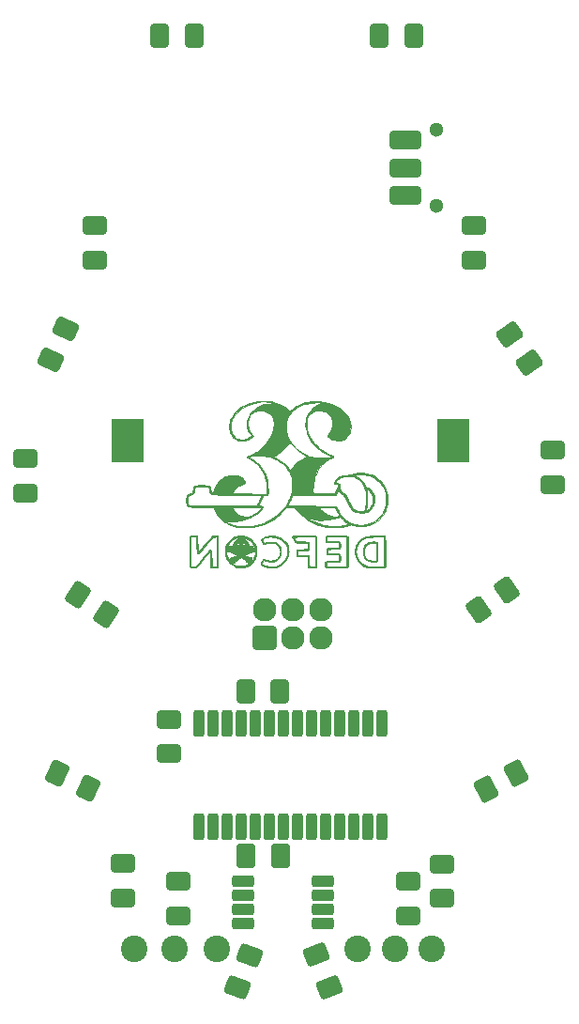
<source format=gbr>
%TF.GenerationSoftware,KiCad,Pcbnew,9.0.3*%
%TF.CreationDate,2025-07-31T13:15:59-07:00*%
%TF.ProjectId,dc-labubu-protype-ver-2.0,64632d6c-6162-4756-9275-2d70726f7479,rev?*%
%TF.SameCoordinates,Original*%
%TF.FileFunction,Soldermask,Bot*%
%TF.FilePolarity,Negative*%
%FSLAX46Y46*%
G04 Gerber Fmt 4.6, Leading zero omitted, Abs format (unit mm)*
G04 Created by KiCad (PCBNEW 9.0.3) date 2025-07-31 13:15:59*
%MOMM*%
%LPD*%
G01*
G04 APERTURE LIST*
G04 Aperture macros list*
%AMRoundRect*
0 Rectangle with rounded corners*
0 $1 Rounding radius*
0 $2 $3 $4 $5 $6 $7 $8 $9 X,Y pos of 4 corners*
0 Add a 4 corners polygon primitive as box body*
4,1,4,$2,$3,$4,$5,$6,$7,$8,$9,$2,$3,0*
0 Add four circle primitives for the rounded corners*
1,1,$1+$1,$2,$3*
1,1,$1+$1,$4,$5*
1,1,$1+$1,$6,$7*
1,1,$1+$1,$8,$9*
0 Add four rect primitives between the rounded corners*
20,1,$1+$1,$2,$3,$4,$5,0*
20,1,$1+$1,$4,$5,$6,$7,0*
20,1,$1+$1,$6,$7,$8,$9,0*
20,1,$1+$1,$8,$9,$2,$3,0*%
G04 Aperture macros list end*
%ADD10C,0.010000*%
%ADD11RoundRect,0.200000X-1.270000X-1.755000X1.270000X-1.755000X1.270000X1.755000X-1.270000X1.755000X0*%
%ADD12O,2.127200X2.127200*%
%ADD13RoundRect,0.200000X-0.863600X0.863600X-0.863600X-0.863600X0.863600X-0.863600X0.863600X0.863600X0*%
%ADD14C,2.127200*%
%ADD15RoundRect,0.326924X-0.912812X-0.000600X-0.312764X-0.857558X0.912812X0.000600X0.312764X0.857558X0*%
%ADD16RoundRect,0.325471X-0.537029X-0.774529X0.537029X-0.774529X0.537029X0.774529X-0.537029X0.774529X0*%
%ADD17RoundRect,0.326924X-0.126445X-0.904012X0.805684X-0.429069X0.126445X0.904012X-0.805684X0.429069X0*%
%ADD18C,2.400000*%
%ADD19RoundRect,0.326924X0.885843X-0.220247X0.510935X0.756420X-0.885843X0.220247X-0.510935X-0.756420X0*%
%ADD20RoundRect,0.326924X0.524059X-0.747388X0.881864X0.235674X-0.524059X0.747388X-0.881864X-0.235674X0*%
%ADD21RoundRect,0.250000X0.250000X-0.975000X0.250000X0.975000X-0.250000X0.975000X-0.250000X-0.975000X0*%
%ADD22RoundRect,0.326924X-0.523076X-0.748076X0.523076X-0.748076X0.523076X0.748076X-0.523076X0.748076X0*%
%ADD23C,1.300000*%
%ADD24RoundRect,0.330000X-1.120000X0.495000X-1.120000X-0.495000X1.120000X-0.495000X1.120000X0.495000X0*%
%ADD25RoundRect,0.326924X-0.748076X0.523076X-0.748076X-0.523076X0.748076X-0.523076X0.748076X0.523076X0*%
%ADD26RoundRect,0.326924X-0.851968X-0.327683X0.015331X-0.912683X0.851968X0.327683X-0.015331X0.912683X0*%
%ADD27RoundRect,0.326924X-0.456926X0.790218X-0.899049X-0.157917X0.456926X-0.790218X0.899049X0.157917X0*%
%ADD28RoundRect,0.326924X0.748076X-0.523076X0.748076X0.523076X-0.748076X0.523076X-0.748076X-0.523076X0*%
%ADD29RoundRect,0.326924X0.523076X0.748076X-0.523076X0.748076X-0.523076X-0.748076X0.523076X-0.748076X0*%
%ADD30RoundRect,0.326924X-0.798073X-0.443065X0.142203X-0.901668X0.798073X0.443065X-0.142203X0.901668X0*%
%ADD31RoundRect,0.262500X0.750000X0.262500X-0.750000X0.262500X-0.750000X-0.262500X0.750000X-0.262500X0*%
%ADD32RoundRect,0.326924X-0.000600X0.912812X-0.857558X0.312764X0.000600X-0.912812X0.857558X-0.312764X0*%
G04 APERTURE END LIST*
D10*
%TO.C,Ref\u002A\u002A*%
X142354800Y-84436986D02*
X142386270Y-84452520D01*
X142408261Y-84478260D01*
X142422024Y-84504847D01*
X142427257Y-84519008D01*
X142431830Y-84538460D01*
X142435798Y-84565515D01*
X142439218Y-84602487D01*
X142442147Y-84651686D01*
X142444642Y-84715427D01*
X142446759Y-84796021D01*
X142448555Y-84895782D01*
X142450088Y-85017022D01*
X142451412Y-85162054D01*
X142452586Y-85333190D01*
X142453666Y-85532743D01*
X142454709Y-85763026D01*
X142455082Y-85852987D01*
X142455787Y-86061141D01*
X142456186Y-86261183D01*
X142456290Y-86450267D01*
X142456111Y-86625548D01*
X142455660Y-86784180D01*
X142454948Y-86923319D01*
X142453987Y-87040118D01*
X142452788Y-87131733D01*
X142451362Y-87195319D01*
X142449720Y-87228029D01*
X142449630Y-87228820D01*
X142438932Y-87317720D01*
X142109950Y-87317720D01*
X141990352Y-87317198D01*
X141901214Y-87315484D01*
X141839142Y-87312363D01*
X141800743Y-87307615D01*
X141782624Y-87301024D01*
X141780075Y-87296554D01*
X141779558Y-87275544D01*
X141778454Y-87224343D01*
X141776837Y-87146621D01*
X141774782Y-87046047D01*
X141772364Y-86926292D01*
X141769658Y-86791023D01*
X141766737Y-86643912D01*
X141765392Y-86575750D01*
X141761622Y-86404445D01*
X141757476Y-86251944D01*
X141753060Y-86120756D01*
X141748481Y-86013393D01*
X141743847Y-85932364D01*
X141739264Y-85880180D01*
X141734839Y-85859351D01*
X141717441Y-85865623D01*
X141679654Y-85898574D01*
X141621671Y-85957986D01*
X141543685Y-86043645D01*
X141445887Y-86155332D01*
X141328471Y-86292831D01*
X141191628Y-86455925D01*
X141035552Y-86644398D01*
X141010980Y-86674254D01*
X140889886Y-86820990D01*
X140787828Y-86943426D01*
X140702789Y-87043790D01*
X140632749Y-87124306D01*
X140575690Y-87187203D01*
X140529593Y-87234705D01*
X140492440Y-87269040D01*
X140462211Y-87292433D01*
X140437385Y-87306877D01*
X140393336Y-87319072D01*
X140325985Y-87327820D01*
X140244882Y-87332959D01*
X140159574Y-87334327D01*
X140079609Y-87331761D01*
X140014537Y-87325100D01*
X139975022Y-87314740D01*
X139960319Y-87306664D01*
X139947482Y-87296139D01*
X139936386Y-87280949D01*
X139926903Y-87258883D01*
X139918908Y-87227725D01*
X139912273Y-87185263D01*
X139906872Y-87129283D01*
X139902578Y-87057571D01*
X139899266Y-86967914D01*
X139896808Y-86858099D01*
X139895077Y-86725911D01*
X139893948Y-86569138D01*
X139893294Y-86385566D01*
X139892988Y-86172980D01*
X139892903Y-85929169D01*
X139892902Y-85878387D01*
X139893005Y-85632307D01*
X139893341Y-85417950D01*
X139893945Y-85233171D01*
X139894856Y-85075828D01*
X139896110Y-84943776D01*
X139897744Y-84834873D01*
X139899796Y-84746974D01*
X139902304Y-84677936D01*
X139905303Y-84625616D01*
X139908832Y-84587869D01*
X139912928Y-84562552D01*
X139915923Y-84551715D01*
X139920749Y-84540654D01*
X139986035Y-84540654D01*
X139986035Y-87254912D01*
X140152850Y-87245720D01*
X140243555Y-87238023D01*
X140317353Y-87226434D01*
X140366304Y-87212245D01*
X140370534Y-87210223D01*
X140398019Y-87192383D01*
X140433752Y-87162413D01*
X140479289Y-87118594D01*
X140536185Y-87059207D01*
X140605996Y-86982534D01*
X140690278Y-86886856D01*
X140790585Y-86770453D01*
X140908472Y-86631607D01*
X141045496Y-86468599D01*
X141093026Y-86411787D01*
X141219988Y-86260234D01*
X141327420Y-86132876D01*
X141417197Y-86027666D01*
X141491193Y-85942552D01*
X141551284Y-85875488D01*
X141599345Y-85824423D01*
X141637250Y-85787309D01*
X141666874Y-85762097D01*
X141690092Y-85746737D01*
X141708374Y-85739285D01*
X141756761Y-85742391D01*
X141798439Y-85774962D01*
X141828271Y-85832636D01*
X141831615Y-85843951D01*
X141837999Y-85882777D01*
X141844738Y-85950370D01*
X141851591Y-86041635D01*
X141858313Y-86151478D01*
X141864662Y-86274803D01*
X141870393Y-86406517D01*
X141875264Y-86541524D01*
X141879032Y-86674731D01*
X141881453Y-86801042D01*
X141882279Y-86904970D01*
X141883154Y-86996532D01*
X141885350Y-87080331D01*
X141888559Y-87148344D01*
X141892473Y-87192551D01*
X141893544Y-87199031D01*
X141904519Y-87253909D01*
X142114793Y-87246908D01*
X142209524Y-87242740D01*
X142275067Y-87237182D01*
X142316095Y-87229580D01*
X142337277Y-87219283D01*
X142340625Y-87215314D01*
X142343320Y-87194336D01*
X142345832Y-87141570D01*
X142348137Y-87059092D01*
X142350212Y-86948981D01*
X142352031Y-86813313D01*
X142353570Y-86654167D01*
X142354806Y-86473621D01*
X142355713Y-86273751D01*
X142356267Y-86056635D01*
X142356443Y-85863243D01*
X142356702Y-84535766D01*
X142231102Y-84545265D01*
X142104559Y-84565200D01*
X141997194Y-84606551D01*
X141899168Y-84673268D01*
X141887502Y-84683222D01*
X141834102Y-84734222D01*
X141761786Y-84810384D01*
X141672125Y-84909904D01*
X141566690Y-85030976D01*
X141447051Y-85171795D01*
X141314781Y-85330556D01*
X141171448Y-85505454D01*
X141164239Y-85514320D01*
X141052239Y-85651569D01*
X140959143Y-85764362D01*
X140882991Y-85854925D01*
X140821827Y-85925483D01*
X140773694Y-85978260D01*
X140736632Y-86015481D01*
X140708685Y-86039370D01*
X140693349Y-86049433D01*
X140645045Y-86058571D01*
X140595333Y-86041570D01*
X140556783Y-86003138D01*
X140553338Y-85996990D01*
X140545757Y-85966400D01*
X140538002Y-85906149D01*
X140530277Y-85820437D01*
X140522791Y-85713468D01*
X140515748Y-85589442D01*
X140509354Y-85452564D01*
X140503817Y-85307033D01*
X140499341Y-85157054D01*
X140496134Y-85006828D01*
X140494400Y-84860557D01*
X140494151Y-84790420D01*
X140494035Y-84540654D01*
X139986035Y-84540654D01*
X139920749Y-84540654D01*
X139932335Y-84514102D01*
X139954392Y-84486174D01*
X139986745Y-84466770D01*
X140034047Y-84454732D01*
X140100948Y-84448899D01*
X140192102Y-84448111D01*
X140312160Y-84451209D01*
X140318189Y-84451417D01*
X140590657Y-84460872D01*
X140601905Y-85046863D01*
X140606043Y-85250380D01*
X140610103Y-85422314D01*
X140614221Y-85564948D01*
X140618534Y-85680565D01*
X140623181Y-85771448D01*
X140628299Y-85839879D01*
X140634026Y-85888143D01*
X140640497Y-85918521D01*
X140647852Y-85933297D01*
X140655387Y-85935125D01*
X140675299Y-85919540D01*
X140713077Y-85880975D01*
X140769177Y-85818903D01*
X140844051Y-85732795D01*
X140938155Y-85622124D01*
X141051943Y-85486361D01*
X141185868Y-85324978D01*
X141314153Y-85169361D01*
X141444082Y-85012031D01*
X141554950Y-84879335D01*
X141648566Y-84769237D01*
X141726741Y-84679699D01*
X141791286Y-84608686D01*
X141844011Y-84554161D01*
X141886728Y-84514087D01*
X141921245Y-84486429D01*
X141921460Y-84486276D01*
X141955512Y-84467577D01*
X142001419Y-84454060D01*
X142066919Y-84444001D01*
X142143242Y-84436927D01*
X142239313Y-84430658D01*
X142307823Y-84430188D01*
X142354800Y-84436986D01*
G36*
X142354800Y-84436986D02*
G01*
X142386270Y-84452520D01*
X142408261Y-84478260D01*
X142422024Y-84504847D01*
X142427257Y-84519008D01*
X142431830Y-84538460D01*
X142435798Y-84565515D01*
X142439218Y-84602487D01*
X142442147Y-84651686D01*
X142444642Y-84715427D01*
X142446759Y-84796021D01*
X142448555Y-84895782D01*
X142450088Y-85017022D01*
X142451412Y-85162054D01*
X142452586Y-85333190D01*
X142453666Y-85532743D01*
X142454709Y-85763026D01*
X142455082Y-85852987D01*
X142455787Y-86061141D01*
X142456186Y-86261183D01*
X142456290Y-86450267D01*
X142456111Y-86625548D01*
X142455660Y-86784180D01*
X142454948Y-86923319D01*
X142453987Y-87040118D01*
X142452788Y-87131733D01*
X142451362Y-87195319D01*
X142449720Y-87228029D01*
X142449630Y-87228820D01*
X142438932Y-87317720D01*
X142109950Y-87317720D01*
X141990352Y-87317198D01*
X141901214Y-87315484D01*
X141839142Y-87312363D01*
X141800743Y-87307615D01*
X141782624Y-87301024D01*
X141780075Y-87296554D01*
X141779558Y-87275544D01*
X141778454Y-87224343D01*
X141776837Y-87146621D01*
X141774782Y-87046047D01*
X141772364Y-86926292D01*
X141769658Y-86791023D01*
X141766737Y-86643912D01*
X141765392Y-86575750D01*
X141761622Y-86404445D01*
X141757476Y-86251944D01*
X141753060Y-86120756D01*
X141748481Y-86013393D01*
X141743847Y-85932364D01*
X141739264Y-85880180D01*
X141734839Y-85859351D01*
X141717441Y-85865623D01*
X141679654Y-85898574D01*
X141621671Y-85957986D01*
X141543685Y-86043645D01*
X141445887Y-86155332D01*
X141328471Y-86292831D01*
X141191628Y-86455925D01*
X141035552Y-86644398D01*
X141010980Y-86674254D01*
X140889886Y-86820990D01*
X140787828Y-86943426D01*
X140702789Y-87043790D01*
X140632749Y-87124306D01*
X140575690Y-87187203D01*
X140529593Y-87234705D01*
X140492440Y-87269040D01*
X140462211Y-87292433D01*
X140437385Y-87306877D01*
X140393336Y-87319072D01*
X140325985Y-87327820D01*
X140244882Y-87332959D01*
X140159574Y-87334327D01*
X140079609Y-87331761D01*
X140014537Y-87325100D01*
X139975022Y-87314740D01*
X139960319Y-87306664D01*
X139947482Y-87296139D01*
X139936386Y-87280949D01*
X139926903Y-87258883D01*
X139918908Y-87227725D01*
X139912273Y-87185263D01*
X139906872Y-87129283D01*
X139902578Y-87057571D01*
X139899266Y-86967914D01*
X139896808Y-86858099D01*
X139895077Y-86725911D01*
X139893948Y-86569138D01*
X139893294Y-86385566D01*
X139892988Y-86172980D01*
X139892903Y-85929169D01*
X139892902Y-85878387D01*
X139893005Y-85632307D01*
X139893341Y-85417950D01*
X139893945Y-85233171D01*
X139894856Y-85075828D01*
X139896110Y-84943776D01*
X139897744Y-84834873D01*
X139899796Y-84746974D01*
X139902304Y-84677936D01*
X139905303Y-84625616D01*
X139908832Y-84587869D01*
X139912928Y-84562552D01*
X139915923Y-84551715D01*
X139920749Y-84540654D01*
X139986035Y-84540654D01*
X139986035Y-87254912D01*
X140152850Y-87245720D01*
X140243555Y-87238023D01*
X140317353Y-87226434D01*
X140366304Y-87212245D01*
X140370534Y-87210223D01*
X140398019Y-87192383D01*
X140433752Y-87162413D01*
X140479289Y-87118594D01*
X140536185Y-87059207D01*
X140605996Y-86982534D01*
X140690278Y-86886856D01*
X140790585Y-86770453D01*
X140908472Y-86631607D01*
X141045496Y-86468599D01*
X141093026Y-86411787D01*
X141219988Y-86260234D01*
X141327420Y-86132876D01*
X141417197Y-86027666D01*
X141491193Y-85942552D01*
X141551284Y-85875488D01*
X141599345Y-85824423D01*
X141637250Y-85787309D01*
X141666874Y-85762097D01*
X141690092Y-85746737D01*
X141708374Y-85739285D01*
X141756761Y-85742391D01*
X141798439Y-85774962D01*
X141828271Y-85832636D01*
X141831615Y-85843951D01*
X141837999Y-85882777D01*
X141844738Y-85950370D01*
X141851591Y-86041635D01*
X141858313Y-86151478D01*
X141864662Y-86274803D01*
X141870393Y-86406517D01*
X141875264Y-86541524D01*
X141879032Y-86674731D01*
X141881453Y-86801042D01*
X141882279Y-86904970D01*
X141883154Y-86996532D01*
X141885350Y-87080331D01*
X141888559Y-87148344D01*
X141892473Y-87192551D01*
X141893544Y-87199031D01*
X141904519Y-87253909D01*
X142114793Y-87246908D01*
X142209524Y-87242740D01*
X142275067Y-87237182D01*
X142316095Y-87229580D01*
X142337277Y-87219283D01*
X142340625Y-87215314D01*
X142343320Y-87194336D01*
X142345832Y-87141570D01*
X142348137Y-87059092D01*
X142350212Y-86948981D01*
X142352031Y-86813313D01*
X142353570Y-86654167D01*
X142354806Y-86473621D01*
X142355713Y-86273751D01*
X142356267Y-86056635D01*
X142356443Y-85863243D01*
X142356702Y-84535766D01*
X142231102Y-84545265D01*
X142104559Y-84565200D01*
X141997194Y-84606551D01*
X141899168Y-84673268D01*
X141887502Y-84683222D01*
X141834102Y-84734222D01*
X141761786Y-84810384D01*
X141672125Y-84909904D01*
X141566690Y-85030976D01*
X141447051Y-85171795D01*
X141314781Y-85330556D01*
X141171448Y-85505454D01*
X141164239Y-85514320D01*
X141052239Y-85651569D01*
X140959143Y-85764362D01*
X140882991Y-85854925D01*
X140821827Y-85925483D01*
X140773694Y-85978260D01*
X140736632Y-86015481D01*
X140708685Y-86039370D01*
X140693349Y-86049433D01*
X140645045Y-86058571D01*
X140595333Y-86041570D01*
X140556783Y-86003138D01*
X140553338Y-85996990D01*
X140545757Y-85966400D01*
X140538002Y-85906149D01*
X140530277Y-85820437D01*
X140522791Y-85713468D01*
X140515748Y-85589442D01*
X140509354Y-85452564D01*
X140503817Y-85307033D01*
X140499341Y-85157054D01*
X140496134Y-85006828D01*
X140494400Y-84860557D01*
X140494151Y-84790420D01*
X140494035Y-84540654D01*
X139986035Y-84540654D01*
X139920749Y-84540654D01*
X139932335Y-84514102D01*
X139954392Y-84486174D01*
X139986745Y-84466770D01*
X140034047Y-84454732D01*
X140100948Y-84448899D01*
X140192102Y-84448111D01*
X140312160Y-84451209D01*
X140318189Y-84451417D01*
X140590657Y-84460872D01*
X140601905Y-85046863D01*
X140606043Y-85250380D01*
X140610103Y-85422314D01*
X140614221Y-85564948D01*
X140618534Y-85680565D01*
X140623181Y-85771448D01*
X140628299Y-85839879D01*
X140634026Y-85888143D01*
X140640497Y-85918521D01*
X140647852Y-85933297D01*
X140655387Y-85935125D01*
X140675299Y-85919540D01*
X140713077Y-85880975D01*
X140769177Y-85818903D01*
X140844051Y-85732795D01*
X140938155Y-85622124D01*
X141051943Y-85486361D01*
X141185868Y-85324978D01*
X141314153Y-85169361D01*
X141444082Y-85012031D01*
X141554950Y-84879335D01*
X141648566Y-84769237D01*
X141726741Y-84679699D01*
X141791286Y-84608686D01*
X141844011Y-84554161D01*
X141886728Y-84514087D01*
X141921245Y-84486429D01*
X141921460Y-84486276D01*
X141955512Y-84467577D01*
X142001419Y-84454060D01*
X142066919Y-84444001D01*
X142143242Y-84436927D01*
X142239313Y-84430658D01*
X142307823Y-84430188D01*
X142354800Y-84436986D01*
G37*
X144603398Y-84449894D02*
X144683637Y-84452809D01*
X144748917Y-84459351D01*
X144808669Y-84470460D01*
X144871302Y-84486784D01*
X145077564Y-84562518D01*
X145266017Y-84665340D01*
X145434756Y-84792568D01*
X145581873Y-84941519D01*
X145705462Y-85109509D01*
X145803617Y-85293857D01*
X145874431Y-85491881D01*
X145915997Y-85700896D01*
X145926410Y-85918221D01*
X145924243Y-85968334D01*
X145909542Y-86121182D01*
X145883041Y-86255756D01*
X145841037Y-86386665D01*
X145785092Y-86517335D01*
X145677830Y-86708573D01*
X145546197Y-86877643D01*
X145392218Y-87022708D01*
X145217922Y-87141926D01*
X145025336Y-87233458D01*
X144976785Y-87251045D01*
X144794264Y-87300310D01*
X144606161Y-87327074D01*
X144423766Y-87330043D01*
X144346369Y-87323248D01*
X144130917Y-87279825D01*
X143926919Y-87206031D01*
X143737138Y-87104232D01*
X143564339Y-86976789D01*
X143411287Y-86826067D01*
X143280747Y-86654429D01*
X143175483Y-86464238D01*
X143098260Y-86257858D01*
X143097648Y-86255754D01*
X143081344Y-86193791D01*
X143070457Y-86135008D01*
X143064066Y-86070116D01*
X143061248Y-85989827D01*
X143061070Y-85886854D01*
X143061197Y-85878387D01*
X143203369Y-85878387D01*
X143218838Y-86095597D01*
X143264564Y-86299023D01*
X143339521Y-86487015D01*
X143442684Y-86657919D01*
X143573029Y-86810083D01*
X143729530Y-86941857D01*
X143911164Y-87051587D01*
X143939969Y-87065783D01*
X144030636Y-87107496D01*
X144108434Y-87137876D01*
X144181748Y-87158480D01*
X144258964Y-87170865D01*
X144348467Y-87176591D01*
X144458642Y-87177215D01*
X144532635Y-87175914D01*
X144643902Y-87172663D01*
X144728319Y-87168061D01*
X144792898Y-87161321D01*
X144844652Y-87151656D01*
X144890594Y-87138277D01*
X144901364Y-87134488D01*
X144993070Y-87097042D01*
X145087677Y-87051229D01*
X145173630Y-87003086D01*
X145239372Y-86958646D01*
X145241924Y-86956628D01*
X145290813Y-86917579D01*
X145228844Y-86924813D01*
X145158518Y-86923464D01*
X145098498Y-86898897D01*
X145042682Y-86847483D01*
X144999391Y-86788333D01*
X144932977Y-86704388D01*
X144841785Y-86615631D01*
X144792595Y-86574497D01*
X144729880Y-86522141D01*
X144673982Y-86471340D01*
X144632550Y-86429257D01*
X144617179Y-86410238D01*
X144581961Y-86357888D01*
X144375755Y-86486438D01*
X144253247Y-86564861D01*
X144157018Y-86631519D01*
X144083015Y-86689705D01*
X144027187Y-86742718D01*
X143985479Y-86793852D01*
X143971321Y-86815362D01*
X143930058Y-86875536D01*
X143893089Y-86910308D01*
X143852148Y-86925731D01*
X143817085Y-86928254D01*
X143773802Y-86925222D01*
X143738241Y-86912986D01*
X143705139Y-86886839D01*
X143669231Y-86842072D01*
X143625255Y-86773975D01*
X143602560Y-86736359D01*
X143545486Y-86630633D01*
X143514288Y-86545524D01*
X143509905Y-86478732D01*
X143533279Y-86427956D01*
X143585350Y-86390896D01*
X143667058Y-86365251D01*
X143760215Y-86350744D01*
X143856662Y-86333893D01*
X143951111Y-86303156D01*
X144028140Y-86269063D01*
X144089638Y-86237988D01*
X144137453Y-86210846D01*
X144164749Y-86191667D01*
X144168569Y-86186268D01*
X144154105Y-86172043D01*
X144117124Y-86152566D01*
X144088135Y-86140632D01*
X144040455Y-86120804D01*
X143972202Y-86089969D01*
X143892953Y-86052548D01*
X143821696Y-86017664D01*
X143729475Y-85973497D01*
X143656286Y-85943469D01*
X143592203Y-85924160D01*
X143527301Y-85912149D01*
X143508429Y-85909724D01*
X143439162Y-85899706D01*
X143377243Y-85887719D01*
X143335485Y-85876263D01*
X143333955Y-85875669D01*
X143281250Y-85839788D01*
X143256660Y-85787087D01*
X143260510Y-85720101D01*
X143293126Y-85641364D01*
X143302003Y-85626260D01*
X143334168Y-85568811D01*
X143361309Y-85511956D01*
X143370077Y-85489649D01*
X143409162Y-85414550D01*
X143461879Y-85368561D01*
X143524377Y-85351784D01*
X143592807Y-85364323D01*
X143663321Y-85406281D01*
X143732068Y-85477760D01*
X143733726Y-85479921D01*
X143791417Y-85555476D01*
X143791869Y-85454220D01*
X144007966Y-85454220D01*
X144007968Y-85503050D01*
X144029923Y-85566260D01*
X144069203Y-85637245D01*
X144121181Y-85709398D01*
X144181231Y-85776113D01*
X144244723Y-85830784D01*
X144292301Y-85860149D01*
X144373869Y-85886020D01*
X144471837Y-85895133D01*
X144572984Y-85887140D01*
X144643919Y-85869386D01*
X144742331Y-85823159D01*
X144831166Y-85758637D01*
X144904164Y-85682142D01*
X144955062Y-85599997D01*
X144975677Y-85534367D01*
X144979992Y-85470789D01*
X144970576Y-85436075D01*
X144951826Y-85430482D01*
X144928136Y-85454267D01*
X144903903Y-85507688D01*
X144897116Y-85529776D01*
X144852778Y-85628289D01*
X144782285Y-85708765D01*
X144690081Y-85767677D01*
X144580608Y-85801499D01*
X144549171Y-85805821D01*
X144417482Y-85806863D01*
X144305212Y-85780973D01*
X144240925Y-85748403D01*
X144174579Y-85693029D01*
X144128307Y-85622673D01*
X144096802Y-85528961D01*
X144093900Y-85516373D01*
X144075631Y-85460678D01*
X144053025Y-85428442D01*
X144030112Y-85422582D01*
X144010924Y-85446013D01*
X144007966Y-85454220D01*
X143791869Y-85454220D01*
X143792114Y-85399431D01*
X143806129Y-85231212D01*
X143816360Y-85194181D01*
X144126213Y-85194181D01*
X144137526Y-85245324D01*
X144169712Y-85284258D01*
X144216360Y-85306587D01*
X144271059Y-85307914D01*
X144327399Y-85283844D01*
X144342135Y-85272355D01*
X144364261Y-85235394D01*
X144368130Y-85211980D01*
X144621745Y-85211980D01*
X144642491Y-85260075D01*
X144687207Y-85296328D01*
X144699841Y-85301685D01*
X144757989Y-85307981D01*
X144811703Y-85288289D01*
X144837923Y-85262952D01*
X144860773Y-85206438D01*
X144856784Y-85150020D01*
X144829963Y-85102317D01*
X144784316Y-85071948D01*
X144746178Y-85065587D01*
X144687183Y-85078847D01*
X144645704Y-85113146D01*
X144623353Y-85160263D01*
X144621745Y-85211980D01*
X144368130Y-85211980D01*
X144371769Y-85189963D01*
X144358388Y-85129539D01*
X144323739Y-85087699D01*
X144276067Y-85066406D01*
X144223611Y-85067626D01*
X144174616Y-85093325D01*
X144142183Y-85135226D01*
X144126213Y-85194181D01*
X143816360Y-85194181D01*
X143846965Y-85083408D01*
X143915200Y-84955029D01*
X144011411Y-84845081D01*
X144136179Y-84752573D01*
X144185502Y-84724762D01*
X144221171Y-84707702D01*
X144256545Y-84696261D01*
X144299500Y-84689341D01*
X144357913Y-84685847D01*
X144439659Y-84684681D01*
X144473725Y-84684620D01*
X144562874Y-84684989D01*
X144626878Y-84687135D01*
X144674459Y-84692570D01*
X144714338Y-84702806D01*
X144755235Y-84719354D01*
X144801056Y-84741354D01*
X144918065Y-84813818D01*
X145023388Y-84907461D01*
X145108363Y-85013829D01*
X145143853Y-85075845D01*
X145166485Y-85126578D01*
X145181699Y-85175073D01*
X145191528Y-85231443D01*
X145198002Y-85305800D01*
X145200972Y-85360137D01*
X145209969Y-85546069D01*
X145256503Y-85475573D01*
X145308846Y-85408638D01*
X145361715Y-85370324D01*
X145422730Y-85356137D01*
X145458121Y-85356646D01*
X145509131Y-85364642D01*
X145541547Y-85384905D01*
X145565337Y-85417515D01*
X145591382Y-85459375D01*
X145628185Y-85517791D01*
X145668216Y-85580814D01*
X145672068Y-85586848D01*
X145710868Y-85651438D01*
X145732351Y-85699243D01*
X145740201Y-85740046D01*
X145739801Y-85766628D01*
X145729850Y-85814955D01*
X145705028Y-85851453D01*
X145660585Y-85879071D01*
X145591777Y-85900757D01*
X145493854Y-85919459D01*
X145493710Y-85919482D01*
X145414400Y-85933688D01*
X145345059Y-85950605D01*
X145278300Y-85973186D01*
X145206736Y-86004382D01*
X145122979Y-86047143D01*
X145019642Y-86104423D01*
X144993287Y-86119414D01*
X144810471Y-86223725D01*
X144942487Y-86272783D01*
X145019866Y-86298031D01*
X145114886Y-86323963D01*
X145211674Y-86346394D01*
X145250976Y-86354121D01*
X145330786Y-86370822D01*
X145397809Y-86388815D01*
X145444047Y-86405776D01*
X145458410Y-86414419D01*
X145484520Y-86460119D01*
X145484995Y-86524511D01*
X145460070Y-86604427D01*
X145441535Y-86642901D01*
X145411347Y-86700275D01*
X145387873Y-86745569D01*
X145364037Y-86792608D01*
X145332760Y-86855217D01*
X145330119Y-86860520D01*
X145315990Y-86890013D01*
X145313851Y-86901245D01*
X145327124Y-86892718D01*
X145359231Y-86862930D01*
X145388038Y-86835120D01*
X145524056Y-86682105D01*
X145635503Y-86512244D01*
X145720769Y-86330036D01*
X145778246Y-86139980D01*
X145806326Y-85946576D01*
X145803398Y-85754322D01*
X145795806Y-85694774D01*
X145749358Y-85503741D01*
X145672710Y-85321800D01*
X145569026Y-85152229D01*
X145441468Y-84998308D01*
X145293202Y-84863314D01*
X145127390Y-84750525D01*
X144947197Y-84663221D01*
X144755786Y-84604679D01*
X144740747Y-84601473D01*
X144536588Y-84575851D01*
X144336315Y-84583427D01*
X144142025Y-84623576D01*
X143955814Y-84695677D01*
X143779778Y-84799107D01*
X143616013Y-84933244D01*
X143612567Y-84936532D01*
X143470051Y-85090105D01*
X143359737Y-85248577D01*
X143279978Y-85415737D01*
X143229129Y-85595374D01*
X143205542Y-85791280D01*
X143203369Y-85878387D01*
X143061197Y-85878387D01*
X143062618Y-85784067D01*
X143066420Y-85705373D01*
X143073658Y-85641017D01*
X143085511Y-85581243D01*
X143103161Y-85516294D01*
X143107791Y-85500832D01*
X143189657Y-85284183D01*
X143297065Y-85089596D01*
X143429243Y-84917844D01*
X143585417Y-84769699D01*
X143764815Y-84645935D01*
X143966663Y-84547325D01*
X144112886Y-84496070D01*
X144180334Y-84477115D01*
X144240671Y-84464190D01*
X144303670Y-84456119D01*
X144379104Y-84451728D01*
X144476744Y-84449842D01*
X144498769Y-84449668D01*
X144603398Y-84449894D01*
G36*
X144603398Y-84449894D02*
G01*
X144683637Y-84452809D01*
X144748917Y-84459351D01*
X144808669Y-84470460D01*
X144871302Y-84486784D01*
X145077564Y-84562518D01*
X145266017Y-84665340D01*
X145434756Y-84792568D01*
X145581873Y-84941519D01*
X145705462Y-85109509D01*
X145803617Y-85293857D01*
X145874431Y-85491881D01*
X145915997Y-85700896D01*
X145926410Y-85918221D01*
X145924243Y-85968334D01*
X145909542Y-86121182D01*
X145883041Y-86255756D01*
X145841037Y-86386665D01*
X145785092Y-86517335D01*
X145677830Y-86708573D01*
X145546197Y-86877643D01*
X145392218Y-87022708D01*
X145217922Y-87141926D01*
X145025336Y-87233458D01*
X144976785Y-87251045D01*
X144794264Y-87300310D01*
X144606161Y-87327074D01*
X144423766Y-87330043D01*
X144346369Y-87323248D01*
X144130917Y-87279825D01*
X143926919Y-87206031D01*
X143737138Y-87104232D01*
X143564339Y-86976789D01*
X143411287Y-86826067D01*
X143280747Y-86654429D01*
X143175483Y-86464238D01*
X143098260Y-86257858D01*
X143097648Y-86255754D01*
X143081344Y-86193791D01*
X143070457Y-86135008D01*
X143064066Y-86070116D01*
X143061248Y-85989827D01*
X143061070Y-85886854D01*
X143061197Y-85878387D01*
X143203369Y-85878387D01*
X143218838Y-86095597D01*
X143264564Y-86299023D01*
X143339521Y-86487015D01*
X143442684Y-86657919D01*
X143573029Y-86810083D01*
X143729530Y-86941857D01*
X143911164Y-87051587D01*
X143939969Y-87065783D01*
X144030636Y-87107496D01*
X144108434Y-87137876D01*
X144181748Y-87158480D01*
X144258964Y-87170865D01*
X144348467Y-87176591D01*
X144458642Y-87177215D01*
X144532635Y-87175914D01*
X144643902Y-87172663D01*
X144728319Y-87168061D01*
X144792898Y-87161321D01*
X144844652Y-87151656D01*
X144890594Y-87138277D01*
X144901364Y-87134488D01*
X144993070Y-87097042D01*
X145087677Y-87051229D01*
X145173630Y-87003086D01*
X145239372Y-86958646D01*
X145241924Y-86956628D01*
X145290813Y-86917579D01*
X145228844Y-86924813D01*
X145158518Y-86923464D01*
X145098498Y-86898897D01*
X145042682Y-86847483D01*
X144999391Y-86788333D01*
X144932977Y-86704388D01*
X144841785Y-86615631D01*
X144792595Y-86574497D01*
X144729880Y-86522141D01*
X144673982Y-86471340D01*
X144632550Y-86429257D01*
X144617179Y-86410238D01*
X144581961Y-86357888D01*
X144375755Y-86486438D01*
X144253247Y-86564861D01*
X144157018Y-86631519D01*
X144083015Y-86689705D01*
X144027187Y-86742718D01*
X143985479Y-86793852D01*
X143971321Y-86815362D01*
X143930058Y-86875536D01*
X143893089Y-86910308D01*
X143852148Y-86925731D01*
X143817085Y-86928254D01*
X143773802Y-86925222D01*
X143738241Y-86912986D01*
X143705139Y-86886839D01*
X143669231Y-86842072D01*
X143625255Y-86773975D01*
X143602560Y-86736359D01*
X143545486Y-86630633D01*
X143514288Y-86545524D01*
X143509905Y-86478732D01*
X143533279Y-86427956D01*
X143585350Y-86390896D01*
X143667058Y-86365251D01*
X143760215Y-86350744D01*
X143856662Y-86333893D01*
X143951111Y-86303156D01*
X144028140Y-86269063D01*
X144089638Y-86237988D01*
X144137453Y-86210846D01*
X144164749Y-86191667D01*
X144168569Y-86186268D01*
X144154105Y-86172043D01*
X144117124Y-86152566D01*
X144088135Y-86140632D01*
X144040455Y-86120804D01*
X143972202Y-86089969D01*
X143892953Y-86052548D01*
X143821696Y-86017664D01*
X143729475Y-85973497D01*
X143656286Y-85943469D01*
X143592203Y-85924160D01*
X143527301Y-85912149D01*
X143508429Y-85909724D01*
X143439162Y-85899706D01*
X143377243Y-85887719D01*
X143335485Y-85876263D01*
X143333955Y-85875669D01*
X143281250Y-85839788D01*
X143256660Y-85787087D01*
X143260510Y-85720101D01*
X143293126Y-85641364D01*
X143302003Y-85626260D01*
X143334168Y-85568811D01*
X143361309Y-85511956D01*
X143370077Y-85489649D01*
X143409162Y-85414550D01*
X143461879Y-85368561D01*
X143524377Y-85351784D01*
X143592807Y-85364323D01*
X143663321Y-85406281D01*
X143732068Y-85477760D01*
X143733726Y-85479921D01*
X143791417Y-85555476D01*
X143791869Y-85454220D01*
X144007966Y-85454220D01*
X144007968Y-85503050D01*
X144029923Y-85566260D01*
X144069203Y-85637245D01*
X144121181Y-85709398D01*
X144181231Y-85776113D01*
X144244723Y-85830784D01*
X144292301Y-85860149D01*
X144373869Y-85886020D01*
X144471837Y-85895133D01*
X144572984Y-85887140D01*
X144643919Y-85869386D01*
X144742331Y-85823159D01*
X144831166Y-85758637D01*
X144904164Y-85682142D01*
X144955062Y-85599997D01*
X144975677Y-85534367D01*
X144979992Y-85470789D01*
X144970576Y-85436075D01*
X144951826Y-85430482D01*
X144928136Y-85454267D01*
X144903903Y-85507688D01*
X144897116Y-85529776D01*
X144852778Y-85628289D01*
X144782285Y-85708765D01*
X144690081Y-85767677D01*
X144580608Y-85801499D01*
X144549171Y-85805821D01*
X144417482Y-85806863D01*
X144305212Y-85780973D01*
X144240925Y-85748403D01*
X144174579Y-85693029D01*
X144128307Y-85622673D01*
X144096802Y-85528961D01*
X144093900Y-85516373D01*
X144075631Y-85460678D01*
X144053025Y-85428442D01*
X144030112Y-85422582D01*
X144010924Y-85446013D01*
X144007966Y-85454220D01*
X143791869Y-85454220D01*
X143792114Y-85399431D01*
X143806129Y-85231212D01*
X143816360Y-85194181D01*
X144126213Y-85194181D01*
X144137526Y-85245324D01*
X144169712Y-85284258D01*
X144216360Y-85306587D01*
X144271059Y-85307914D01*
X144327399Y-85283844D01*
X144342135Y-85272355D01*
X144364261Y-85235394D01*
X144368130Y-85211980D01*
X144621745Y-85211980D01*
X144642491Y-85260075D01*
X144687207Y-85296328D01*
X144699841Y-85301685D01*
X144757989Y-85307981D01*
X144811703Y-85288289D01*
X144837923Y-85262952D01*
X144860773Y-85206438D01*
X144856784Y-85150020D01*
X144829963Y-85102317D01*
X144784316Y-85071948D01*
X144746178Y-85065587D01*
X144687183Y-85078847D01*
X144645704Y-85113146D01*
X144623353Y-85160263D01*
X144621745Y-85211980D01*
X144368130Y-85211980D01*
X144371769Y-85189963D01*
X144358388Y-85129539D01*
X144323739Y-85087699D01*
X144276067Y-85066406D01*
X144223611Y-85067626D01*
X144174616Y-85093325D01*
X144142183Y-85135226D01*
X144126213Y-85194181D01*
X143816360Y-85194181D01*
X143846965Y-85083408D01*
X143915200Y-84955029D01*
X144011411Y-84845081D01*
X144136179Y-84752573D01*
X144185502Y-84724762D01*
X144221171Y-84707702D01*
X144256545Y-84696261D01*
X144299500Y-84689341D01*
X144357913Y-84685847D01*
X144439659Y-84684681D01*
X144473725Y-84684620D01*
X144562874Y-84684989D01*
X144626878Y-84687135D01*
X144674459Y-84692570D01*
X144714338Y-84702806D01*
X144755235Y-84719354D01*
X144801056Y-84741354D01*
X144918065Y-84813818D01*
X145023388Y-84907461D01*
X145108363Y-85013829D01*
X145143853Y-85075845D01*
X145166485Y-85126578D01*
X145181699Y-85175073D01*
X145191528Y-85231443D01*
X145198002Y-85305800D01*
X145200972Y-85360137D01*
X145209969Y-85546069D01*
X145256503Y-85475573D01*
X145308846Y-85408638D01*
X145361715Y-85370324D01*
X145422730Y-85356137D01*
X145458121Y-85356646D01*
X145509131Y-85364642D01*
X145541547Y-85384905D01*
X145565337Y-85417515D01*
X145591382Y-85459375D01*
X145628185Y-85517791D01*
X145668216Y-85580814D01*
X145672068Y-85586848D01*
X145710868Y-85651438D01*
X145732351Y-85699243D01*
X145740201Y-85740046D01*
X145739801Y-85766628D01*
X145729850Y-85814955D01*
X145705028Y-85851453D01*
X145660585Y-85879071D01*
X145591777Y-85900757D01*
X145493854Y-85919459D01*
X145493710Y-85919482D01*
X145414400Y-85933688D01*
X145345059Y-85950605D01*
X145278300Y-85973186D01*
X145206736Y-86004382D01*
X145122979Y-86047143D01*
X145019642Y-86104423D01*
X144993287Y-86119414D01*
X144810471Y-86223725D01*
X144942487Y-86272783D01*
X145019866Y-86298031D01*
X145114886Y-86323963D01*
X145211674Y-86346394D01*
X145250976Y-86354121D01*
X145330786Y-86370822D01*
X145397809Y-86388815D01*
X145444047Y-86405776D01*
X145458410Y-86414419D01*
X145484520Y-86460119D01*
X145484995Y-86524511D01*
X145460070Y-86604427D01*
X145441535Y-86642901D01*
X145411347Y-86700275D01*
X145387873Y-86745569D01*
X145364037Y-86792608D01*
X145332760Y-86855217D01*
X145330119Y-86860520D01*
X145315990Y-86890013D01*
X145313851Y-86901245D01*
X145327124Y-86892718D01*
X145359231Y-86862930D01*
X145388038Y-86835120D01*
X145524056Y-86682105D01*
X145635503Y-86512244D01*
X145720769Y-86330036D01*
X145778246Y-86139980D01*
X145806326Y-85946576D01*
X145803398Y-85754322D01*
X145795806Y-85694774D01*
X145749358Y-85503741D01*
X145672710Y-85321800D01*
X145569026Y-85152229D01*
X145441468Y-84998308D01*
X145293202Y-84863314D01*
X145127390Y-84750525D01*
X144947197Y-84663221D01*
X144755786Y-84604679D01*
X144740747Y-84601473D01*
X144536588Y-84575851D01*
X144336315Y-84583427D01*
X144142025Y-84623576D01*
X143955814Y-84695677D01*
X143779778Y-84799107D01*
X143616013Y-84933244D01*
X143612567Y-84936532D01*
X143470051Y-85090105D01*
X143359737Y-85248577D01*
X143279978Y-85415737D01*
X143229129Y-85595374D01*
X143205542Y-85791280D01*
X143203369Y-85878387D01*
X143061197Y-85878387D01*
X143062618Y-85784067D01*
X143066420Y-85705373D01*
X143073658Y-85641017D01*
X143085511Y-85581243D01*
X143103161Y-85516294D01*
X143107791Y-85500832D01*
X143189657Y-85284183D01*
X143297065Y-85089596D01*
X143429243Y-84917844D01*
X143585417Y-84769699D01*
X143764815Y-84645935D01*
X143966663Y-84547325D01*
X144112886Y-84496070D01*
X144180334Y-84477115D01*
X144240671Y-84464190D01*
X144303670Y-84456119D01*
X144379104Y-84451728D01*
X144476744Y-84449842D01*
X144498769Y-84449668D01*
X144603398Y-84449894D01*
G37*
X147349438Y-84460259D02*
X147475955Y-84465860D01*
X147593373Y-84475522D01*
X147692353Y-84488893D01*
X147741502Y-84499179D01*
X147838978Y-84530224D01*
X147950655Y-84575392D01*
X148064729Y-84629127D01*
X148169394Y-84685872D01*
X148252146Y-84739553D01*
X148304363Y-84782247D01*
X148368680Y-84840812D01*
X148434821Y-84905697D01*
X148466976Y-84939246D01*
X148573171Y-85072691D01*
X148666327Y-85228580D01*
X148740826Y-85396313D01*
X148785150Y-85539720D01*
X148801737Y-85635310D01*
X148811983Y-85752318D01*
X148815744Y-85879037D01*
X148812871Y-86003756D01*
X148803220Y-86114766D01*
X148793090Y-86174720D01*
X148730489Y-86384301D01*
X148638618Y-86579368D01*
X148519844Y-86757493D01*
X148376534Y-86916244D01*
X148211057Y-87053191D01*
X148025780Y-87165904D01*
X147823071Y-87251953D01*
X147710996Y-87285499D01*
X147609730Y-87305143D01*
X147486451Y-87319034D01*
X147352611Y-87326610D01*
X147219664Y-87327306D01*
X147099062Y-87320559D01*
X147068060Y-87317133D01*
X146912814Y-87291640D01*
X146762019Y-87255732D01*
X146621683Y-87211531D01*
X146497818Y-87161160D01*
X146396434Y-87106741D01*
X146329722Y-87056383D01*
X146297485Y-87019974D01*
X146287118Y-86983801D01*
X146288798Y-86960201D01*
X146424266Y-86960201D01*
X146435620Y-86991730D01*
X146468545Y-87027092D01*
X146468585Y-87027129D01*
X146532430Y-87070996D01*
X146629528Y-87114294D01*
X146760112Y-87157118D01*
X146855891Y-87182941D01*
X147090134Y-87227289D01*
X147315108Y-87239489D01*
X147532126Y-87219566D01*
X147639902Y-87197110D01*
X147821096Y-87136186D01*
X148000073Y-87045706D01*
X148170249Y-86929696D01*
X148325044Y-86792184D01*
X148358014Y-86757685D01*
X148494793Y-86588827D01*
X148598960Y-86412308D01*
X148671272Y-86226241D01*
X148712486Y-86028740D01*
X148723635Y-85847546D01*
X148711700Y-85658780D01*
X148674569Y-85486561D01*
X148610254Y-85326261D01*
X148516766Y-85173252D01*
X148392119Y-85022905D01*
X148351102Y-84980393D01*
X148272319Y-84904593D01*
X148203008Y-84847227D01*
X148131990Y-84799888D01*
X148054769Y-84757574D01*
X147842693Y-84665005D01*
X147624291Y-84601921D01*
X147395071Y-84567426D01*
X147150542Y-84560624D01*
X147081102Y-84563430D01*
X146912607Y-84578710D01*
X146771840Y-84605640D01*
X146654261Y-84645587D01*
X146555330Y-84699918D01*
X146507630Y-84736083D01*
X146471418Y-84776254D01*
X146456394Y-84822080D01*
X146462523Y-84879708D01*
X146489772Y-84955286D01*
X146506233Y-84991200D01*
X146536163Y-85049367D01*
X146563712Y-85084122D01*
X146596773Y-85098000D01*
X146643238Y-85093538D01*
X146711000Y-85073270D01*
X146735551Y-85064871D01*
X146815826Y-85038744D01*
X146887477Y-85020088D01*
X146959281Y-85007711D01*
X147040019Y-85000421D01*
X147138468Y-84997027D01*
X147240650Y-84996314D01*
X147495568Y-84996314D01*
X147639702Y-85067638D01*
X147784447Y-85155471D01*
X147907856Y-85263641D01*
X148006741Y-85388300D01*
X148077913Y-85525596D01*
X148111914Y-85637921D01*
X148124735Y-85731641D01*
X148129608Y-85844854D01*
X148126832Y-85964327D01*
X148116707Y-86076827D01*
X148099925Y-86167629D01*
X148044466Y-86314708D01*
X147958668Y-86451995D01*
X147856188Y-86564694D01*
X147734398Y-86659384D01*
X147599686Y-86728105D01*
X147450139Y-86771138D01*
X147283841Y-86788766D01*
X147098879Y-86781269D01*
X146893339Y-86748929D01*
X146780122Y-86722998D01*
X146699177Y-86703894D01*
X146628909Y-86689479D01*
X146576456Y-86681069D01*
X146548958Y-86679976D01*
X146547977Y-86680272D01*
X146524611Y-86702162D01*
X146496051Y-86746679D01*
X146467199Y-86804123D01*
X146442954Y-86864793D01*
X146428684Y-86916415D01*
X146424266Y-86960201D01*
X146288798Y-86960201D01*
X146289875Y-86945079D01*
X146303714Y-86897191D01*
X146331953Y-86833985D01*
X146369795Y-86763415D01*
X146412443Y-86693434D01*
X146455101Y-86631996D01*
X146492972Y-86587054D01*
X146517285Y-86568001D01*
X146540776Y-86561144D01*
X146571157Y-86561684D01*
X146614995Y-86570890D01*
X146678855Y-86590036D01*
X146745128Y-86612121D01*
X146936133Y-86667829D01*
X147109188Y-86697828D01*
X147268369Y-86702133D01*
X147417756Y-86680759D01*
X147561427Y-86633720D01*
X147602792Y-86615191D01*
X147735755Y-86534839D01*
X147846939Y-86432942D01*
X147935611Y-86313745D01*
X148001036Y-86181492D01*
X148042482Y-86040427D01*
X148059215Y-85894795D01*
X148050502Y-85748841D01*
X148015609Y-85606809D01*
X147953802Y-85472943D01*
X147864348Y-85351488D01*
X147827657Y-85313918D01*
X147694101Y-85208812D01*
X147546214Y-85134019D01*
X147385083Y-85089699D01*
X147211795Y-85076013D01*
X147027440Y-85093121D01*
X146833103Y-85141184D01*
X146779324Y-85159395D01*
X146690469Y-85190065D01*
X146626742Y-85208402D01*
X146581917Y-85214878D01*
X146549770Y-85209966D01*
X146524077Y-85194140D01*
X146509437Y-85179887D01*
X146482815Y-85142557D01*
X146449438Y-85083468D01*
X146414118Y-85012691D01*
X146381664Y-84940296D01*
X146356889Y-84876355D01*
X146345618Y-84836987D01*
X146350034Y-84775345D01*
X146385542Y-84714845D01*
X146449368Y-84657016D01*
X146538739Y-84603387D01*
X146650882Y-84555487D01*
X146783023Y-84514847D01*
X146932390Y-84482994D01*
X147008656Y-84471373D01*
X147106451Y-84462662D01*
X147223157Y-84459075D01*
X147349438Y-84460259D01*
G36*
X147349438Y-84460259D02*
G01*
X147475955Y-84465860D01*
X147593373Y-84475522D01*
X147692353Y-84488893D01*
X147741502Y-84499179D01*
X147838978Y-84530224D01*
X147950655Y-84575392D01*
X148064729Y-84629127D01*
X148169394Y-84685872D01*
X148252146Y-84739553D01*
X148304363Y-84782247D01*
X148368680Y-84840812D01*
X148434821Y-84905697D01*
X148466976Y-84939246D01*
X148573171Y-85072691D01*
X148666327Y-85228580D01*
X148740826Y-85396313D01*
X148785150Y-85539720D01*
X148801737Y-85635310D01*
X148811983Y-85752318D01*
X148815744Y-85879037D01*
X148812871Y-86003756D01*
X148803220Y-86114766D01*
X148793090Y-86174720D01*
X148730489Y-86384301D01*
X148638618Y-86579368D01*
X148519844Y-86757493D01*
X148376534Y-86916244D01*
X148211057Y-87053191D01*
X148025780Y-87165904D01*
X147823071Y-87251953D01*
X147710996Y-87285499D01*
X147609730Y-87305143D01*
X147486451Y-87319034D01*
X147352611Y-87326610D01*
X147219664Y-87327306D01*
X147099062Y-87320559D01*
X147068060Y-87317133D01*
X146912814Y-87291640D01*
X146762019Y-87255732D01*
X146621683Y-87211531D01*
X146497818Y-87161160D01*
X146396434Y-87106741D01*
X146329722Y-87056383D01*
X146297485Y-87019974D01*
X146287118Y-86983801D01*
X146288798Y-86960201D01*
X146424266Y-86960201D01*
X146435620Y-86991730D01*
X146468545Y-87027092D01*
X146468585Y-87027129D01*
X146532430Y-87070996D01*
X146629528Y-87114294D01*
X146760112Y-87157118D01*
X146855891Y-87182941D01*
X147090134Y-87227289D01*
X147315108Y-87239489D01*
X147532126Y-87219566D01*
X147639902Y-87197110D01*
X147821096Y-87136186D01*
X148000073Y-87045706D01*
X148170249Y-86929696D01*
X148325044Y-86792184D01*
X148358014Y-86757685D01*
X148494793Y-86588827D01*
X148598960Y-86412308D01*
X148671272Y-86226241D01*
X148712486Y-86028740D01*
X148723635Y-85847546D01*
X148711700Y-85658780D01*
X148674569Y-85486561D01*
X148610254Y-85326261D01*
X148516766Y-85173252D01*
X148392119Y-85022905D01*
X148351102Y-84980393D01*
X148272319Y-84904593D01*
X148203008Y-84847227D01*
X148131990Y-84799888D01*
X148054769Y-84757574D01*
X147842693Y-84665005D01*
X147624291Y-84601921D01*
X147395071Y-84567426D01*
X147150542Y-84560624D01*
X147081102Y-84563430D01*
X146912607Y-84578710D01*
X146771840Y-84605640D01*
X146654261Y-84645587D01*
X146555330Y-84699918D01*
X146507630Y-84736083D01*
X146471418Y-84776254D01*
X146456394Y-84822080D01*
X146462523Y-84879708D01*
X146489772Y-84955286D01*
X146506233Y-84991200D01*
X146536163Y-85049367D01*
X146563712Y-85084122D01*
X146596773Y-85098000D01*
X146643238Y-85093538D01*
X146711000Y-85073270D01*
X146735551Y-85064871D01*
X146815826Y-85038744D01*
X146887477Y-85020088D01*
X146959281Y-85007711D01*
X147040019Y-85000421D01*
X147138468Y-84997027D01*
X147240650Y-84996314D01*
X147495568Y-84996314D01*
X147639702Y-85067638D01*
X147784447Y-85155471D01*
X147907856Y-85263641D01*
X148006741Y-85388300D01*
X148077913Y-85525596D01*
X148111914Y-85637921D01*
X148124735Y-85731641D01*
X148129608Y-85844854D01*
X148126832Y-85964327D01*
X148116707Y-86076827D01*
X148099925Y-86167629D01*
X148044466Y-86314708D01*
X147958668Y-86451995D01*
X147856188Y-86564694D01*
X147734398Y-86659384D01*
X147599686Y-86728105D01*
X147450139Y-86771138D01*
X147283841Y-86788766D01*
X147098879Y-86781269D01*
X146893339Y-86748929D01*
X146780122Y-86722998D01*
X146699177Y-86703894D01*
X146628909Y-86689479D01*
X146576456Y-86681069D01*
X146548958Y-86679976D01*
X146547977Y-86680272D01*
X146524611Y-86702162D01*
X146496051Y-86746679D01*
X146467199Y-86804123D01*
X146442954Y-86864793D01*
X146428684Y-86916415D01*
X146424266Y-86960201D01*
X146288798Y-86960201D01*
X146289875Y-86945079D01*
X146303714Y-86897191D01*
X146331953Y-86833985D01*
X146369795Y-86763415D01*
X146412443Y-86693434D01*
X146455101Y-86631996D01*
X146492972Y-86587054D01*
X146517285Y-86568001D01*
X146540776Y-86561144D01*
X146571157Y-86561684D01*
X146614995Y-86570890D01*
X146678855Y-86590036D01*
X146745128Y-86612121D01*
X146936133Y-86667829D01*
X147109188Y-86697828D01*
X147268369Y-86702133D01*
X147417756Y-86680759D01*
X147561427Y-86633720D01*
X147602792Y-86615191D01*
X147735755Y-86534839D01*
X147846939Y-86432942D01*
X147935611Y-86313745D01*
X148001036Y-86181492D01*
X148042482Y-86040427D01*
X148059215Y-85894795D01*
X148050502Y-85748841D01*
X148015609Y-85606809D01*
X147953802Y-85472943D01*
X147864348Y-85351488D01*
X147827657Y-85313918D01*
X147694101Y-85208812D01*
X147546214Y-85134019D01*
X147385083Y-85089699D01*
X147211795Y-85076013D01*
X147027440Y-85093121D01*
X146833103Y-85141184D01*
X146779324Y-85159395D01*
X146690469Y-85190065D01*
X146626742Y-85208402D01*
X146581917Y-85214878D01*
X146549770Y-85209966D01*
X146524077Y-85194140D01*
X146509437Y-85179887D01*
X146482815Y-85142557D01*
X146449438Y-85083468D01*
X146414118Y-85012691D01*
X146381664Y-84940296D01*
X146356889Y-84876355D01*
X146345618Y-84836987D01*
X146350034Y-84775345D01*
X146385542Y-84714845D01*
X146449368Y-84657016D01*
X146538739Y-84603387D01*
X146650882Y-84555487D01*
X146783023Y-84514847D01*
X146932390Y-84482994D01*
X147008656Y-84471373D01*
X147106451Y-84462662D01*
X147223157Y-84459075D01*
X147349438Y-84460259D01*
G37*
X150106012Y-84451263D02*
X150270487Y-84451711D01*
X150433581Y-84452511D01*
X150591381Y-84453651D01*
X150739970Y-84455121D01*
X150875431Y-84456907D01*
X150993850Y-84459000D01*
X151091310Y-84461386D01*
X151163895Y-84464056D01*
X151207690Y-84466996D01*
X151212835Y-84467643D01*
X151305969Y-84481387D01*
X151318511Y-84693054D01*
X151321799Y-84765330D01*
X151324723Y-84862875D01*
X151327282Y-84982475D01*
X151329479Y-85120917D01*
X151331313Y-85274986D01*
X151332785Y-85441468D01*
X151333896Y-85617148D01*
X151334647Y-85798813D01*
X151335038Y-85983248D01*
X151335070Y-86167239D01*
X151334743Y-86347573D01*
X151334059Y-86521034D01*
X151333018Y-86684409D01*
X151331621Y-86834483D01*
X151329868Y-86968043D01*
X151327760Y-87081874D01*
X151325298Y-87172762D01*
X151322482Y-87237492D01*
X151319314Y-87272852D01*
X151317955Y-87278039D01*
X151305306Y-87293852D01*
X151284199Y-87305907D01*
X151250695Y-87314570D01*
X151200855Y-87320206D01*
X151130741Y-87323181D01*
X151036413Y-87323862D01*
X150913933Y-87322613D01*
X150849574Y-87321537D01*
X150591616Y-87316888D01*
X150580492Y-87009789D01*
X150576721Y-86895326D01*
X150573498Y-86777715D01*
X150571057Y-86667150D01*
X150569635Y-86573827D01*
X150569369Y-86528605D01*
X150567612Y-86437338D01*
X150562159Y-86377302D01*
X150552729Y-86346032D01*
X150548202Y-86341275D01*
X150526278Y-86337291D01*
X150475085Y-86332722D01*
X150399209Y-86327828D01*
X150303238Y-86322871D01*
X150191758Y-86318111D01*
X150069356Y-86313811D01*
X150061369Y-86313560D01*
X149907561Y-86308065D01*
X149778419Y-86301958D01*
X149676066Y-86295382D01*
X149602626Y-86288482D01*
X149560223Y-86281403D01*
X149553369Y-86279036D01*
X149536482Y-86269932D01*
X149524684Y-86257544D01*
X149516905Y-86236136D01*
X149512081Y-86199974D01*
X149509144Y-86143325D01*
X149507028Y-86060453D01*
X149506323Y-86026134D01*
X149505186Y-85919313D01*
X149507596Y-85841052D01*
X149514825Y-85786123D01*
X149528145Y-85749295D01*
X149548829Y-85725340D01*
X149578147Y-85709027D01*
X149584031Y-85706657D01*
X149613701Y-85700883D01*
X149671732Y-85694468D01*
X149752636Y-85687834D01*
X149850925Y-85681407D01*
X149961110Y-85675609D01*
X150019035Y-85673075D01*
X150134527Y-85667739D01*
X150242188Y-85661589D01*
X150336196Y-85655050D01*
X150410734Y-85648546D01*
X150459980Y-85642504D01*
X150472745Y-85639942D01*
X150510755Y-85625827D01*
X150537444Y-85603630D01*
X150554725Y-85567862D01*
X150564513Y-85513031D01*
X150568719Y-85433647D01*
X150569369Y-85362694D01*
X150567812Y-85266971D01*
X150560383Y-85199481D01*
X150542947Y-85154638D01*
X150511367Y-85126853D01*
X150461507Y-85110538D01*
X150389230Y-85100106D01*
X150373772Y-85098448D01*
X150315183Y-85094101D01*
X150230311Y-85090206D01*
X150126741Y-85086990D01*
X150012056Y-85084681D01*
X149893839Y-85083506D01*
X149873395Y-85083434D01*
X149752399Y-85082287D01*
X149645336Y-85079628D01*
X149557119Y-85075680D01*
X149492659Y-85070665D01*
X149456869Y-85064808D01*
X149455795Y-85064454D01*
X149423927Y-85047759D01*
X149391329Y-85017729D01*
X149355355Y-84970571D01*
X149313356Y-84902494D01*
X149262684Y-84809705D01*
X149220080Y-84726920D01*
X149174930Y-84635607D01*
X149151983Y-84582987D01*
X149250008Y-84582987D01*
X149329721Y-84712428D01*
X149372731Y-84779749D01*
X149416269Y-84843757D01*
X149452541Y-84893093D01*
X149460235Y-84902613D01*
X149511035Y-84963356D01*
X150015983Y-84978181D01*
X150161161Y-84982586D01*
X150276382Y-84986552D01*
X150365546Y-84990421D01*
X150432554Y-84994537D01*
X150481306Y-84999245D01*
X150515702Y-85004888D01*
X150539643Y-85011809D01*
X150557030Y-85020352D01*
X150566316Y-85026680D01*
X150600121Y-85058183D01*
X150624469Y-85098374D01*
X150640352Y-85152291D01*
X150648766Y-85224968D01*
X150650703Y-85321442D01*
X150647516Y-85438120D01*
X150643259Y-85528615D01*
X150638410Y-85609238D01*
X150633474Y-85672841D01*
X150628961Y-85712274D01*
X150627561Y-85719097D01*
X150623028Y-85730540D01*
X150613874Y-85739395D01*
X150595889Y-85746163D01*
X150564867Y-85751345D01*
X150516599Y-85755442D01*
X150446878Y-85758955D01*
X150351496Y-85762386D01*
X150233655Y-85766014D01*
X150067016Y-85772095D01*
X149921573Y-85779649D01*
X149799855Y-85788458D01*
X149704392Y-85798305D01*
X149637715Y-85808973D01*
X149602354Y-85820243D01*
X149602215Y-85820328D01*
X149594431Y-85841322D01*
X149589593Y-85886421D01*
X149587645Y-85945995D01*
X149588530Y-86010414D01*
X149592195Y-86070050D01*
X149598581Y-86115273D01*
X149604028Y-86132124D01*
X149614371Y-86146990D01*
X149630469Y-86158756D01*
X149656665Y-86168153D01*
X149697306Y-86175909D01*
X149756735Y-86182753D01*
X149839298Y-86189415D01*
X149949339Y-86196622D01*
X150010569Y-86200332D01*
X150145981Y-86209027D01*
X150273049Y-86218328D01*
X150387527Y-86227831D01*
X150485171Y-86237130D01*
X150561738Y-86245823D01*
X150612983Y-86253504D01*
X150634662Y-86259770D01*
X150634672Y-86259780D01*
X150637276Y-86278145D01*
X150640588Y-86325914D01*
X150644398Y-86398640D01*
X150648493Y-86491871D01*
X150652664Y-86601159D01*
X150656698Y-86722055D01*
X150656869Y-86727576D01*
X150662008Y-86872588D01*
X150667698Y-86995038D01*
X150673771Y-87092407D01*
X150680055Y-87162180D01*
X150686381Y-87201837D01*
X150689442Y-87209510D01*
X150704547Y-87219225D01*
X150734498Y-87227046D01*
X150783098Y-87233333D01*
X150854151Y-87238449D01*
X150951460Y-87242757D01*
X151078827Y-87246619D01*
X151078977Y-87246623D01*
X151207585Y-87249987D01*
X151218677Y-87018710D01*
X151220610Y-86961148D01*
X151222437Y-86873313D01*
X151224127Y-86758801D01*
X151225651Y-86621205D01*
X151226980Y-86464120D01*
X151228085Y-86291140D01*
X151228935Y-86105860D01*
X151229502Y-85911873D01*
X151229757Y-85712774D01*
X151229769Y-85661411D01*
X151229769Y-84535389D01*
X150395802Y-84548241D01*
X150224737Y-84551052D01*
X150059004Y-84554108D01*
X149902689Y-84557310D01*
X149759878Y-84560561D01*
X149634655Y-84563761D01*
X149531108Y-84566813D01*
X149453322Y-84569618D01*
X149405921Y-84572040D01*
X149250008Y-84582987D01*
X149151983Y-84582987D01*
X149146056Y-84569397D01*
X149133295Y-84523785D01*
X149136485Y-84494264D01*
X149155461Y-84476330D01*
X149190060Y-84465476D01*
X149210469Y-84461736D01*
X149245006Y-84458953D01*
X149309490Y-84456613D01*
X149400007Y-84454707D01*
X149512640Y-84453222D01*
X149643473Y-84452146D01*
X149788589Y-84451469D01*
X149944075Y-84451178D01*
X150106012Y-84451263D01*
G36*
X150106012Y-84451263D02*
G01*
X150270487Y-84451711D01*
X150433581Y-84452511D01*
X150591381Y-84453651D01*
X150739970Y-84455121D01*
X150875431Y-84456907D01*
X150993850Y-84459000D01*
X151091310Y-84461386D01*
X151163895Y-84464056D01*
X151207690Y-84466996D01*
X151212835Y-84467643D01*
X151305969Y-84481387D01*
X151318511Y-84693054D01*
X151321799Y-84765330D01*
X151324723Y-84862875D01*
X151327282Y-84982475D01*
X151329479Y-85120917D01*
X151331313Y-85274986D01*
X151332785Y-85441468D01*
X151333896Y-85617148D01*
X151334647Y-85798813D01*
X151335038Y-85983248D01*
X151335070Y-86167239D01*
X151334743Y-86347573D01*
X151334059Y-86521034D01*
X151333018Y-86684409D01*
X151331621Y-86834483D01*
X151329868Y-86968043D01*
X151327760Y-87081874D01*
X151325298Y-87172762D01*
X151322482Y-87237492D01*
X151319314Y-87272852D01*
X151317955Y-87278039D01*
X151305306Y-87293852D01*
X151284199Y-87305907D01*
X151250695Y-87314570D01*
X151200855Y-87320206D01*
X151130741Y-87323181D01*
X151036413Y-87323862D01*
X150913933Y-87322613D01*
X150849574Y-87321537D01*
X150591616Y-87316888D01*
X150580492Y-87009789D01*
X150576721Y-86895326D01*
X150573498Y-86777715D01*
X150571057Y-86667150D01*
X150569635Y-86573827D01*
X150569369Y-86528605D01*
X150567612Y-86437338D01*
X150562159Y-86377302D01*
X150552729Y-86346032D01*
X150548202Y-86341275D01*
X150526278Y-86337291D01*
X150475085Y-86332722D01*
X150399209Y-86327828D01*
X150303238Y-86322871D01*
X150191758Y-86318111D01*
X150069356Y-86313811D01*
X150061369Y-86313560D01*
X149907561Y-86308065D01*
X149778419Y-86301958D01*
X149676066Y-86295382D01*
X149602626Y-86288482D01*
X149560223Y-86281403D01*
X149553369Y-86279036D01*
X149536482Y-86269932D01*
X149524684Y-86257544D01*
X149516905Y-86236136D01*
X149512081Y-86199974D01*
X149509144Y-86143325D01*
X149507028Y-86060453D01*
X149506323Y-86026134D01*
X149505186Y-85919313D01*
X149507596Y-85841052D01*
X149514825Y-85786123D01*
X149528145Y-85749295D01*
X149548829Y-85725340D01*
X149578147Y-85709027D01*
X149584031Y-85706657D01*
X149613701Y-85700883D01*
X149671732Y-85694468D01*
X149752636Y-85687834D01*
X149850925Y-85681407D01*
X149961110Y-85675609D01*
X150019035Y-85673075D01*
X150134527Y-85667739D01*
X150242188Y-85661589D01*
X150336196Y-85655050D01*
X150410734Y-85648546D01*
X150459980Y-85642504D01*
X150472745Y-85639942D01*
X150510755Y-85625827D01*
X150537444Y-85603630D01*
X150554725Y-85567862D01*
X150564513Y-85513031D01*
X150568719Y-85433647D01*
X150569369Y-85362694D01*
X150567812Y-85266971D01*
X150560383Y-85199481D01*
X150542947Y-85154638D01*
X150511367Y-85126853D01*
X150461507Y-85110538D01*
X150389230Y-85100106D01*
X150373772Y-85098448D01*
X150315183Y-85094101D01*
X150230311Y-85090206D01*
X150126741Y-85086990D01*
X150012056Y-85084681D01*
X149893839Y-85083506D01*
X149873395Y-85083434D01*
X149752399Y-85082287D01*
X149645336Y-85079628D01*
X149557119Y-85075680D01*
X149492659Y-85070665D01*
X149456869Y-85064808D01*
X149455795Y-85064454D01*
X149423927Y-85047759D01*
X149391329Y-85017729D01*
X149355355Y-84970571D01*
X149313356Y-84902494D01*
X149262684Y-84809705D01*
X149220080Y-84726920D01*
X149174930Y-84635607D01*
X149151983Y-84582987D01*
X149250008Y-84582987D01*
X149329721Y-84712428D01*
X149372731Y-84779749D01*
X149416269Y-84843757D01*
X149452541Y-84893093D01*
X149460235Y-84902613D01*
X149511035Y-84963356D01*
X150015983Y-84978181D01*
X150161161Y-84982586D01*
X150276382Y-84986552D01*
X150365546Y-84990421D01*
X150432554Y-84994537D01*
X150481306Y-84999245D01*
X150515702Y-85004888D01*
X150539643Y-85011809D01*
X150557030Y-85020352D01*
X150566316Y-85026680D01*
X150600121Y-85058183D01*
X150624469Y-85098374D01*
X150640352Y-85152291D01*
X150648766Y-85224968D01*
X150650703Y-85321442D01*
X150647516Y-85438120D01*
X150643259Y-85528615D01*
X150638410Y-85609238D01*
X150633474Y-85672841D01*
X150628961Y-85712274D01*
X150627561Y-85719097D01*
X150623028Y-85730540D01*
X150613874Y-85739395D01*
X150595889Y-85746163D01*
X150564867Y-85751345D01*
X150516599Y-85755442D01*
X150446878Y-85758955D01*
X150351496Y-85762386D01*
X150233655Y-85766014D01*
X150067016Y-85772095D01*
X149921573Y-85779649D01*
X149799855Y-85788458D01*
X149704392Y-85798305D01*
X149637715Y-85808973D01*
X149602354Y-85820243D01*
X149602215Y-85820328D01*
X149594431Y-85841322D01*
X149589593Y-85886421D01*
X149587645Y-85945995D01*
X149588530Y-86010414D01*
X149592195Y-86070050D01*
X149598581Y-86115273D01*
X149604028Y-86132124D01*
X149614371Y-86146990D01*
X149630469Y-86158756D01*
X149656665Y-86168153D01*
X149697306Y-86175909D01*
X149756735Y-86182753D01*
X149839298Y-86189415D01*
X149949339Y-86196622D01*
X150010569Y-86200332D01*
X150145981Y-86209027D01*
X150273049Y-86218328D01*
X150387527Y-86227831D01*
X150485171Y-86237130D01*
X150561738Y-86245823D01*
X150612983Y-86253504D01*
X150634662Y-86259770D01*
X150634672Y-86259780D01*
X150637276Y-86278145D01*
X150640588Y-86325914D01*
X150644398Y-86398640D01*
X150648493Y-86491871D01*
X150652664Y-86601159D01*
X150656698Y-86722055D01*
X150656869Y-86727576D01*
X150662008Y-86872588D01*
X150667698Y-86995038D01*
X150673771Y-87092407D01*
X150680055Y-87162180D01*
X150686381Y-87201837D01*
X150689442Y-87209510D01*
X150704547Y-87219225D01*
X150734498Y-87227046D01*
X150783098Y-87233333D01*
X150854151Y-87238449D01*
X150951460Y-87242757D01*
X151078827Y-87246619D01*
X151078977Y-87246623D01*
X151207585Y-87249987D01*
X151218677Y-87018710D01*
X151220610Y-86961148D01*
X151222437Y-86873313D01*
X151224127Y-86758801D01*
X151225651Y-86621205D01*
X151226980Y-86464120D01*
X151228085Y-86291140D01*
X151228935Y-86105860D01*
X151229502Y-85911873D01*
X151229757Y-85712774D01*
X151229769Y-85661411D01*
X151229769Y-84535389D01*
X150395802Y-84548241D01*
X150224737Y-84551052D01*
X150059004Y-84554108D01*
X149902689Y-84557310D01*
X149759878Y-84560561D01*
X149634655Y-84563761D01*
X149531108Y-84566813D01*
X149453322Y-84569618D01*
X149405921Y-84572040D01*
X149250008Y-84582987D01*
X149151983Y-84582987D01*
X149146056Y-84569397D01*
X149133295Y-84523785D01*
X149136485Y-84494264D01*
X149155461Y-84476330D01*
X149190060Y-84465476D01*
X149210469Y-84461736D01*
X149245006Y-84458953D01*
X149309490Y-84456613D01*
X149400007Y-84454707D01*
X149512640Y-84453222D01*
X149643473Y-84452146D01*
X149788589Y-84451469D01*
X149944075Y-84451178D01*
X150106012Y-84451263D01*
G37*
X153160169Y-84447853D02*
X153327672Y-84448180D01*
X153486567Y-84448989D01*
X153633299Y-84450227D01*
X153764315Y-84451841D01*
X153876058Y-84453778D01*
X153964975Y-84455986D01*
X154027511Y-84458411D01*
X154060111Y-84461001D01*
X154061663Y-84461282D01*
X154115750Y-84482434D01*
X154145262Y-84511749D01*
X154150772Y-84538752D01*
X154155719Y-84596314D01*
X154160105Y-84681251D01*
X154163930Y-84790378D01*
X154167197Y-84920513D01*
X154169908Y-85068472D01*
X154172065Y-85231069D01*
X154173668Y-85405122D01*
X154174721Y-85587446D01*
X154175225Y-85774858D01*
X154175181Y-85964173D01*
X154174592Y-86152207D01*
X154173460Y-86335778D01*
X154171785Y-86511700D01*
X154169570Y-86676790D01*
X154166817Y-86827863D01*
X154163528Y-86961736D01*
X154159704Y-87075226D01*
X154155347Y-87165147D01*
X154150459Y-87228316D01*
X154145041Y-87261550D01*
X154143702Y-87264655D01*
X154122153Y-87276208D01*
X154076249Y-87288918D01*
X154015303Y-87300287D01*
X154005797Y-87301672D01*
X153959450Y-87305813D01*
X153883720Y-87309731D01*
X153783094Y-87313380D01*
X153662053Y-87316715D01*
X153525084Y-87319689D01*
X153376670Y-87322256D01*
X153221295Y-87324369D01*
X153063444Y-87325983D01*
X152907601Y-87327052D01*
X152758250Y-87327528D01*
X152619876Y-87327367D01*
X152496963Y-87326522D01*
X152393994Y-87324946D01*
X152315455Y-87322594D01*
X152267286Y-87319571D01*
X152206080Y-87312170D01*
X152158989Y-87304270D01*
X152135360Y-87297469D01*
X152134645Y-87296908D01*
X152124369Y-87270888D01*
X152115028Y-87219504D01*
X152114647Y-87216120D01*
X152194323Y-87216120D01*
X154057635Y-87216120D01*
X154057635Y-84540654D01*
X152245769Y-84540654D01*
X152245769Y-84941702D01*
X152759097Y-84953387D01*
X152929821Y-84957761D01*
X153069873Y-84962651D01*
X153182444Y-84968493D01*
X153270728Y-84975719D01*
X153337920Y-84984765D01*
X153387211Y-84996063D01*
X153421796Y-85010049D01*
X153444867Y-85027156D01*
X153459618Y-85047817D01*
X153460045Y-85048654D01*
X153470687Y-85089326D01*
X153477882Y-85160605D01*
X153481362Y-85259380D01*
X153481652Y-85299261D01*
X153479877Y-85408194D01*
X153473132Y-85488627D01*
X153459735Y-85545766D01*
X153438006Y-85584817D01*
X153406263Y-85610988D01*
X153376583Y-85624659D01*
X153341706Y-85631577D01*
X153274851Y-85638544D01*
X153177908Y-85645465D01*
X153052766Y-85652243D01*
X152901315Y-85658784D01*
X152725443Y-85664991D01*
X152527040Y-85670770D01*
X152402402Y-85673887D01*
X152347369Y-85675187D01*
X152347369Y-86043897D01*
X152783402Y-86054885D01*
X152940467Y-86059046D01*
X153067383Y-86063054D01*
X153167861Y-86067310D01*
X153245614Y-86072211D01*
X153304356Y-86078158D01*
X153347797Y-86085548D01*
X153379651Y-86094781D01*
X153403631Y-86106256D01*
X153423448Y-86120371D01*
X153427943Y-86124150D01*
X153445592Y-86140341D01*
X153458097Y-86157507D01*
X153466505Y-86181562D01*
X153471865Y-86218421D01*
X153475223Y-86273995D01*
X153477627Y-86354201D01*
X153478948Y-86412150D01*
X153480354Y-86528692D01*
X153477839Y-86616450D01*
X153470122Y-86680401D01*
X153455916Y-86725525D01*
X153433938Y-86756800D01*
X153402904Y-86779206D01*
X153381618Y-86789506D01*
X153343779Y-86798559D01*
X153274080Y-86807124D01*
X153174525Y-86815101D01*
X153047119Y-86822389D01*
X152893866Y-86828887D01*
X152716771Y-86834494D01*
X152517839Y-86839109D01*
X152336189Y-86842134D01*
X152231875Y-86843587D01*
X152221055Y-86991754D01*
X152215216Y-87063810D01*
X152209091Y-87126627D01*
X152203738Y-87169715D01*
X152202279Y-87178020D01*
X152194323Y-87216120D01*
X152114647Y-87216120D01*
X152107340Y-87151259D01*
X152102021Y-87074655D01*
X152099788Y-86998195D01*
X152101358Y-86930381D01*
X152102465Y-86915367D01*
X152110005Y-86848221D01*
X152119891Y-86806879D01*
X152134748Y-86783280D01*
X152148663Y-86773449D01*
X152177028Y-86767353D01*
X152238074Y-86761553D01*
X152330614Y-86756108D01*
X152453463Y-86751077D01*
X152605436Y-86746519D01*
X152764966Y-86742892D01*
X152902051Y-86739815D01*
X153028320Y-86736324D01*
X153139792Y-86732580D01*
X153232486Y-86728745D01*
X153302421Y-86724978D01*
X153345617Y-86721442D01*
X153358215Y-86718918D01*
X153362833Y-86698566D01*
X153367562Y-86650379D01*
X153371991Y-86580382D01*
X153375711Y-86494604D01*
X153377473Y-86436394D01*
X153384348Y-86166254D01*
X152927436Y-86166254D01*
X152759480Y-86165539D01*
X152622039Y-86163169D01*
X152511788Y-86158805D01*
X152425399Y-86152109D01*
X152359547Y-86142741D01*
X152310907Y-86130364D01*
X152276152Y-86114637D01*
X152254366Y-86097713D01*
X152239701Y-86079619D01*
X152229939Y-86055752D01*
X152224111Y-86019424D01*
X152221249Y-85963948D01*
X152220386Y-85882634D01*
X152220369Y-85862779D01*
X152221935Y-85763316D01*
X152228291Y-85691910D01*
X152241921Y-85642830D01*
X152265311Y-85610344D01*
X152300945Y-85588722D01*
X152345674Y-85573777D01*
X152378694Y-85569273D01*
X152440825Y-85565239D01*
X152527313Y-85561822D01*
X152633403Y-85559170D01*
X152754340Y-85557431D01*
X152885371Y-85556752D01*
X152893469Y-85556748D01*
X153380302Y-85556654D01*
X153380302Y-85069302D01*
X152825735Y-85061495D01*
X152660346Y-85058898D01*
X152525479Y-85055926D01*
X152417789Y-85052132D01*
X152333931Y-85047071D01*
X152270562Y-85040296D01*
X152224336Y-85031360D01*
X152191909Y-85019817D01*
X152169936Y-85005219D01*
X152155073Y-84987121D01*
X152146503Y-84970814D01*
X152135893Y-84928909D01*
X152129290Y-84864833D01*
X152126554Y-84787699D01*
X152127545Y-84706618D01*
X152132126Y-84630703D01*
X152140156Y-84569066D01*
X152151498Y-84530820D01*
X152153255Y-84527974D01*
X152166999Y-84510689D01*
X152183890Y-84496065D01*
X152206690Y-84483882D01*
X152238163Y-84473921D01*
X152281069Y-84465963D01*
X152338171Y-84459786D01*
X152412230Y-84455172D01*
X152506009Y-84451900D01*
X152622270Y-84449751D01*
X152763775Y-84448506D01*
X152933285Y-84447943D01*
X153133563Y-84447844D01*
X153160169Y-84447853D01*
G36*
X153160169Y-84447853D02*
G01*
X153327672Y-84448180D01*
X153486567Y-84448989D01*
X153633299Y-84450227D01*
X153764315Y-84451841D01*
X153876058Y-84453778D01*
X153964975Y-84455986D01*
X154027511Y-84458411D01*
X154060111Y-84461001D01*
X154061663Y-84461282D01*
X154115750Y-84482434D01*
X154145262Y-84511749D01*
X154150772Y-84538752D01*
X154155719Y-84596314D01*
X154160105Y-84681251D01*
X154163930Y-84790378D01*
X154167197Y-84920513D01*
X154169908Y-85068472D01*
X154172065Y-85231069D01*
X154173668Y-85405122D01*
X154174721Y-85587446D01*
X154175225Y-85774858D01*
X154175181Y-85964173D01*
X154174592Y-86152207D01*
X154173460Y-86335778D01*
X154171785Y-86511700D01*
X154169570Y-86676790D01*
X154166817Y-86827863D01*
X154163528Y-86961736D01*
X154159704Y-87075226D01*
X154155347Y-87165147D01*
X154150459Y-87228316D01*
X154145041Y-87261550D01*
X154143702Y-87264655D01*
X154122153Y-87276208D01*
X154076249Y-87288918D01*
X154015303Y-87300287D01*
X154005797Y-87301672D01*
X153959450Y-87305813D01*
X153883720Y-87309731D01*
X153783094Y-87313380D01*
X153662053Y-87316715D01*
X153525084Y-87319689D01*
X153376670Y-87322256D01*
X153221295Y-87324369D01*
X153063444Y-87325983D01*
X152907601Y-87327052D01*
X152758250Y-87327528D01*
X152619876Y-87327367D01*
X152496963Y-87326522D01*
X152393994Y-87324946D01*
X152315455Y-87322594D01*
X152267286Y-87319571D01*
X152206080Y-87312170D01*
X152158989Y-87304270D01*
X152135360Y-87297469D01*
X152134645Y-87296908D01*
X152124369Y-87270888D01*
X152115028Y-87219504D01*
X152114647Y-87216120D01*
X152194323Y-87216120D01*
X154057635Y-87216120D01*
X154057635Y-84540654D01*
X152245769Y-84540654D01*
X152245769Y-84941702D01*
X152759097Y-84953387D01*
X152929821Y-84957761D01*
X153069873Y-84962651D01*
X153182444Y-84968493D01*
X153270728Y-84975719D01*
X153337920Y-84984765D01*
X153387211Y-84996063D01*
X153421796Y-85010049D01*
X153444867Y-85027156D01*
X153459618Y-85047817D01*
X153460045Y-85048654D01*
X153470687Y-85089326D01*
X153477882Y-85160605D01*
X153481362Y-85259380D01*
X153481652Y-85299261D01*
X153479877Y-85408194D01*
X153473132Y-85488627D01*
X153459735Y-85545766D01*
X153438006Y-85584817D01*
X153406263Y-85610988D01*
X153376583Y-85624659D01*
X153341706Y-85631577D01*
X153274851Y-85638544D01*
X153177908Y-85645465D01*
X153052766Y-85652243D01*
X152901315Y-85658784D01*
X152725443Y-85664991D01*
X152527040Y-85670770D01*
X152402402Y-85673887D01*
X152347369Y-85675187D01*
X152347369Y-86043897D01*
X152783402Y-86054885D01*
X152940467Y-86059046D01*
X153067383Y-86063054D01*
X153167861Y-86067310D01*
X153245614Y-86072211D01*
X153304356Y-86078158D01*
X153347797Y-86085548D01*
X153379651Y-86094781D01*
X153403631Y-86106256D01*
X153423448Y-86120371D01*
X153427943Y-86124150D01*
X153445592Y-86140341D01*
X153458097Y-86157507D01*
X153466505Y-86181562D01*
X153471865Y-86218421D01*
X153475223Y-86273995D01*
X153477627Y-86354201D01*
X153478948Y-86412150D01*
X153480354Y-86528692D01*
X153477839Y-86616450D01*
X153470122Y-86680401D01*
X153455916Y-86725525D01*
X153433938Y-86756800D01*
X153402904Y-86779206D01*
X153381618Y-86789506D01*
X153343779Y-86798559D01*
X153274080Y-86807124D01*
X153174525Y-86815101D01*
X153047119Y-86822389D01*
X152893866Y-86828887D01*
X152716771Y-86834494D01*
X152517839Y-86839109D01*
X152336189Y-86842134D01*
X152231875Y-86843587D01*
X152221055Y-86991754D01*
X152215216Y-87063810D01*
X152209091Y-87126627D01*
X152203738Y-87169715D01*
X152202279Y-87178020D01*
X152194323Y-87216120D01*
X152114647Y-87216120D01*
X152107340Y-87151259D01*
X152102021Y-87074655D01*
X152099788Y-86998195D01*
X152101358Y-86930381D01*
X152102465Y-86915367D01*
X152110005Y-86848221D01*
X152119891Y-86806879D01*
X152134748Y-86783280D01*
X152148663Y-86773449D01*
X152177028Y-86767353D01*
X152238074Y-86761553D01*
X152330614Y-86756108D01*
X152453463Y-86751077D01*
X152605436Y-86746519D01*
X152764966Y-86742892D01*
X152902051Y-86739815D01*
X153028320Y-86736324D01*
X153139792Y-86732580D01*
X153232486Y-86728745D01*
X153302421Y-86724978D01*
X153345617Y-86721442D01*
X153358215Y-86718918D01*
X153362833Y-86698566D01*
X153367562Y-86650379D01*
X153371991Y-86580382D01*
X153375711Y-86494604D01*
X153377473Y-86436394D01*
X153384348Y-86166254D01*
X152927436Y-86166254D01*
X152759480Y-86165539D01*
X152622039Y-86163169D01*
X152511788Y-86158805D01*
X152425399Y-86152109D01*
X152359547Y-86142741D01*
X152310907Y-86130364D01*
X152276152Y-86114637D01*
X152254366Y-86097713D01*
X152239701Y-86079619D01*
X152229939Y-86055752D01*
X152224111Y-86019424D01*
X152221249Y-85963948D01*
X152220386Y-85882634D01*
X152220369Y-85862779D01*
X152221935Y-85763316D01*
X152228291Y-85691910D01*
X152241921Y-85642830D01*
X152265311Y-85610344D01*
X152300945Y-85588722D01*
X152345674Y-85573777D01*
X152378694Y-85569273D01*
X152440825Y-85565239D01*
X152527313Y-85561822D01*
X152633403Y-85559170D01*
X152754340Y-85557431D01*
X152885371Y-85556752D01*
X152893469Y-85556748D01*
X153380302Y-85556654D01*
X153380302Y-85069302D01*
X152825735Y-85061495D01*
X152660346Y-85058898D01*
X152525479Y-85055926D01*
X152417789Y-85052132D01*
X152333931Y-85047071D01*
X152270562Y-85040296D01*
X152224336Y-85031360D01*
X152191909Y-85019817D01*
X152169936Y-85005219D01*
X152155073Y-84987121D01*
X152146503Y-84970814D01*
X152135893Y-84928909D01*
X152129290Y-84864833D01*
X152126554Y-84787699D01*
X152127545Y-84706618D01*
X152132126Y-84630703D01*
X152140156Y-84569066D01*
X152151498Y-84530820D01*
X152153255Y-84527974D01*
X152166999Y-84510689D01*
X152183890Y-84496065D01*
X152206690Y-84483882D01*
X152238163Y-84473921D01*
X152281069Y-84465963D01*
X152338171Y-84459786D01*
X152412230Y-84455172D01*
X152506009Y-84451900D01*
X152622270Y-84449751D01*
X152763775Y-84448506D01*
X152933285Y-84447943D01*
X153133563Y-84447844D01*
X153160169Y-84447853D01*
G37*
X157059276Y-84459601D02*
X157180704Y-84460815D01*
X157289075Y-84462747D01*
X157379986Y-84465384D01*
X157449032Y-84468713D01*
X157491811Y-84472722D01*
X157503895Y-84476043D01*
X157511958Y-84501280D01*
X157519337Y-84559707D01*
X157526012Y-84650654D01*
X157531963Y-84773452D01*
X157537171Y-84927430D01*
X157541616Y-85111918D01*
X157545279Y-85326247D01*
X157548141Y-85569746D01*
X157550181Y-85841745D01*
X157551290Y-86106987D01*
X157551634Y-86298139D01*
X157551591Y-86480116D01*
X157551188Y-86649952D01*
X157550447Y-86804682D01*
X157549394Y-86941340D01*
X157548052Y-87056959D01*
X157546448Y-87148575D01*
X157544604Y-87213221D01*
X157542546Y-87247932D01*
X157541834Y-87252274D01*
X157520774Y-87288458D01*
X157477836Y-87306595D01*
X157474101Y-87307333D01*
X157436036Y-87311301D01*
X157369075Y-87314871D01*
X157278186Y-87318006D01*
X157168337Y-87320666D01*
X157044497Y-87322814D01*
X156911634Y-87324408D01*
X156774716Y-87325412D01*
X156638711Y-87325787D01*
X156508589Y-87325493D01*
X156389317Y-87324491D01*
X156285864Y-87322743D01*
X156203198Y-87320211D01*
X156155858Y-87317630D01*
X156064359Y-87309048D01*
X155972810Y-87297372D01*
X155893718Y-87284347D01*
X155852038Y-87275250D01*
X155655855Y-87207266D01*
X155472910Y-87109694D01*
X155306207Y-86985231D01*
X155158748Y-86836572D01*
X155033536Y-86666413D01*
X154933573Y-86477449D01*
X154915701Y-86434705D01*
X154873339Y-86319166D01*
X154843911Y-86213033D01*
X154825516Y-86105411D01*
X154816251Y-85985403D01*
X154814830Y-85895320D01*
X154899158Y-85895320D01*
X154917710Y-86099674D01*
X154967716Y-86297068D01*
X155046940Y-86484010D01*
X155153147Y-86657008D01*
X155284101Y-86812568D01*
X155437568Y-86947198D01*
X155611312Y-87057405D01*
X155657835Y-87080818D01*
X155774576Y-87133656D01*
X155874002Y-87171041D01*
X155966939Y-87196368D01*
X156064212Y-87213030D01*
X156089393Y-87216115D01*
X156135778Y-87219469D01*
X156207574Y-87222151D01*
X156300301Y-87224184D01*
X156409482Y-87225590D01*
X156530639Y-87226392D01*
X156659294Y-87226613D01*
X156790967Y-87226277D01*
X156921181Y-87225405D01*
X157045459Y-87224020D01*
X157159320Y-87222147D01*
X157258288Y-87219806D01*
X157337884Y-87217022D01*
X157393630Y-87213818D01*
X157421047Y-87210215D01*
X157422900Y-87209308D01*
X157425004Y-87190733D01*
X157427144Y-87140882D01*
X157429283Y-87062347D01*
X157431385Y-86957719D01*
X157433414Y-86829589D01*
X157435336Y-86680547D01*
X157437113Y-86513186D01*
X157438710Y-86330095D01*
X157440091Y-86133867D01*
X157441220Y-85927092D01*
X157441493Y-85866192D01*
X157447150Y-84536004D01*
X157001226Y-84547364D01*
X156746002Y-84554801D01*
X156522165Y-84563423D01*
X156327248Y-84573462D01*
X156158784Y-84585151D01*
X156014306Y-84598722D01*
X155891348Y-84614406D01*
X155787442Y-84632438D01*
X155700123Y-84653049D01*
X155626923Y-84676471D01*
X155625581Y-84676971D01*
X155492889Y-84743616D01*
X155367001Y-84839387D01*
X155250590Y-84959798D01*
X155146334Y-85100361D01*
X155056908Y-85256589D01*
X154984986Y-85423994D01*
X154933245Y-85598090D01*
X154904360Y-85774388D01*
X154899158Y-85895320D01*
X154814830Y-85895320D01*
X154814162Y-85852987D01*
X154818839Y-85699114D01*
X154833278Y-85567503D01*
X154859947Y-85447345D01*
X154901312Y-85327833D01*
X154959838Y-85198157D01*
X154966776Y-85184120D01*
X155006184Y-85109000D01*
X155044836Y-85046654D01*
X155089619Y-84987870D01*
X155147421Y-84923435D01*
X155208391Y-84860894D01*
X155282145Y-84788591D01*
X155342449Y-84734955D01*
X155398276Y-84693275D01*
X155458600Y-84656837D01*
X155530835Y-84619693D01*
X155615352Y-84579968D01*
X155691464Y-84549004D01*
X155766005Y-84525327D01*
X155845813Y-84507459D01*
X155937722Y-84493926D01*
X156048570Y-84483252D01*
X156185191Y-84473960D01*
X156213614Y-84472288D01*
X156303133Y-84468116D01*
X156410421Y-84464752D01*
X156531075Y-84462183D01*
X156660692Y-84460397D01*
X156794866Y-84459379D01*
X156929196Y-84459118D01*
X157059276Y-84459601D01*
G36*
X157059276Y-84459601D02*
G01*
X157180704Y-84460815D01*
X157289075Y-84462747D01*
X157379986Y-84465384D01*
X157449032Y-84468713D01*
X157491811Y-84472722D01*
X157503895Y-84476043D01*
X157511958Y-84501280D01*
X157519337Y-84559707D01*
X157526012Y-84650654D01*
X157531963Y-84773452D01*
X157537171Y-84927430D01*
X157541616Y-85111918D01*
X157545279Y-85326247D01*
X157548141Y-85569746D01*
X157550181Y-85841745D01*
X157551290Y-86106987D01*
X157551634Y-86298139D01*
X157551591Y-86480116D01*
X157551188Y-86649952D01*
X157550447Y-86804682D01*
X157549394Y-86941340D01*
X157548052Y-87056959D01*
X157546448Y-87148575D01*
X157544604Y-87213221D01*
X157542546Y-87247932D01*
X157541834Y-87252274D01*
X157520774Y-87288458D01*
X157477836Y-87306595D01*
X157474101Y-87307333D01*
X157436036Y-87311301D01*
X157369075Y-87314871D01*
X157278186Y-87318006D01*
X157168337Y-87320666D01*
X157044497Y-87322814D01*
X156911634Y-87324408D01*
X156774716Y-87325412D01*
X156638711Y-87325787D01*
X156508589Y-87325493D01*
X156389317Y-87324491D01*
X156285864Y-87322743D01*
X156203198Y-87320211D01*
X156155858Y-87317630D01*
X156064359Y-87309048D01*
X155972810Y-87297372D01*
X155893718Y-87284347D01*
X155852038Y-87275250D01*
X155655855Y-87207266D01*
X155472910Y-87109694D01*
X155306207Y-86985231D01*
X155158748Y-86836572D01*
X155033536Y-86666413D01*
X154933573Y-86477449D01*
X154915701Y-86434705D01*
X154873339Y-86319166D01*
X154843911Y-86213033D01*
X154825516Y-86105411D01*
X154816251Y-85985403D01*
X154814830Y-85895320D01*
X154899158Y-85895320D01*
X154917710Y-86099674D01*
X154967716Y-86297068D01*
X155046940Y-86484010D01*
X155153147Y-86657008D01*
X155284101Y-86812568D01*
X155437568Y-86947198D01*
X155611312Y-87057405D01*
X155657835Y-87080818D01*
X155774576Y-87133656D01*
X155874002Y-87171041D01*
X155966939Y-87196368D01*
X156064212Y-87213030D01*
X156089393Y-87216115D01*
X156135778Y-87219469D01*
X156207574Y-87222151D01*
X156300301Y-87224184D01*
X156409482Y-87225590D01*
X156530639Y-87226392D01*
X156659294Y-87226613D01*
X156790967Y-87226277D01*
X156921181Y-87225405D01*
X157045459Y-87224020D01*
X157159320Y-87222147D01*
X157258288Y-87219806D01*
X157337884Y-87217022D01*
X157393630Y-87213818D01*
X157421047Y-87210215D01*
X157422900Y-87209308D01*
X157425004Y-87190733D01*
X157427144Y-87140882D01*
X157429283Y-87062347D01*
X157431385Y-86957719D01*
X157433414Y-86829589D01*
X157435336Y-86680547D01*
X157437113Y-86513186D01*
X157438710Y-86330095D01*
X157440091Y-86133867D01*
X157441220Y-85927092D01*
X157441493Y-85866192D01*
X157447150Y-84536004D01*
X157001226Y-84547364D01*
X156746002Y-84554801D01*
X156522165Y-84563423D01*
X156327248Y-84573462D01*
X156158784Y-84585151D01*
X156014306Y-84598722D01*
X155891348Y-84614406D01*
X155787442Y-84632438D01*
X155700123Y-84653049D01*
X155626923Y-84676471D01*
X155625581Y-84676971D01*
X155492889Y-84743616D01*
X155367001Y-84839387D01*
X155250590Y-84959798D01*
X155146334Y-85100361D01*
X155056908Y-85256589D01*
X154984986Y-85423994D01*
X154933245Y-85598090D01*
X154904360Y-85774388D01*
X154899158Y-85895320D01*
X154814830Y-85895320D01*
X154814162Y-85852987D01*
X154818839Y-85699114D01*
X154833278Y-85567503D01*
X154859947Y-85447345D01*
X154901312Y-85327833D01*
X154959838Y-85198157D01*
X154966776Y-85184120D01*
X155006184Y-85109000D01*
X155044836Y-85046654D01*
X155089619Y-84987870D01*
X155147421Y-84923435D01*
X155208391Y-84860894D01*
X155282145Y-84788591D01*
X155342449Y-84734955D01*
X155398276Y-84693275D01*
X155458600Y-84656837D01*
X155530835Y-84619693D01*
X155615352Y-84579968D01*
X155691464Y-84549004D01*
X155766005Y-84525327D01*
X155845813Y-84507459D01*
X155937722Y-84493926D01*
X156048570Y-84483252D01*
X156185191Y-84473960D01*
X156213614Y-84472288D01*
X156303133Y-84468116D01*
X156410421Y-84464752D01*
X156531075Y-84462183D01*
X156660692Y-84460397D01*
X156794866Y-84459379D01*
X156929196Y-84459118D01*
X157059276Y-84459601D01*
G37*
X146808914Y-72304086D02*
X146953191Y-72315011D01*
X147094963Y-72334261D01*
X147244566Y-72362980D01*
X147412334Y-72402315D01*
X147445169Y-72410589D01*
X147687460Y-72478284D01*
X147903908Y-72552931D01*
X148102400Y-72638428D01*
X148290821Y-72738669D01*
X148477057Y-72857550D01*
X148668994Y-72998967D01*
X148723635Y-73042174D01*
X148794003Y-73098014D01*
X148856065Y-73146266D01*
X148904550Y-73182907D01*
X148934189Y-73203917D01*
X148939716Y-73207097D01*
X148960483Y-73200029D01*
X148998771Y-73173723D01*
X149048159Y-73132896D01*
X149078799Y-73104950D01*
X149213515Y-72983280D01*
X149339346Y-72882415D01*
X149466459Y-72795159D01*
X149605018Y-72714316D01*
X149701829Y-72663908D01*
X149968948Y-72547708D01*
X150256536Y-72456356D01*
X150561717Y-72390164D01*
X150881614Y-72349446D01*
X151213349Y-72334515D01*
X151554046Y-72345685D01*
X151900828Y-72383269D01*
X152052331Y-72407850D01*
X152345763Y-72472903D01*
X152633966Y-72561380D01*
X152911853Y-72670981D01*
X153174339Y-72799407D01*
X153416339Y-72944357D01*
X153632766Y-73103533D01*
X153681305Y-73144433D01*
X153858368Y-73317670D01*
X154016652Y-73512477D01*
X154153022Y-73723540D01*
X154264342Y-73945546D01*
X154347476Y-74173184D01*
X154389372Y-74344043D01*
X154412517Y-74540637D01*
X154408035Y-74736935D01*
X154377708Y-74929309D01*
X154323319Y-75114131D01*
X154246649Y-75287775D01*
X154149479Y-75446612D01*
X154033592Y-75587016D01*
X153900768Y-75705359D01*
X153752790Y-75798012D01*
X153654144Y-75840992D01*
X153572879Y-75861330D01*
X153468099Y-75873696D01*
X153349201Y-75878101D01*
X153225582Y-75874560D01*
X153106639Y-75863083D01*
X153001769Y-75843685D01*
X152987864Y-75840101D01*
X152790130Y-75775262D01*
X152606173Y-75692158D01*
X152471775Y-75612879D01*
X152393951Y-75558334D01*
X152343283Y-75513169D01*
X152319097Y-75471232D01*
X152320716Y-75426372D01*
X152347463Y-75372438D01*
X152398664Y-75303278D01*
X152433122Y-75261187D01*
X152525216Y-75140481D01*
X152594849Y-75023869D01*
X152648791Y-74898343D01*
X152688672Y-74770121D01*
X152703524Y-74711180D01*
X152714152Y-74655774D01*
X152721240Y-74596275D01*
X152725471Y-74525056D01*
X152727526Y-74434490D01*
X152728080Y-74329854D01*
X152726633Y-74190939D01*
X152721151Y-74078254D01*
X152710376Y-73984275D01*
X152693050Y-73901478D01*
X152667914Y-73822341D01*
X152633711Y-73739340D01*
X152626747Y-73723958D01*
X152580603Y-73646106D01*
X152512608Y-73560646D01*
X152430676Y-73476130D01*
X152342719Y-73401106D01*
X152299000Y-73369856D01*
X152147519Y-73286960D01*
X151974848Y-73223203D01*
X151789173Y-73180877D01*
X151598682Y-73162269D01*
X151554246Y-73161586D01*
X151394760Y-73173103D01*
X151233540Y-73205544D01*
X151078108Y-73256167D01*
X150935985Y-73322231D01*
X150814696Y-73400992D01*
X150755555Y-73452703D01*
X150656763Y-73572755D01*
X150573743Y-73718450D01*
X150507931Y-73884746D01*
X150460764Y-74066602D01*
X150433679Y-74258979D01*
X150428112Y-74456835D01*
X150435629Y-74575387D01*
X150478643Y-74842191D01*
X150553940Y-75108299D01*
X150659975Y-75371422D01*
X150795203Y-75629273D01*
X150958078Y-75879563D01*
X151147054Y-76120004D01*
X151360585Y-76348307D01*
X151597126Y-76562185D01*
X151855131Y-76759349D01*
X151957902Y-76829034D01*
X152092493Y-76914136D01*
X152223067Y-76989498D01*
X152359613Y-77060403D01*
X152512123Y-77132137D01*
X152625291Y-77182032D01*
X152719196Y-77223344D01*
X152785967Y-77254847D01*
X152830000Y-77279089D01*
X152855692Y-77298620D01*
X152867441Y-77315990D01*
X152869314Y-77323523D01*
X152870326Y-77336495D01*
X152866941Y-77348334D01*
X152855602Y-77361068D01*
X152832757Y-77376725D01*
X152794849Y-77397331D01*
X152738325Y-77424915D01*
X152659629Y-77461503D01*
X152555206Y-77509123D01*
X152499769Y-77534287D01*
X152432630Y-77570546D01*
X152347216Y-77625408D01*
X152249772Y-77694117D01*
X152146543Y-77771916D01*
X152043773Y-77854048D01*
X151947709Y-77935756D01*
X151864594Y-78012283D01*
X151839369Y-78037320D01*
X151676033Y-78222752D01*
X151524855Y-78432168D01*
X151389516Y-78658616D01*
X151273694Y-78895141D01*
X151181070Y-79134788D01*
X151115324Y-79370605D01*
X151103595Y-79427743D01*
X151068244Y-79644898D01*
X151040273Y-79880541D01*
X151021308Y-80119786D01*
X151015896Y-80231121D01*
X151006298Y-80485121D01*
X151052923Y-80555297D01*
X151091175Y-80603314D01*
X151130673Y-80628073D01*
X151160425Y-80635544D01*
X151196444Y-80638527D01*
X151261832Y-80640925D01*
X151352096Y-80642752D01*
X151462742Y-80644025D01*
X151589278Y-80644761D01*
X151727211Y-80644976D01*
X151872048Y-80644684D01*
X152019296Y-80643904D01*
X152164463Y-80642650D01*
X152303056Y-80640940D01*
X152430581Y-80638788D01*
X152542545Y-80636211D01*
X152634457Y-80633226D01*
X152699104Y-80630026D01*
X152806807Y-80621724D01*
X152885947Y-80611356D01*
X152941829Y-80596785D01*
X152979759Y-80575872D01*
X153005039Y-80546481D01*
X153022976Y-80506474D01*
X153025691Y-80498420D01*
X153040078Y-80461618D01*
X153066373Y-80401132D01*
X153101546Y-80323671D01*
X153113150Y-80298854D01*
X153380302Y-80298854D01*
X153388769Y-80307321D01*
X153397235Y-80298854D01*
X153388769Y-80290387D01*
X153380302Y-80298854D01*
X153113150Y-80298854D01*
X153142568Y-80235946D01*
X153171135Y-80176184D01*
X153212419Y-80089160D01*
X153247916Y-80011609D01*
X153275170Y-79949121D01*
X153291722Y-79907291D01*
X153295635Y-79892941D01*
X153281372Y-79862993D01*
X153237528Y-79835481D01*
X153162521Y-79809629D01*
X153089569Y-79791876D01*
X153025073Y-79775445D01*
X152972577Y-79757558D01*
X152941834Y-79741637D01*
X152939294Y-79739161D01*
X152927921Y-79700900D01*
X152935726Y-79642866D01*
X152940928Y-79627463D01*
X153075929Y-79627463D01*
X153091827Y-79657256D01*
X153133488Y-79677373D01*
X153147469Y-79681336D01*
X153267386Y-79714063D01*
X153354110Y-79740966D01*
X153407565Y-79762023D01*
X153412097Y-79764345D01*
X153448002Y-79801618D01*
X153466504Y-79861160D01*
X153467383Y-79936057D01*
X153450417Y-80019392D01*
X153422541Y-80090183D01*
X153392143Y-80152446D01*
X153438703Y-80207780D01*
X153470040Y-80253589D01*
X153478646Y-80295489D01*
X153476482Y-80317225D01*
X153475291Y-80350065D01*
X153486201Y-80380313D01*
X153513467Y-80413237D01*
X153561342Y-80454105D01*
X153625835Y-80502230D01*
X153769587Y-80617572D01*
X153899674Y-80744051D01*
X154010593Y-80875530D01*
X154096841Y-81005873D01*
X154123700Y-81057365D01*
X154149677Y-81115656D01*
X154182592Y-81195112D01*
X154218090Y-81284972D01*
X154249605Y-81368451D01*
X154331557Y-81571972D01*
X154417532Y-81743892D01*
X154510495Y-81886461D01*
X154613416Y-82001928D01*
X154729260Y-82092544D01*
X154860995Y-82160557D01*
X155011587Y-82208218D01*
X155184005Y-82237776D01*
X155381215Y-82251480D01*
X155415433Y-82252355D01*
X155480916Y-82251145D01*
X155538391Y-82245700D01*
X155571374Y-82238403D01*
X155613729Y-82205111D01*
X155642044Y-82158045D01*
X155802677Y-82158045D01*
X155804961Y-82169987D01*
X155828203Y-82162842D01*
X155868737Y-82144884D01*
X155886556Y-82136059D01*
X155949462Y-82095416D01*
X156024215Y-82033840D01*
X156103548Y-81958357D01*
X156180197Y-81875992D01*
X156246896Y-81793771D01*
X156261653Y-81773367D01*
X156334231Y-81655297D01*
X156385374Y-81534949D01*
X156417468Y-81404032D01*
X156432900Y-81254261D01*
X156435106Y-81170921D01*
X156435187Y-81080670D01*
X156433176Y-81015479D01*
X156427752Y-80966545D01*
X156417593Y-80925071D01*
X156401380Y-80882256D01*
X156386810Y-80849187D01*
X156325631Y-80728089D01*
X156253624Y-80608930D01*
X156177082Y-80501137D01*
X156102295Y-80414137D01*
X156085251Y-80397346D01*
X156032865Y-80350605D01*
X155977012Y-80305246D01*
X155924089Y-80265902D01*
X155880495Y-80237208D01*
X155852628Y-80223797D01*
X155846469Y-80224409D01*
X155847261Y-80242570D01*
X155853070Y-80288050D01*
X155863024Y-80354817D01*
X155876252Y-80436838D01*
X155882960Y-80476654D01*
X155897121Y-80563862D01*
X155907761Y-80641946D01*
X155915370Y-80718356D01*
X155920438Y-80800541D01*
X155923454Y-80895953D01*
X155924909Y-81012041D01*
X155925273Y-81120121D01*
X155924399Y-81287542D01*
X155920916Y-81428239D01*
X155914100Y-81549298D01*
X155903230Y-81657811D01*
X155887581Y-81760864D01*
X155866432Y-81865546D01*
X155839060Y-81978947D01*
X155836788Y-81987800D01*
X155819321Y-82060525D01*
X155807570Y-82119454D01*
X155802677Y-82158045D01*
X155642044Y-82158045D01*
X155653534Y-82138946D01*
X155690478Y-82040831D01*
X155724254Y-81911683D01*
X155754551Y-81752424D01*
X155770622Y-81645054D01*
X155778835Y-81563509D01*
X155785122Y-81457342D01*
X155789486Y-81333336D01*
X155791929Y-81198273D01*
X155792456Y-81058933D01*
X155791069Y-80922099D01*
X155787772Y-80794553D01*
X155782566Y-80683077D01*
X155775457Y-80594452D01*
X155770127Y-80554155D01*
X155718258Y-80310074D01*
X155647546Y-80091641D01*
X155556267Y-79895279D01*
X155442692Y-79717411D01*
X155305095Y-79554462D01*
X155270530Y-79519371D01*
X155128318Y-79394017D01*
X154975151Y-79286429D01*
X154817193Y-79200011D01*
X154660607Y-79138165D01*
X154521142Y-79105614D01*
X154408955Y-79094717D01*
X154277110Y-79090440D01*
X154134688Y-79092326D01*
X153990766Y-79099921D01*
X153854424Y-79112768D01*
X153734740Y-79130411D01*
X153651235Y-79149305D01*
X153528696Y-79194302D01*
X153407752Y-79257003D01*
X153295955Y-79332180D01*
X153200858Y-79414605D01*
X153130012Y-79499052D01*
X153117721Y-79518588D01*
X153084869Y-79582929D01*
X153075929Y-79627463D01*
X152940928Y-79627463D01*
X152959966Y-79571097D01*
X152997896Y-79491635D01*
X153046772Y-79410518D01*
X153103850Y-79333787D01*
X153143515Y-79289670D01*
X153245180Y-79202527D01*
X153365969Y-79130566D01*
X153508514Y-79072907D01*
X153675448Y-79028669D01*
X153869404Y-78996971D01*
X154074569Y-78978088D01*
X154244196Y-78964551D01*
X154381355Y-78947941D01*
X154487325Y-78928063D01*
X154563382Y-78904719D01*
X154570974Y-78901493D01*
X154650876Y-78872164D01*
X154754280Y-78842953D01*
X154870891Y-78816134D01*
X154990412Y-78793983D01*
X155102548Y-78778774D01*
X155142550Y-78775180D01*
X155324305Y-78771288D01*
X155519787Y-78783787D01*
X155718384Y-78811080D01*
X155909485Y-78851572D01*
X156082478Y-78903667D01*
X156138095Y-78924879D01*
X156202385Y-78948678D01*
X156244994Y-78957695D01*
X156273937Y-78953424D01*
X156278792Y-78951107D01*
X156317637Y-78947795D01*
X156377676Y-78965518D01*
X156455135Y-79002430D01*
X156546238Y-79056689D01*
X156647210Y-79126451D01*
X156665369Y-79139932D01*
X156748076Y-79205822D01*
X156838208Y-79284289D01*
X156932387Y-79371721D01*
X157027236Y-79464508D01*
X157119378Y-79559042D01*
X157205435Y-79651712D01*
X157282030Y-79738909D01*
X157345787Y-79817021D01*
X157393326Y-79882440D01*
X157421273Y-79931556D01*
X157427369Y-79954418D01*
X157434796Y-79978465D01*
X157454598Y-80023975D01*
X157483056Y-80082613D01*
X157494874Y-80105662D01*
X157547857Y-80219891D01*
X157600849Y-80356344D01*
X157649924Y-80503604D01*
X157691152Y-80650257D01*
X157709946Y-80730654D01*
X157727190Y-80841424D01*
X157738181Y-80976244D01*
X157743007Y-81125899D01*
X157741755Y-81281171D01*
X157734512Y-81432843D01*
X157721366Y-81571699D01*
X157702403Y-81688521D01*
X157700812Y-81695854D01*
X157659415Y-81856172D01*
X157606862Y-82018586D01*
X157547383Y-82171233D01*
X157485208Y-82302247D01*
X157483488Y-82305454D01*
X157329560Y-82559678D01*
X157155964Y-82786445D01*
X156961944Y-82986396D01*
X156746740Y-83160169D01*
X156509596Y-83308404D01*
X156249755Y-83431740D01*
X156070191Y-83498239D01*
X155903898Y-83548117D01*
X155748060Y-83581813D01*
X155591051Y-83600921D01*
X155421247Y-83607033D01*
X155293769Y-83604623D01*
X155139754Y-83596531D01*
X155005603Y-83582972D01*
X154878483Y-83561830D01*
X154745559Y-83530989D01*
X154601188Y-83490474D01*
X154434223Y-83440873D01*
X154293182Y-83492347D01*
X154171934Y-83532272D01*
X154026813Y-83573023D01*
X153867656Y-83612155D01*
X153704298Y-83647224D01*
X153572112Y-83671571D01*
X153475084Y-83683852D01*
X153351315Y-83693296D01*
X153207810Y-83699897D01*
X153051576Y-83703652D01*
X152889619Y-83704554D01*
X152728945Y-83702600D01*
X152576562Y-83697783D01*
X152439474Y-83690099D01*
X152324689Y-83679544D01*
X152273440Y-83672486D01*
X151878472Y-83593213D01*
X151502460Y-83485957D01*
X151144864Y-83350428D01*
X150805143Y-83186334D01*
X150482755Y-82993386D01*
X150195901Y-82784912D01*
X150389066Y-82784912D01*
X150398965Y-82796700D01*
X150433442Y-82821904D01*
X150487488Y-82857459D01*
X150556093Y-82900303D01*
X150634248Y-82947374D01*
X150716944Y-82995608D01*
X150799170Y-83041943D01*
X150875918Y-83083316D01*
X150884238Y-83087654D01*
X151111574Y-83200357D01*
X151323008Y-83293153D01*
X151527385Y-83369251D01*
X151733548Y-83431863D01*
X151950345Y-83484200D01*
X152011832Y-83496982D01*
X152143028Y-83520981D01*
X152290987Y-83544009D01*
X152444897Y-83564680D01*
X152593944Y-83581608D01*
X152727315Y-83593407D01*
X152796102Y-83597483D01*
X152868181Y-83600641D01*
X152937310Y-83603661D01*
X152982369Y-83605620D01*
X153026414Y-83605458D01*
X153094459Y-83602789D01*
X153176765Y-83598081D01*
X153253302Y-83592618D01*
X153355497Y-83582607D01*
X153466779Y-83568502D01*
X153570864Y-83552501D01*
X153625835Y-83542350D01*
X153740106Y-83518448D01*
X153853335Y-83493443D01*
X153960729Y-83468528D01*
X154057494Y-83444899D01*
X154138835Y-83423748D01*
X154199959Y-83406271D01*
X154236072Y-83393661D01*
X154243902Y-83388375D01*
X154230268Y-83374142D01*
X154194589Y-83349415D01*
X154146535Y-83320672D01*
X154027092Y-83245511D01*
X153892875Y-83146880D01*
X153749023Y-83028700D01*
X153657541Y-82947596D01*
X153581250Y-82877841D01*
X153524506Y-82827686D01*
X153481045Y-82794806D01*
X153444603Y-82776875D01*
X153408918Y-82771564D01*
X153367727Y-82776549D01*
X153314766Y-82789502D01*
X153266405Y-82802306D01*
X153100075Y-82842486D01*
X152908367Y-82883576D01*
X152699678Y-82924027D01*
X152482408Y-82962287D01*
X152264955Y-82996808D01*
X152055717Y-83026038D01*
X152051035Y-83026640D01*
X151828073Y-83045153D01*
X151601922Y-83042904D01*
X151363369Y-83019592D01*
X151238235Y-83000231D01*
X151091019Y-82972812D01*
X150940370Y-82940856D01*
X150794613Y-82906376D01*
X150662071Y-82871392D01*
X150551071Y-82837917D01*
X150510723Y-82824013D01*
X150453481Y-82803848D01*
X150410450Y-82789890D01*
X150389755Y-82784749D01*
X150389066Y-82784912D01*
X150195901Y-82784912D01*
X150177160Y-82771292D01*
X149887818Y-82519761D01*
X149620454Y-82245469D01*
X149552210Y-82169122D01*
X149487980Y-82096137D01*
X149432962Y-82032504D01*
X149392351Y-81984208D01*
X149376720Y-81964635D01*
X149325411Y-81897453D01*
X151526102Y-81897453D01*
X151670035Y-82043571D01*
X151772811Y-82143055D01*
X151885305Y-82243646D01*
X152000293Y-82339426D01*
X152110550Y-82424477D01*
X152208852Y-82492879D01*
X152248198Y-82517202D01*
X152350763Y-82572904D01*
X152449660Y-82615884D01*
X152558103Y-82651251D01*
X152665824Y-82678718D01*
X152738994Y-82696018D01*
X152805342Y-82712114D01*
X152853650Y-82724272D01*
X152863835Y-82726984D01*
X152926707Y-82734761D01*
X153014015Y-82731978D01*
X153118155Y-82719047D01*
X153164640Y-82710773D01*
X153246463Y-82690751D01*
X153310512Y-82666736D01*
X153351235Y-82641267D01*
X153363369Y-82619913D01*
X153354680Y-82592899D01*
X153332020Y-82548102D01*
X153303681Y-82500671D01*
X153270079Y-82444858D01*
X153230835Y-82374576D01*
X153189198Y-82296291D01*
X153148418Y-82216469D01*
X153111745Y-82141576D01*
X153082428Y-82078078D01*
X153063718Y-82032441D01*
X153058569Y-82012981D01*
X153048504Y-81982099D01*
X153026213Y-81947496D01*
X152993857Y-81907521D01*
X152259980Y-81902487D01*
X151526102Y-81897453D01*
X149325411Y-81897453D01*
X149324769Y-81896613D01*
X148960702Y-81902676D01*
X148826255Y-81905576D01*
X148722155Y-81909425D01*
X148644889Y-81914478D01*
X148590944Y-81920989D01*
X148556807Y-81929216D01*
X148548769Y-81932606D01*
X148519236Y-81955621D01*
X148476298Y-81999472D01*
X148426198Y-82057414D01*
X148384837Y-82109797D01*
X148257842Y-82269738D01*
X148131858Y-82410761D01*
X147995691Y-82544747D01*
X147868502Y-82657767D01*
X147579114Y-82883736D01*
X147267253Y-83086130D01*
X146936076Y-83263508D01*
X146588743Y-83414427D01*
X146228411Y-83537448D01*
X145858239Y-83631129D01*
X145650235Y-83669847D01*
X145561502Y-83680807D01*
X145446299Y-83689850D01*
X145311508Y-83696890D01*
X145164010Y-83701841D01*
X145010687Y-83704615D01*
X144858420Y-83705127D01*
X144714091Y-83703289D01*
X144584580Y-83699016D01*
X144476769Y-83692221D01*
X144414102Y-83685390D01*
X144123810Y-83635276D01*
X143857201Y-83569670D01*
X143606817Y-83486398D01*
X143365204Y-83383286D01*
X143344758Y-83373501D01*
X143101183Y-83243581D01*
X142971511Y-83158049D01*
X143124063Y-83158049D01*
X143134361Y-83168746D01*
X143170622Y-83190436D01*
X143227711Y-83220697D01*
X143300495Y-83257107D01*
X143383837Y-83297245D01*
X143472606Y-83338689D01*
X143561665Y-83379018D01*
X143645881Y-83415810D01*
X143720120Y-83446644D01*
X143779246Y-83469097D01*
X143794369Y-83474192D01*
X143945607Y-83517373D01*
X144115778Y-83556899D01*
X144289954Y-83589573D01*
X144422569Y-83608682D01*
X144510984Y-83615855D01*
X144625818Y-83619880D01*
X144759787Y-83620955D01*
X144905608Y-83619279D01*
X145055999Y-83615051D01*
X145203677Y-83608468D01*
X145341358Y-83599730D01*
X145461761Y-83589034D01*
X145548635Y-83578005D01*
X145880919Y-83513527D01*
X146211792Y-83424187D01*
X146536156Y-83312131D01*
X146848911Y-83179507D01*
X147144956Y-83028461D01*
X147419192Y-82861139D01*
X147648369Y-82694255D01*
X147795086Y-82569937D01*
X147949548Y-82425633D01*
X148102334Y-82270552D01*
X148244023Y-82113901D01*
X148254018Y-82102254D01*
X148333396Y-82013386D01*
X148407005Y-81938605D01*
X148471209Y-81881166D01*
X148522372Y-81844320D01*
X148556850Y-81831321D01*
X148569987Y-81817756D01*
X148571235Y-81808472D01*
X148578288Y-81786164D01*
X148596497Y-81742205D01*
X148752722Y-81742205D01*
X148753178Y-81748956D01*
X148771394Y-81750591D01*
X148821436Y-81752274D01*
X148901265Y-81753988D01*
X149008841Y-81755713D01*
X149142124Y-81757430D01*
X149299074Y-81759121D01*
X149477651Y-81760767D01*
X149675815Y-81762349D01*
X149891526Y-81763848D01*
X150122744Y-81765246D01*
X150367429Y-81766524D01*
X150623542Y-81767663D01*
X150889042Y-81768644D01*
X150891102Y-81768650D01*
X151157385Y-81769633D01*
X151414763Y-81770776D01*
X151661152Y-81772060D01*
X151894470Y-81773467D01*
X152112634Y-81774977D01*
X152313561Y-81776572D01*
X152495169Y-81778231D01*
X152655375Y-81779938D01*
X152792096Y-81781671D01*
X152903250Y-81783413D01*
X152986754Y-81785144D01*
X153040525Y-81786846D01*
X153062397Y-81788474D01*
X153081857Y-81797500D01*
X153102018Y-81816371D01*
X153125668Y-81849418D01*
X153155600Y-81900968D01*
X153194603Y-81975349D01*
X153235893Y-82057584D01*
X153309265Y-82205295D01*
X153369935Y-82326524D01*
X153420456Y-82425022D01*
X153463384Y-82504543D01*
X153501273Y-82568840D01*
X153536678Y-82621664D01*
X153572152Y-82666768D01*
X153610251Y-82707905D01*
X153653528Y-82748827D01*
X153704539Y-82793288D01*
X153765838Y-82845040D01*
X153780119Y-82857069D01*
X153863055Y-82926098D01*
X153944583Y-82992376D01*
X154018185Y-83050717D01*
X154077341Y-83095932D01*
X154107472Y-83117545D01*
X154294150Y-83227034D01*
X154506741Y-83320777D01*
X154740279Y-83396938D01*
X154989797Y-83453681D01*
X155039769Y-83462306D01*
X155100604Y-83468370D01*
X155186770Y-83471816D01*
X155289846Y-83472817D01*
X155401412Y-83471549D01*
X155513046Y-83468188D01*
X155616327Y-83462908D01*
X155702836Y-83455884D01*
X155764151Y-83447291D01*
X155764382Y-83447244D01*
X156028924Y-83376300D01*
X156282117Y-83274601D01*
X156521455Y-83144084D01*
X156744430Y-82986684D01*
X156948537Y-82804339D01*
X157131269Y-82598984D01*
X157290120Y-82372558D01*
X157392419Y-82189392D01*
X157491590Y-81960094D01*
X157561540Y-81724008D01*
X157603400Y-81476164D01*
X157618302Y-81211586D01*
X157618362Y-81196321D01*
X157602798Y-80916195D01*
X157555625Y-80647406D01*
X157477267Y-80390988D01*
X157368147Y-80147976D01*
X157228690Y-79919407D01*
X157059317Y-79706315D01*
X156970701Y-79613002D01*
X156771863Y-79436476D01*
X156548643Y-79279546D01*
X156299092Y-79140957D01*
X156088600Y-79046295D01*
X155919556Y-78988301D01*
X155734755Y-78944771D01*
X155541429Y-78916138D01*
X155346811Y-78902834D01*
X155158133Y-78905292D01*
X154982628Y-78923943D01*
X154827527Y-78959221D01*
X154797351Y-78969085D01*
X154748371Y-78986859D01*
X154727580Y-78998133D01*
X154731017Y-79007050D01*
X154751902Y-79016626D01*
X154979007Y-79123598D01*
X155182105Y-79253068D01*
X155362838Y-79406570D01*
X155522847Y-79585636D01*
X155663773Y-79791800D01*
X155749545Y-79948262D01*
X155780201Y-80002708D01*
X155809648Y-80043941D01*
X155831631Y-80063231D01*
X155832037Y-80063358D01*
X155919381Y-80100266D01*
X156017787Y-80160739D01*
X156120804Y-80239351D01*
X156221985Y-80330680D01*
X156314880Y-80429300D01*
X156393041Y-80529787D01*
X156401615Y-80542451D01*
X156445818Y-80617675D01*
X156489617Y-80706464D01*
X156523606Y-80789736D01*
X156523895Y-80790566D01*
X156543102Y-80848719D01*
X156556271Y-80899331D01*
X156564533Y-80951304D01*
X156569021Y-81013538D01*
X156570865Y-81094935D01*
X156571183Y-81162454D01*
X156568754Y-81296804D01*
X156559618Y-81407740D01*
X156541617Y-81505410D01*
X156512594Y-81599960D01*
X156470390Y-81701536D01*
X156445130Y-81755121D01*
X156345080Y-81923953D01*
X156218316Y-82075386D01*
X156125261Y-82160317D01*
X156034875Y-82228259D01*
X155945744Y-82281118D01*
X155852210Y-82320328D01*
X155748612Y-82347323D01*
X155629293Y-82363536D01*
X155488593Y-82370403D01*
X155320853Y-82369356D01*
X155302235Y-82368867D01*
X155191612Y-82365291D01*
X155107325Y-82360929D01*
X155041845Y-82354827D01*
X154987640Y-82346029D01*
X154937182Y-82333581D01*
X154882939Y-82316526D01*
X154878902Y-82315168D01*
X154705267Y-82239299D01*
X154550793Y-82135636D01*
X154416377Y-82004905D01*
X154304534Y-81850502D01*
X154275094Y-81796123D01*
X154238504Y-81719750D01*
X154199260Y-81631190D01*
X154161856Y-81540249D01*
X154159041Y-81533071D01*
X154093465Y-81368714D01*
X154034852Y-81231691D01*
X153979868Y-81117071D01*
X153925180Y-81019925D01*
X153867456Y-80935322D01*
X153803360Y-80858333D01*
X153729561Y-80784028D01*
X153642725Y-80707477D01*
X153549635Y-80631764D01*
X153481461Y-80576985D01*
X153418282Y-80525021D01*
X153367594Y-80482106D01*
X153338987Y-80456506D01*
X153302414Y-80426273D01*
X153272965Y-80409887D01*
X153267631Y-80408921D01*
X153241596Y-80423884D01*
X153209260Y-80464231D01*
X153174819Y-80523146D01*
X153142467Y-80593813D01*
X153125552Y-80639773D01*
X153103306Y-80695835D01*
X153079793Y-80738349D01*
X153061910Y-80756822D01*
X153041515Y-80758523D01*
X152989415Y-80760369D01*
X152907772Y-80762333D01*
X152798750Y-80764387D01*
X152664510Y-80766506D01*
X152507213Y-80768660D01*
X152329023Y-80770825D01*
X152132101Y-80772971D01*
X151918608Y-80775072D01*
X151690708Y-80777101D01*
X151450562Y-80779030D01*
X151200332Y-80780833D01*
X151096643Y-80781521D01*
X150793031Y-80783538D01*
X150521585Y-80785468D01*
X150280603Y-80787341D01*
X150068384Y-80789190D01*
X149883228Y-80791045D01*
X149723433Y-80792938D01*
X149587298Y-80794899D01*
X149473122Y-80796961D01*
X149379204Y-80799154D01*
X149303843Y-80801510D01*
X149245339Y-80804060D01*
X149201989Y-80806835D01*
X149172093Y-80809866D01*
X149153949Y-80813185D01*
X149145858Y-80816823D01*
X149145416Y-80817383D01*
X149133759Y-80841106D01*
X149112204Y-80889613D01*
X149083607Y-80956317D01*
X149050825Y-81034629D01*
X149043490Y-81052387D01*
X149002039Y-81151015D01*
X148952260Y-81266466D01*
X148900186Y-81384897D01*
X148851851Y-81492461D01*
X148848326Y-81500183D01*
X148811846Y-81582500D01*
X148782326Y-81654003D01*
X148761905Y-81709102D01*
X148752722Y-81742205D01*
X148596497Y-81742205D01*
X148597795Y-81739074D01*
X148627276Y-81672817D01*
X148664255Y-81593007D01*
X148692686Y-81533305D01*
X148742877Y-81426156D01*
X148799654Y-81300290D01*
X148857342Y-81168557D01*
X148910270Y-81043810D01*
X148931127Y-80993121D01*
X148973403Y-80886737D01*
X149008036Y-80792309D01*
X149035793Y-80704735D01*
X149057444Y-80618915D01*
X149073757Y-80529750D01*
X149085502Y-80432140D01*
X149093447Y-80320986D01*
X149098361Y-80191186D01*
X149101012Y-80037642D01*
X149102159Y-79858587D01*
X149102170Y-79689584D01*
X149100642Y-79549525D01*
X149097141Y-79433504D01*
X149091230Y-79336617D01*
X149082477Y-79253958D01*
X149070446Y-79180623D01*
X149054703Y-79111707D01*
X149034812Y-79042304D01*
X149027885Y-79020387D01*
X148974364Y-78879233D01*
X148901628Y-78724095D01*
X148815006Y-78564324D01*
X148719826Y-78409275D01*
X148621418Y-78268298D01*
X148545499Y-78173721D01*
X148438261Y-78065623D01*
X148300043Y-77952392D01*
X148133073Y-77835541D01*
X147939578Y-77716587D01*
X147721787Y-77597042D01*
X147625090Y-77547763D01*
X147495029Y-77486068D01*
X147368581Y-77433452D01*
X147241718Y-77389220D01*
X147131096Y-77358431D01*
X147494274Y-77358431D01*
X147506564Y-77368380D01*
X147514446Y-77371361D01*
X147541345Y-77382746D01*
X147591888Y-77405733D01*
X147659240Y-77437160D01*
X147736564Y-77473866D01*
X147749969Y-77480288D01*
X148016347Y-77625149D01*
X148263634Y-77794284D01*
X148488871Y-77985225D01*
X148689100Y-78195505D01*
X148836786Y-78386690D01*
X148878740Y-78445816D01*
X148913605Y-78492929D01*
X148936916Y-78522110D01*
X148943943Y-78528697D01*
X148957284Y-78516399D01*
X148985789Y-78482929D01*
X149024437Y-78434312D01*
X149045543Y-78406802D01*
X149248243Y-78167145D01*
X149477711Y-77946238D01*
X149731134Y-77746339D01*
X150005701Y-77569703D01*
X150246543Y-77442902D01*
X150464610Y-77338840D01*
X150334956Y-77260862D01*
X150225251Y-77192262D01*
X150102284Y-77111005D01*
X149974187Y-77022817D01*
X149849091Y-76933423D01*
X149735126Y-76848550D01*
X149640425Y-76773924D01*
X149623175Y-76759612D01*
X149543068Y-76689125D01*
X149451665Y-76603419D01*
X149354964Y-76508617D01*
X149258961Y-76410843D01*
X149169655Y-76316218D01*
X149093042Y-76230867D01*
X149035120Y-76160913D01*
X149029249Y-76153234D01*
X148993359Y-76106113D01*
X148966644Y-76071824D01*
X148954417Y-76057176D01*
X148954202Y-76057054D01*
X148942050Y-76068498D01*
X148908856Y-76100869D01*
X148857603Y-76151228D01*
X148791276Y-76216634D01*
X148712859Y-76294149D01*
X148625336Y-76380832D01*
X148596403Y-76409521D01*
X148475858Y-76528022D01*
X148371943Y-76627406D01*
X148278191Y-76713327D01*
X148188137Y-76791440D01*
X148095317Y-76867399D01*
X147993265Y-76946857D01*
X147910835Y-77009115D01*
X147815741Y-77080894D01*
X147727184Y-77148882D01*
X147649644Y-77209550D01*
X147587600Y-77259369D01*
X147545530Y-77294810D01*
X147531380Y-77308080D01*
X147501820Y-77341041D01*
X147494274Y-77358431D01*
X147131096Y-77358431D01*
X147110415Y-77352675D01*
X146970644Y-77323124D01*
X146818378Y-77299872D01*
X146649592Y-77282222D01*
X146460258Y-77269480D01*
X146246350Y-77260951D01*
X146003841Y-77255939D01*
X145929635Y-77255065D01*
X145798896Y-77253904D01*
X145696611Y-77253636D01*
X145617371Y-77254616D01*
X145555769Y-77257195D01*
X145506395Y-77261729D01*
X145463842Y-77268569D01*
X145422701Y-77278070D01*
X145377564Y-77290585D01*
X145375069Y-77291307D01*
X145312077Y-77310941D01*
X145263844Y-77328629D01*
X145237857Y-77341510D01*
X145235369Y-77344652D01*
X145249203Y-77357429D01*
X145287104Y-77383395D01*
X145343663Y-77419056D01*
X145413475Y-77460916D01*
X145431587Y-77471488D01*
X145697796Y-77641287D01*
X145934969Y-77825549D01*
X146145930Y-78027258D01*
X146333505Y-78249400D01*
X146500521Y-78494961D01*
X146641116Y-78749454D01*
X146707627Y-78887278D01*
X146763721Y-79015939D01*
X146810388Y-79140245D01*
X146848616Y-79265004D01*
X146879395Y-79395023D01*
X146903716Y-79535111D01*
X146922566Y-79690074D01*
X146936936Y-79864721D01*
X146947815Y-80063860D01*
X146955762Y-80278287D01*
X146967756Y-80664120D01*
X146918595Y-80715777D01*
X146877708Y-80755307D01*
X146838818Y-80781750D01*
X146792992Y-80798321D01*
X146731291Y-80808235D01*
X146644780Y-80814707D01*
X146643407Y-80814785D01*
X146485112Y-80823787D01*
X146447192Y-80942321D01*
X146416844Y-81026953D01*
X146374229Y-81132011D01*
X146323506Y-81248304D01*
X146268836Y-81366641D01*
X146214379Y-81477832D01*
X146164295Y-81572686D01*
X146152136Y-81594175D01*
X146119783Y-81652044D01*
X146095332Y-81699121D01*
X146082843Y-81727468D01*
X146082035Y-81731208D01*
X146097384Y-81739521D01*
X146137134Y-81745166D01*
X146179402Y-81746748D01*
X146283409Y-81754286D01*
X146370579Y-81775342D01*
X146436604Y-81807907D01*
X146477176Y-81849968D01*
X146488435Y-81890998D01*
X146475612Y-81932552D01*
X146439757Y-81990550D01*
X146384787Y-82060927D01*
X146314623Y-82139621D01*
X146233182Y-82222567D01*
X146144385Y-82305702D01*
X146052149Y-82384962D01*
X145960395Y-82456283D01*
X145907523Y-82493361D01*
X145823474Y-82545761D01*
X145715972Y-82607045D01*
X145592877Y-82673210D01*
X145462055Y-82740248D01*
X145331368Y-82804155D01*
X145208679Y-82860924D01*
X145101851Y-82906552D01*
X145077718Y-82916067D01*
X144990600Y-82946357D01*
X144877696Y-82980633D01*
X144746563Y-83016974D01*
X144604763Y-83053457D01*
X144459854Y-83088161D01*
X144319397Y-83119163D01*
X144190951Y-83144542D01*
X144151635Y-83151502D01*
X143965597Y-83177640D01*
X143777978Y-83193592D01*
X143597286Y-83199086D01*
X143432028Y-83193847D01*
X143298329Y-83178889D01*
X143227228Y-83167908D01*
X143169679Y-83160407D01*
X143133111Y-83157275D01*
X143124063Y-83158049D01*
X142971511Y-83158049D01*
X142887279Y-83102490D01*
X142699945Y-82947615D01*
X142536086Y-82776343D01*
X142392603Y-82586061D01*
X142369599Y-82550987D01*
X142316288Y-82465652D01*
X142271865Y-82388013D01*
X142231167Y-82307960D01*
X142189029Y-82215387D01*
X142144653Y-82110721D01*
X142074359Y-81941387D01*
X141993636Y-81921101D01*
X141953136Y-81914781D01*
X141930651Y-81912652D01*
X143677434Y-81912652D01*
X143717835Y-81918859D01*
X143747405Y-81931779D01*
X143772568Y-81957696D01*
X143799752Y-82002889D01*
X143829163Y-82060987D01*
X143879236Y-82142610D01*
X143951743Y-82234236D01*
X144039827Y-82328865D01*
X144136635Y-82419496D01*
X144235311Y-82499129D01*
X144304035Y-82545953D01*
X144401062Y-82601969D01*
X144491076Y-82643472D01*
X144582887Y-82672912D01*
X144685308Y-82692739D01*
X144807148Y-82705403D01*
X144896702Y-82710751D01*
X145000222Y-82715510D01*
X145077882Y-82717840D01*
X145137640Y-82717114D01*
X145187455Y-82712700D01*
X145235286Y-82703971D01*
X145289092Y-82690295D01*
X145340953Y-82675609D01*
X145454405Y-82635410D01*
X145582417Y-82577438D01*
X145714796Y-82507030D01*
X145841347Y-82429522D01*
X145929635Y-82367433D01*
X145993774Y-82316005D01*
X146063911Y-82254858D01*
X146135441Y-82188603D01*
X146203759Y-82121851D01*
X146264259Y-82059212D01*
X146312337Y-82005298D01*
X146343386Y-81964718D01*
X146352969Y-81943596D01*
X146339346Y-81917239D01*
X146323335Y-81906124D01*
X146296278Y-81901525D01*
X146238431Y-81897426D01*
X146152870Y-81893848D01*
X146042668Y-81890812D01*
X145910900Y-81888340D01*
X145760639Y-81886455D01*
X145594961Y-81885177D01*
X145416938Y-81884528D01*
X145229647Y-81884529D01*
X145036160Y-81885203D01*
X144839551Y-81886571D01*
X144642896Y-81888654D01*
X144449269Y-81891474D01*
X144388702Y-81892531D01*
X144233357Y-81895508D01*
X144090993Y-81898528D01*
X143964634Y-81901506D01*
X143857304Y-81904356D01*
X143772029Y-81906994D01*
X143711831Y-81909332D01*
X143679736Y-81911287D01*
X143677434Y-81912652D01*
X141930651Y-81912652D01*
X141883220Y-81908161D01*
X141788334Y-81901423D01*
X141672924Y-81894751D01*
X141541437Y-81888327D01*
X141398319Y-81882335D01*
X141248017Y-81876959D01*
X141094978Y-81872380D01*
X140943647Y-81868782D01*
X140798472Y-81866348D01*
X140663900Y-81865262D01*
X140636440Y-81865222D01*
X140508780Y-81864469D01*
X140365320Y-81862422D01*
X140220670Y-81859361D01*
X140089438Y-81855564D01*
X140044041Y-81853905D01*
X139757970Y-81842623D01*
X139685392Y-81773472D01*
X139649275Y-81736927D01*
X139625552Y-81704059D01*
X139609511Y-81664584D01*
X139596439Y-81608213D01*
X139587781Y-81560387D01*
X139566787Y-81375305D01*
X139566223Y-81242027D01*
X139689156Y-81242027D01*
X139692191Y-81364881D01*
X139706957Y-81481755D01*
X139733145Y-81584713D01*
X139770443Y-81665821D01*
X139783549Y-81684448D01*
X139818735Y-81729180D01*
X140279152Y-81733967D01*
X140395641Y-81734991D01*
X140537672Y-81735923D01*
X140702971Y-81736763D01*
X140889265Y-81737512D01*
X141094280Y-81738172D01*
X141315744Y-81738742D01*
X141551384Y-81739225D01*
X141798925Y-81739622D01*
X142056096Y-81739932D01*
X142320622Y-81740157D01*
X142590231Y-81740298D01*
X142862649Y-81740356D01*
X143135603Y-81740331D01*
X143406820Y-81740225D01*
X143674027Y-81740039D01*
X143934950Y-81739774D01*
X144187317Y-81739430D01*
X144428854Y-81739008D01*
X144657288Y-81738510D01*
X144870346Y-81737936D01*
X145065754Y-81737287D01*
X145241240Y-81736564D01*
X145394530Y-81735769D01*
X145523351Y-81734901D01*
X145625430Y-81733963D01*
X145698494Y-81732954D01*
X145740269Y-81731876D01*
X145743369Y-81731726D01*
X145938102Y-81721254D01*
X146067232Y-81464242D01*
X146121188Y-81354800D01*
X146173517Y-81244887D01*
X146222318Y-81138880D01*
X146265694Y-81041156D01*
X146301743Y-80956092D01*
X146328566Y-80888063D01*
X146344263Y-80841447D01*
X146346935Y-80820620D01*
X146346723Y-80820363D01*
X146328858Y-80818916D01*
X146279462Y-80817238D01*
X146200866Y-80815364D01*
X146095406Y-80813326D01*
X145965414Y-80811160D01*
X145813224Y-80808900D01*
X145641169Y-80806578D01*
X145451583Y-80804231D01*
X145246799Y-80801890D01*
X145029151Y-80799591D01*
X144800972Y-80797367D01*
X144715464Y-80796581D01*
X144298753Y-80792487D01*
X143915869Y-80788059D01*
X143566775Y-80783295D01*
X143251432Y-80778194D01*
X142969802Y-80772755D01*
X142721849Y-80766977D01*
X142507533Y-80760860D01*
X142326818Y-80754403D01*
X142179665Y-80747603D01*
X142066036Y-80740462D01*
X141985894Y-80732977D01*
X141958768Y-80729172D01*
X141846052Y-80700957D01*
X141763385Y-80658645D01*
X141709799Y-80601731D01*
X141707968Y-80598667D01*
X141689705Y-80550159D01*
X141672496Y-80469830D01*
X141656756Y-80359721D01*
X141653549Y-80331861D01*
X141643100Y-80248690D01*
X141631768Y-80176790D01*
X141620857Y-80123418D01*
X141611673Y-80095830D01*
X141610949Y-80094827D01*
X141586522Y-80076237D01*
X141545330Y-80061140D01*
X141484653Y-80049264D01*
X141401769Y-80040340D01*
X141293958Y-80034097D01*
X141158498Y-80030264D01*
X140992669Y-80028573D01*
X140942768Y-80028448D01*
X140819309Y-80028778D01*
X140705008Y-80029976D01*
X140604839Y-80031920D01*
X140523772Y-80034488D01*
X140466780Y-80037555D01*
X140439216Y-80040889D01*
X140402281Y-80057597D01*
X140373874Y-80087623D01*
X140351700Y-80136049D01*
X140333469Y-80207952D01*
X140316888Y-80308413D01*
X140316166Y-80313528D01*
X140297127Y-80434578D01*
X140275327Y-80527692D01*
X140246058Y-80598745D01*
X140204613Y-80653613D01*
X140146282Y-80698171D01*
X140066359Y-80738294D01*
X139960134Y-80779857D01*
X139935235Y-80788890D01*
X139865861Y-80814766D01*
X139820646Y-80835562D01*
X139791616Y-80856896D01*
X139770798Y-80884389D01*
X139753541Y-80916921D01*
X139719521Y-81010112D01*
X139698163Y-81121126D01*
X139689156Y-81242027D01*
X139566223Y-81242027D01*
X139565990Y-81187252D01*
X139585378Y-81010658D01*
X139588142Y-80995670D01*
X139609675Y-80901267D01*
X139636681Y-80830325D01*
X139674844Y-80776845D01*
X139729848Y-80734823D01*
X139807378Y-80698260D01*
X139901368Y-80664975D01*
X139995556Y-80631154D01*
X140064343Y-80596508D01*
X140112708Y-80554681D01*
X140145633Y-80499315D01*
X140168096Y-80424054D01*
X140185080Y-80322541D01*
X140188216Y-80298854D01*
X140202912Y-80194580D01*
X140217316Y-80117808D01*
X140233374Y-80062248D01*
X140253030Y-80021609D01*
X140278229Y-79989601D01*
X140286332Y-79981531D01*
X140333238Y-79949243D01*
X140392492Y-79923873D01*
X140409368Y-79919252D01*
X140452652Y-79913538D01*
X140523968Y-79908955D01*
X140617498Y-79905501D01*
X140727426Y-79903179D01*
X140847937Y-79901989D01*
X140973213Y-79901931D01*
X141097438Y-79903007D01*
X141214795Y-79905218D01*
X141319469Y-79908565D01*
X141405642Y-79913047D01*
X141467498Y-79918667D01*
X141470710Y-79919095D01*
X141570194Y-79936843D01*
X141644679Y-79962223D01*
X141698291Y-80000102D01*
X141735159Y-80055346D01*
X141759407Y-80132823D01*
X141775162Y-80237398D01*
X141779618Y-80283398D01*
X141789887Y-80386147D01*
X141801033Y-80460376D01*
X141814842Y-80511417D01*
X141833098Y-80544606D01*
X141857585Y-80565277D01*
X141876911Y-80574233D01*
X141942135Y-80597552D01*
X141983293Y-80604951D01*
X142007690Y-80593263D01*
X142022633Y-80559324D01*
X142034243Y-80506068D01*
X142066110Y-80384048D01*
X142116354Y-80243950D01*
X142181331Y-80093427D01*
X142257394Y-79940131D01*
X142340899Y-79791714D01*
X142428202Y-79655827D01*
X142461340Y-79609440D01*
X142582989Y-79471371D01*
X142736974Y-79342975D01*
X142923351Y-79224209D01*
X143077899Y-79144511D01*
X143173216Y-79101964D01*
X143261051Y-79069573D01*
X143348582Y-79046036D01*
X143442986Y-79030055D01*
X143551438Y-79020329D01*
X143681116Y-79015559D01*
X143796035Y-79014453D01*
X143951410Y-79016025D01*
X144079195Y-79022156D01*
X144185479Y-79033860D01*
X144276354Y-79052153D01*
X144357910Y-79078048D01*
X144436236Y-79112561D01*
X144460921Y-79125226D01*
X144520795Y-79163323D01*
X144592440Y-79218739D01*
X144669106Y-79285124D01*
X144744039Y-79356130D01*
X144810490Y-79425409D01*
X144861706Y-79486611D01*
X144887739Y-79526587D01*
X144906810Y-79579474D01*
X144916040Y-79637010D01*
X144914454Y-79686842D01*
X144902628Y-79715242D01*
X144881765Y-79725938D01*
X144835557Y-79744645D01*
X144770812Y-79768737D01*
X144694339Y-79795591D01*
X144693502Y-79795877D01*
X144534957Y-79853644D01*
X144403786Y-79910204D01*
X144293817Y-79968994D01*
X144198878Y-80033456D01*
X144112796Y-80107029D01*
X144083172Y-80136019D01*
X143978490Y-80250469D01*
X143894700Y-80360469D01*
X143834703Y-80461790D01*
X143802853Y-80544332D01*
X143792202Y-80590547D01*
X143787660Y-80620739D01*
X143788267Y-80626311D01*
X143806201Y-80628294D01*
X143854925Y-80630800D01*
X143931368Y-80633760D01*
X144032458Y-80637105D01*
X144155124Y-80640766D01*
X144296294Y-80644676D01*
X144452897Y-80648765D01*
X144621861Y-80652965D01*
X144800115Y-80657208D01*
X144984587Y-80661424D01*
X145172206Y-80665545D01*
X145359901Y-80669502D01*
X145544600Y-80673227D01*
X145723231Y-80676652D01*
X145892723Y-80679707D01*
X146050005Y-80682324D01*
X146192006Y-80684435D01*
X146315652Y-80685970D01*
X146417875Y-80686862D01*
X146495601Y-80687041D01*
X146505369Y-80687000D01*
X146616782Y-80685324D01*
X146699408Y-80680794D01*
X146758287Y-80672103D01*
X146798462Y-80657943D01*
X146824977Y-80637004D01*
X146842874Y-80607980D01*
X146846962Y-80598391D01*
X146854581Y-80560600D01*
X146859946Y-80495017D01*
X146863129Y-80407635D01*
X146864204Y-80304450D01*
X146863243Y-80191455D01*
X146860318Y-80074645D01*
X146855503Y-79960013D01*
X146848869Y-79853554D01*
X146840489Y-79761263D01*
X146836415Y-79727780D01*
X146778654Y-79412806D01*
X146692240Y-79112939D01*
X146577956Y-78829656D01*
X146436588Y-78564433D01*
X146268918Y-78318744D01*
X146075733Y-78094066D01*
X145862749Y-77895969D01*
X145756433Y-77810681D01*
X145651128Y-77733502D01*
X145538652Y-77658991D01*
X145410822Y-77581712D01*
X145270767Y-77502466D01*
X145193460Y-77458423D01*
X145126263Y-77417677D01*
X145075146Y-77384031D01*
X145046081Y-77361290D01*
X145042454Y-77357005D01*
X145034536Y-77332981D01*
X145044459Y-77310135D01*
X145075563Y-77286218D01*
X145131185Y-77258983D01*
X145214663Y-77226179D01*
X145262179Y-77209012D01*
X145363636Y-77168950D01*
X145483406Y-77115287D01*
X145611513Y-77053045D01*
X145737980Y-76987240D01*
X145852831Y-76922892D01*
X145946091Y-76865021D01*
X145946569Y-76864701D01*
X146068353Y-76776644D01*
X146203862Y-76667585D01*
X146346510Y-76543624D01*
X146489716Y-76410860D01*
X146626893Y-76275393D01*
X146751459Y-76143324D01*
X146854858Y-76023187D01*
X147032298Y-75777499D01*
X147184127Y-75510151D01*
X147309798Y-75222261D01*
X147408767Y-74914942D01*
X147422288Y-74863254D01*
X147439975Y-74776760D01*
X147452930Y-74673060D01*
X147461831Y-74545773D01*
X147463387Y-74507654D01*
X148599152Y-74507654D01*
X148606200Y-74780844D01*
X148629308Y-75028130D01*
X148670271Y-75254321D01*
X148730881Y-75464229D01*
X148812932Y-75662663D01*
X148918219Y-75854434D01*
X149048536Y-76044353D01*
X149205675Y-76237230D01*
X149271657Y-76311054D01*
X149490760Y-76534171D01*
X149719421Y-76735196D01*
X149955016Y-76912617D01*
X150194926Y-77064923D01*
X150436527Y-77190602D01*
X150677197Y-77288142D01*
X150914315Y-77356032D01*
X151145259Y-77392759D01*
X151148427Y-77393044D01*
X151203869Y-77396507D01*
X151287776Y-77399801D01*
X151394744Y-77402807D01*
X151519371Y-77405405D01*
X151656255Y-77407476D01*
X151799992Y-77408900D01*
X151886688Y-77409392D01*
X152049518Y-77409813D01*
X152182428Y-77409545D01*
X152289360Y-77408442D01*
X152374256Y-77406360D01*
X152441059Y-77403153D01*
X152493710Y-77398677D01*
X152536153Y-77392787D01*
X152572328Y-77385338D01*
X152577765Y-77384000D01*
X152688122Y-77356279D01*
X152496579Y-77255633D01*
X152226058Y-77108680D01*
X151984527Y-76966630D01*
X151768072Y-76826364D01*
X151572779Y-76684762D01*
X151394735Y-76538705D01*
X151230026Y-76385073D01*
X151074739Y-76220748D01*
X150924961Y-76042610D01*
X150844197Y-75938521D01*
X150716653Y-75746995D01*
X150603135Y-75531091D01*
X150506143Y-75298277D01*
X150428181Y-75056021D01*
X150371748Y-74811791D01*
X150339347Y-74573055D01*
X150332302Y-74410332D01*
X150348799Y-74180145D01*
X150397239Y-73948799D01*
X150476042Y-73719959D01*
X150583630Y-73497288D01*
X150718423Y-73284452D01*
X150878842Y-73085115D01*
X150924466Y-73036043D01*
X151117281Y-72854522D01*
X151318026Y-72703991D01*
X151525294Y-72585411D01*
X151681085Y-72519146D01*
X151813324Y-72470934D01*
X151644313Y-72458223D01*
X151533589Y-72453112D01*
X151398877Y-72451916D01*
X151249787Y-72454289D01*
X151095929Y-72459885D01*
X150946913Y-72468357D01*
X150812347Y-72479359D01*
X150704835Y-72492101D01*
X150422778Y-72545711D01*
X150151597Y-72621585D01*
X149894970Y-72718037D01*
X149656577Y-72833381D01*
X149440095Y-72965931D01*
X149249204Y-73113998D01*
X149155435Y-73202475D01*
X149023216Y-73350269D01*
X148907882Y-73509480D01*
X148802524Y-73689947D01*
X148773857Y-73745654D01*
X148714086Y-73869904D01*
X148669392Y-73977623D01*
X148637698Y-74077869D01*
X148616928Y-74179699D01*
X148605004Y-74292170D01*
X148599851Y-74424340D01*
X148599152Y-74507654D01*
X147463387Y-74507654D01*
X147465462Y-74456854D01*
X147468406Y-74347779D01*
X147468756Y-74264126D01*
X147465981Y-74197511D01*
X147459553Y-74139551D01*
X147448942Y-74081864D01*
X147439051Y-74038444D01*
X147377637Y-73841506D01*
X147293548Y-73669721D01*
X147186766Y-73523067D01*
X147057269Y-73401522D01*
X146905037Y-73305063D01*
X146730050Y-73233670D01*
X146683169Y-73219851D01*
X146605784Y-73204451D01*
X146504668Y-73192622D01*
X146389804Y-73184747D01*
X146271178Y-73181210D01*
X146158773Y-73182397D01*
X146062575Y-73188690D01*
X146020797Y-73194362D01*
X145951444Y-73210071D01*
X145865508Y-73234788D01*
X145777534Y-73264185D01*
X145743369Y-73276928D01*
X145614973Y-73336700D01*
X145509079Y-73410046D01*
X145419794Y-73502605D01*
X145341221Y-73620017D01*
X145297241Y-73703765D01*
X145229957Y-73857334D01*
X145184726Y-74000251D01*
X145158643Y-74144761D01*
X145148805Y-74303107D01*
X145148544Y-74330892D01*
X145158636Y-74536239D01*
X145191825Y-74720813D01*
X145250375Y-74890542D01*
X145336550Y-75051357D01*
X145452618Y-75209186D01*
X145508716Y-75273688D01*
X145563770Y-75340558D01*
X145596842Y-75398513D01*
X145606437Y-75450553D01*
X145591060Y-75499678D01*
X145549218Y-75548891D01*
X145479416Y-75601190D01*
X145380158Y-75659578D01*
X145293985Y-75704846D01*
X145144379Y-75776665D01*
X145012093Y-75829481D01*
X144888336Y-75865861D01*
X144764318Y-75888369D01*
X144631247Y-75899570D01*
X144625769Y-75899813D01*
X144442294Y-75897346D01*
X144279780Y-75871716D01*
X144132655Y-75820805D01*
X143995347Y-75742494D01*
X143862283Y-75634667D01*
X143819493Y-75593387D01*
X143750160Y-75521104D01*
X143698624Y-75458592D01*
X143656486Y-75394159D01*
X143615345Y-75316113D01*
X143605163Y-75295054D01*
X143550101Y-75170643D01*
X143510984Y-75057157D01*
X143484924Y-74942718D01*
X143469036Y-74815446D01*
X143462148Y-74706435D01*
X143464840Y-74475440D01*
X143464898Y-74475021D01*
X143603035Y-74475021D01*
X143603251Y-74575387D01*
X143608625Y-74767543D01*
X143624165Y-74931953D01*
X143651538Y-75073658D01*
X143692409Y-75197694D01*
X143748444Y-75309101D01*
X143821311Y-75412916D01*
X143912675Y-75514177D01*
X143914262Y-75515769D01*
X144032852Y-75621253D01*
X144152070Y-75697836D01*
X144278730Y-75748142D01*
X144419643Y-75774794D01*
X144581623Y-75780412D01*
X144600369Y-75779881D01*
X144700046Y-75774604D01*
X144780467Y-75764770D01*
X144856177Y-75747884D01*
X144941724Y-75721450D01*
X144942471Y-75721199D01*
X145052429Y-75680815D01*
X145158656Y-75635598D01*
X145256525Y-75588140D01*
X145341410Y-75541028D01*
X145408683Y-75496854D01*
X145453717Y-75458207D01*
X145471886Y-75427676D01*
X145472043Y-75424782D01*
X145461351Y-75404158D01*
X145432975Y-75365052D01*
X145391924Y-75314122D01*
X145366210Y-75284005D01*
X145250241Y-75136327D01*
X145163002Y-74990202D01*
X145100747Y-74837567D01*
X145059732Y-74670362D01*
X145048863Y-74600787D01*
X145037954Y-74398627D01*
X145057608Y-74189938D01*
X145106252Y-73978866D01*
X145182309Y-73769559D01*
X145284204Y-73566163D01*
X145410361Y-73372823D01*
X145559205Y-73193687D01*
X145599386Y-73152001D01*
X145794203Y-72978931D01*
X146008849Y-72832450D01*
X146244736Y-72711686D01*
X146429169Y-72639949D01*
X146546363Y-72603100D01*
X146655938Y-72576887D01*
X146767638Y-72559921D01*
X146891207Y-72550815D01*
X147036390Y-72548182D01*
X147072635Y-72548337D01*
X147168395Y-72550174D01*
X147259960Y-72554689D01*
X147353514Y-72562620D01*
X147455242Y-72574705D01*
X147571328Y-72591682D01*
X147707959Y-72614289D01*
X147871318Y-72643263D01*
X147876969Y-72644287D01*
X147896432Y-72645482D01*
X147888837Y-72637844D01*
X147859200Y-72623409D01*
X147812536Y-72604216D01*
X147753864Y-72582300D01*
X147688198Y-72559699D01*
X147620555Y-72538448D01*
X147605271Y-72533973D01*
X147348714Y-72466040D01*
X147112482Y-72416749D01*
X146889320Y-72385089D01*
X146671973Y-72370048D01*
X146453186Y-72370615D01*
X146437635Y-72371213D01*
X146098738Y-72401378D01*
X145765323Y-72463431D01*
X145440314Y-72556287D01*
X145126634Y-72678858D01*
X144827206Y-72830056D01*
X144544952Y-73008794D01*
X144371570Y-73139642D01*
X144162814Y-73327142D01*
X143984850Y-73527887D01*
X143836819Y-73743066D01*
X143717865Y-73973866D01*
X143656327Y-74131106D01*
X143636473Y-74189564D01*
X143622195Y-74237629D01*
X143612603Y-74282756D01*
X143606805Y-74332395D01*
X143603913Y-74393999D01*
X143603035Y-74475021D01*
X143464898Y-74475021D01*
X143495527Y-74256341D01*
X143555727Y-74041693D01*
X143637946Y-73842870D01*
X143739851Y-73658307D01*
X143869316Y-73473436D01*
X144020729Y-73294759D01*
X144188475Y-73128777D01*
X144366938Y-72981992D01*
X144405635Y-72953943D01*
X144562954Y-72852532D01*
X144744538Y-72752377D01*
X144940951Y-72658071D01*
X145142755Y-72574207D01*
X145302025Y-72517628D01*
X145485015Y-72459528D01*
X145644051Y-72413020D01*
X145786476Y-72376753D01*
X145919633Y-72349378D01*
X146050863Y-72329546D01*
X146187510Y-72315905D01*
X146336916Y-72307107D01*
X146471502Y-72302624D01*
X146651796Y-72300339D01*
X146808914Y-72304086D01*
G36*
X146808914Y-72304086D02*
G01*
X146953191Y-72315011D01*
X147094963Y-72334261D01*
X147244566Y-72362980D01*
X147412334Y-72402315D01*
X147445169Y-72410589D01*
X147687460Y-72478284D01*
X147903908Y-72552931D01*
X148102400Y-72638428D01*
X148290821Y-72738669D01*
X148477057Y-72857550D01*
X148668994Y-72998967D01*
X148723635Y-73042174D01*
X148794003Y-73098014D01*
X148856065Y-73146266D01*
X148904550Y-73182907D01*
X148934189Y-73203917D01*
X148939716Y-73207097D01*
X148960483Y-73200029D01*
X148998771Y-73173723D01*
X149048159Y-73132896D01*
X149078799Y-73104950D01*
X149213515Y-72983280D01*
X149339346Y-72882415D01*
X149466459Y-72795159D01*
X149605018Y-72714316D01*
X149701829Y-72663908D01*
X149968948Y-72547708D01*
X150256536Y-72456356D01*
X150561717Y-72390164D01*
X150881614Y-72349446D01*
X151213349Y-72334515D01*
X151554046Y-72345685D01*
X151900828Y-72383269D01*
X152052331Y-72407850D01*
X152345763Y-72472903D01*
X152633966Y-72561380D01*
X152911853Y-72670981D01*
X153174339Y-72799407D01*
X153416339Y-72944357D01*
X153632766Y-73103533D01*
X153681305Y-73144433D01*
X153858368Y-73317670D01*
X154016652Y-73512477D01*
X154153022Y-73723540D01*
X154264342Y-73945546D01*
X154347476Y-74173184D01*
X154389372Y-74344043D01*
X154412517Y-74540637D01*
X154408035Y-74736935D01*
X154377708Y-74929309D01*
X154323319Y-75114131D01*
X154246649Y-75287775D01*
X154149479Y-75446612D01*
X154033592Y-75587016D01*
X153900768Y-75705359D01*
X153752790Y-75798012D01*
X153654144Y-75840992D01*
X153572879Y-75861330D01*
X153468099Y-75873696D01*
X153349201Y-75878101D01*
X153225582Y-75874560D01*
X153106639Y-75863083D01*
X153001769Y-75843685D01*
X152987864Y-75840101D01*
X152790130Y-75775262D01*
X152606173Y-75692158D01*
X152471775Y-75612879D01*
X152393951Y-75558334D01*
X152343283Y-75513169D01*
X152319097Y-75471232D01*
X152320716Y-75426372D01*
X152347463Y-75372438D01*
X152398664Y-75303278D01*
X152433122Y-75261187D01*
X152525216Y-75140481D01*
X152594849Y-75023869D01*
X152648791Y-74898343D01*
X152688672Y-74770121D01*
X152703524Y-74711180D01*
X152714152Y-74655774D01*
X152721240Y-74596275D01*
X152725471Y-74525056D01*
X152727526Y-74434490D01*
X152728080Y-74329854D01*
X152726633Y-74190939D01*
X152721151Y-74078254D01*
X152710376Y-73984275D01*
X152693050Y-73901478D01*
X152667914Y-73822341D01*
X152633711Y-73739340D01*
X152626747Y-73723958D01*
X152580603Y-73646106D01*
X152512608Y-73560646D01*
X152430676Y-73476130D01*
X152342719Y-73401106D01*
X152299000Y-73369856D01*
X152147519Y-73286960D01*
X151974848Y-73223203D01*
X151789173Y-73180877D01*
X151598682Y-73162269D01*
X151554246Y-73161586D01*
X151394760Y-73173103D01*
X151233540Y-73205544D01*
X151078108Y-73256167D01*
X150935985Y-73322231D01*
X150814696Y-73400992D01*
X150755555Y-73452703D01*
X150656763Y-73572755D01*
X150573743Y-73718450D01*
X150507931Y-73884746D01*
X150460764Y-74066602D01*
X150433679Y-74258979D01*
X150428112Y-74456835D01*
X150435629Y-74575387D01*
X150478643Y-74842191D01*
X150553940Y-75108299D01*
X150659975Y-75371422D01*
X150795203Y-75629273D01*
X150958078Y-75879563D01*
X151147054Y-76120004D01*
X151360585Y-76348307D01*
X151597126Y-76562185D01*
X151855131Y-76759349D01*
X151957902Y-76829034D01*
X152092493Y-76914136D01*
X152223067Y-76989498D01*
X152359613Y-77060403D01*
X152512123Y-77132137D01*
X152625291Y-77182032D01*
X152719196Y-77223344D01*
X152785967Y-77254847D01*
X152830000Y-77279089D01*
X152855692Y-77298620D01*
X152867441Y-77315990D01*
X152869314Y-77323523D01*
X152870326Y-77336495D01*
X152866941Y-77348334D01*
X152855602Y-77361068D01*
X152832757Y-77376725D01*
X152794849Y-77397331D01*
X152738325Y-77424915D01*
X152659629Y-77461503D01*
X152555206Y-77509123D01*
X152499769Y-77534287D01*
X152432630Y-77570546D01*
X152347216Y-77625408D01*
X152249772Y-77694117D01*
X152146543Y-77771916D01*
X152043773Y-77854048D01*
X151947709Y-77935756D01*
X151864594Y-78012283D01*
X151839369Y-78037320D01*
X151676033Y-78222752D01*
X151524855Y-78432168D01*
X151389516Y-78658616D01*
X151273694Y-78895141D01*
X151181070Y-79134788D01*
X151115324Y-79370605D01*
X151103595Y-79427743D01*
X151068244Y-79644898D01*
X151040273Y-79880541D01*
X151021308Y-80119786D01*
X151015896Y-80231121D01*
X151006298Y-80485121D01*
X151052923Y-80555297D01*
X151091175Y-80603314D01*
X151130673Y-80628073D01*
X151160425Y-80635544D01*
X151196444Y-80638527D01*
X151261832Y-80640925D01*
X151352096Y-80642752D01*
X151462742Y-80644025D01*
X151589278Y-80644761D01*
X151727211Y-80644976D01*
X151872048Y-80644684D01*
X152019296Y-80643904D01*
X152164463Y-80642650D01*
X152303056Y-80640940D01*
X152430581Y-80638788D01*
X152542545Y-80636211D01*
X152634457Y-80633226D01*
X152699104Y-80630026D01*
X152806807Y-80621724D01*
X152885947Y-80611356D01*
X152941829Y-80596785D01*
X152979759Y-80575872D01*
X153005039Y-80546481D01*
X153022976Y-80506474D01*
X153025691Y-80498420D01*
X153040078Y-80461618D01*
X153066373Y-80401132D01*
X153101546Y-80323671D01*
X153113150Y-80298854D01*
X153380302Y-80298854D01*
X153388769Y-80307321D01*
X153397235Y-80298854D01*
X153388769Y-80290387D01*
X153380302Y-80298854D01*
X153113150Y-80298854D01*
X153142568Y-80235946D01*
X153171135Y-80176184D01*
X153212419Y-80089160D01*
X153247916Y-80011609D01*
X153275170Y-79949121D01*
X153291722Y-79907291D01*
X153295635Y-79892941D01*
X153281372Y-79862993D01*
X153237528Y-79835481D01*
X153162521Y-79809629D01*
X153089569Y-79791876D01*
X153025073Y-79775445D01*
X152972577Y-79757558D01*
X152941834Y-79741637D01*
X152939294Y-79739161D01*
X152927921Y-79700900D01*
X152935726Y-79642866D01*
X152940928Y-79627463D01*
X153075929Y-79627463D01*
X153091827Y-79657256D01*
X153133488Y-79677373D01*
X153147469Y-79681336D01*
X153267386Y-79714063D01*
X153354110Y-79740966D01*
X153407565Y-79762023D01*
X153412097Y-79764345D01*
X153448002Y-79801618D01*
X153466504Y-79861160D01*
X153467383Y-79936057D01*
X153450417Y-80019392D01*
X153422541Y-80090183D01*
X153392143Y-80152446D01*
X153438703Y-80207780D01*
X153470040Y-80253589D01*
X153478646Y-80295489D01*
X153476482Y-80317225D01*
X153475291Y-80350065D01*
X153486201Y-80380313D01*
X153513467Y-80413237D01*
X153561342Y-80454105D01*
X153625835Y-80502230D01*
X153769587Y-80617572D01*
X153899674Y-80744051D01*
X154010593Y-80875530D01*
X154096841Y-81005873D01*
X154123700Y-81057365D01*
X154149677Y-81115656D01*
X154182592Y-81195112D01*
X154218090Y-81284972D01*
X154249605Y-81368451D01*
X154331557Y-81571972D01*
X154417532Y-81743892D01*
X154510495Y-81886461D01*
X154613416Y-82001928D01*
X154729260Y-82092544D01*
X154860995Y-82160557D01*
X155011587Y-82208218D01*
X155184005Y-82237776D01*
X155381215Y-82251480D01*
X155415433Y-82252355D01*
X155480916Y-82251145D01*
X155538391Y-82245700D01*
X155571374Y-82238403D01*
X155613729Y-82205111D01*
X155642044Y-82158045D01*
X155802677Y-82158045D01*
X155804961Y-82169987D01*
X155828203Y-82162842D01*
X155868737Y-82144884D01*
X155886556Y-82136059D01*
X155949462Y-82095416D01*
X156024215Y-82033840D01*
X156103548Y-81958357D01*
X156180197Y-81875992D01*
X156246896Y-81793771D01*
X156261653Y-81773367D01*
X156334231Y-81655297D01*
X156385374Y-81534949D01*
X156417468Y-81404032D01*
X156432900Y-81254261D01*
X156435106Y-81170921D01*
X156435187Y-81080670D01*
X156433176Y-81015479D01*
X156427752Y-80966545D01*
X156417593Y-80925071D01*
X156401380Y-80882256D01*
X156386810Y-80849187D01*
X156325631Y-80728089D01*
X156253624Y-80608930D01*
X156177082Y-80501137D01*
X156102295Y-80414137D01*
X156085251Y-80397346D01*
X156032865Y-80350605D01*
X155977012Y-80305246D01*
X155924089Y-80265902D01*
X155880495Y-80237208D01*
X155852628Y-80223797D01*
X155846469Y-80224409D01*
X155847261Y-80242570D01*
X155853070Y-80288050D01*
X155863024Y-80354817D01*
X155876252Y-80436838D01*
X155882960Y-80476654D01*
X155897121Y-80563862D01*
X155907761Y-80641946D01*
X155915370Y-80718356D01*
X155920438Y-80800541D01*
X155923454Y-80895953D01*
X155924909Y-81012041D01*
X155925273Y-81120121D01*
X155924399Y-81287542D01*
X155920916Y-81428239D01*
X155914100Y-81549298D01*
X155903230Y-81657811D01*
X155887581Y-81760864D01*
X155866432Y-81865546D01*
X155839060Y-81978947D01*
X155836788Y-81987800D01*
X155819321Y-82060525D01*
X155807570Y-82119454D01*
X155802677Y-82158045D01*
X155642044Y-82158045D01*
X155653534Y-82138946D01*
X155690478Y-82040831D01*
X155724254Y-81911683D01*
X155754551Y-81752424D01*
X155770622Y-81645054D01*
X155778835Y-81563509D01*
X155785122Y-81457342D01*
X155789486Y-81333336D01*
X155791929Y-81198273D01*
X155792456Y-81058933D01*
X155791069Y-80922099D01*
X155787772Y-80794553D01*
X155782566Y-80683077D01*
X155775457Y-80594452D01*
X155770127Y-80554155D01*
X155718258Y-80310074D01*
X155647546Y-80091641D01*
X155556267Y-79895279D01*
X155442692Y-79717411D01*
X155305095Y-79554462D01*
X155270530Y-79519371D01*
X155128318Y-79394017D01*
X154975151Y-79286429D01*
X154817193Y-79200011D01*
X154660607Y-79138165D01*
X154521142Y-79105614D01*
X154408955Y-79094717D01*
X154277110Y-79090440D01*
X154134688Y-79092326D01*
X153990766Y-79099921D01*
X153854424Y-79112768D01*
X153734740Y-79130411D01*
X153651235Y-79149305D01*
X153528696Y-79194302D01*
X153407752Y-79257003D01*
X153295955Y-79332180D01*
X153200858Y-79414605D01*
X153130012Y-79499052D01*
X153117721Y-79518588D01*
X153084869Y-79582929D01*
X153075929Y-79627463D01*
X152940928Y-79627463D01*
X152959966Y-79571097D01*
X152997896Y-79491635D01*
X153046772Y-79410518D01*
X153103850Y-79333787D01*
X153143515Y-79289670D01*
X153245180Y-79202527D01*
X153365969Y-79130566D01*
X153508514Y-79072907D01*
X153675448Y-79028669D01*
X153869404Y-78996971D01*
X154074569Y-78978088D01*
X154244196Y-78964551D01*
X154381355Y-78947941D01*
X154487325Y-78928063D01*
X154563382Y-78904719D01*
X154570974Y-78901493D01*
X154650876Y-78872164D01*
X154754280Y-78842953D01*
X154870891Y-78816134D01*
X154990412Y-78793983D01*
X155102548Y-78778774D01*
X155142550Y-78775180D01*
X155324305Y-78771288D01*
X155519787Y-78783787D01*
X155718384Y-78811080D01*
X155909485Y-78851572D01*
X156082478Y-78903667D01*
X156138095Y-78924879D01*
X156202385Y-78948678D01*
X156244994Y-78957695D01*
X156273937Y-78953424D01*
X156278792Y-78951107D01*
X156317637Y-78947795D01*
X156377676Y-78965518D01*
X156455135Y-79002430D01*
X156546238Y-79056689D01*
X156647210Y-79126451D01*
X156665369Y-79139932D01*
X156748076Y-79205822D01*
X156838208Y-79284289D01*
X156932387Y-79371721D01*
X157027236Y-79464508D01*
X157119378Y-79559042D01*
X157205435Y-79651712D01*
X157282030Y-79738909D01*
X157345787Y-79817021D01*
X157393326Y-79882440D01*
X157421273Y-79931556D01*
X157427369Y-79954418D01*
X157434796Y-79978465D01*
X157454598Y-80023975D01*
X157483056Y-80082613D01*
X157494874Y-80105662D01*
X157547857Y-80219891D01*
X157600849Y-80356344D01*
X157649924Y-80503604D01*
X157691152Y-80650257D01*
X157709946Y-80730654D01*
X157727190Y-80841424D01*
X157738181Y-80976244D01*
X157743007Y-81125899D01*
X157741755Y-81281171D01*
X157734512Y-81432843D01*
X157721366Y-81571699D01*
X157702403Y-81688521D01*
X157700812Y-81695854D01*
X157659415Y-81856172D01*
X157606862Y-82018586D01*
X157547383Y-82171233D01*
X157485208Y-82302247D01*
X157483488Y-82305454D01*
X157329560Y-82559678D01*
X157155964Y-82786445D01*
X156961944Y-82986396D01*
X156746740Y-83160169D01*
X156509596Y-83308404D01*
X156249755Y-83431740D01*
X156070191Y-83498239D01*
X155903898Y-83548117D01*
X155748060Y-83581813D01*
X155591051Y-83600921D01*
X155421247Y-83607033D01*
X155293769Y-83604623D01*
X155139754Y-83596531D01*
X155005603Y-83582972D01*
X154878483Y-83561830D01*
X154745559Y-83530989D01*
X154601188Y-83490474D01*
X154434223Y-83440873D01*
X154293182Y-83492347D01*
X154171934Y-83532272D01*
X154026813Y-83573023D01*
X153867656Y-83612155D01*
X153704298Y-83647224D01*
X153572112Y-83671571D01*
X153475084Y-83683852D01*
X153351315Y-83693296D01*
X153207810Y-83699897D01*
X153051576Y-83703652D01*
X152889619Y-83704554D01*
X152728945Y-83702600D01*
X152576562Y-83697783D01*
X152439474Y-83690099D01*
X152324689Y-83679544D01*
X152273440Y-83672486D01*
X151878472Y-83593213D01*
X151502460Y-83485957D01*
X151144864Y-83350428D01*
X150805143Y-83186334D01*
X150482755Y-82993386D01*
X150195901Y-82784912D01*
X150389066Y-82784912D01*
X150398965Y-82796700D01*
X150433442Y-82821904D01*
X150487488Y-82857459D01*
X150556093Y-82900303D01*
X150634248Y-82947374D01*
X150716944Y-82995608D01*
X150799170Y-83041943D01*
X150875918Y-83083316D01*
X150884238Y-83087654D01*
X151111574Y-83200357D01*
X151323008Y-83293153D01*
X151527385Y-83369251D01*
X151733548Y-83431863D01*
X151950345Y-83484200D01*
X152011832Y-83496982D01*
X152143028Y-83520981D01*
X152290987Y-83544009D01*
X152444897Y-83564680D01*
X152593944Y-83581608D01*
X152727315Y-83593407D01*
X152796102Y-83597483D01*
X152868181Y-83600641D01*
X152937310Y-83603661D01*
X152982369Y-83605620D01*
X153026414Y-83605458D01*
X153094459Y-83602789D01*
X153176765Y-83598081D01*
X153253302Y-83592618D01*
X153355497Y-83582607D01*
X153466779Y-83568502D01*
X153570864Y-83552501D01*
X153625835Y-83542350D01*
X153740106Y-83518448D01*
X153853335Y-83493443D01*
X153960729Y-83468528D01*
X154057494Y-83444899D01*
X154138835Y-83423748D01*
X154199959Y-83406271D01*
X154236072Y-83393661D01*
X154243902Y-83388375D01*
X154230268Y-83374142D01*
X154194589Y-83349415D01*
X154146535Y-83320672D01*
X154027092Y-83245511D01*
X153892875Y-83146880D01*
X153749023Y-83028700D01*
X153657541Y-82947596D01*
X153581250Y-82877841D01*
X153524506Y-82827686D01*
X153481045Y-82794806D01*
X153444603Y-82776875D01*
X153408918Y-82771564D01*
X153367727Y-82776549D01*
X153314766Y-82789502D01*
X153266405Y-82802306D01*
X153100075Y-82842486D01*
X152908367Y-82883576D01*
X152699678Y-82924027D01*
X152482408Y-82962287D01*
X152264955Y-82996808D01*
X152055717Y-83026038D01*
X152051035Y-83026640D01*
X151828073Y-83045153D01*
X151601922Y-83042904D01*
X151363369Y-83019592D01*
X151238235Y-83000231D01*
X151091019Y-82972812D01*
X150940370Y-82940856D01*
X150794613Y-82906376D01*
X150662071Y-82871392D01*
X150551071Y-82837917D01*
X150510723Y-82824013D01*
X150453481Y-82803848D01*
X150410450Y-82789890D01*
X150389755Y-82784749D01*
X150389066Y-82784912D01*
X150195901Y-82784912D01*
X150177160Y-82771292D01*
X149887818Y-82519761D01*
X149620454Y-82245469D01*
X149552210Y-82169122D01*
X149487980Y-82096137D01*
X149432962Y-82032504D01*
X149392351Y-81984208D01*
X149376720Y-81964635D01*
X149325411Y-81897453D01*
X151526102Y-81897453D01*
X151670035Y-82043571D01*
X151772811Y-82143055D01*
X151885305Y-82243646D01*
X152000293Y-82339426D01*
X152110550Y-82424477D01*
X152208852Y-82492879D01*
X152248198Y-82517202D01*
X152350763Y-82572904D01*
X152449660Y-82615884D01*
X152558103Y-82651251D01*
X152665824Y-82678718D01*
X152738994Y-82696018D01*
X152805342Y-82712114D01*
X152853650Y-82724272D01*
X152863835Y-82726984D01*
X152926707Y-82734761D01*
X153014015Y-82731978D01*
X153118155Y-82719047D01*
X153164640Y-82710773D01*
X153246463Y-82690751D01*
X153310512Y-82666736D01*
X153351235Y-82641267D01*
X153363369Y-82619913D01*
X153354680Y-82592899D01*
X153332020Y-82548102D01*
X153303681Y-82500671D01*
X153270079Y-82444858D01*
X153230835Y-82374576D01*
X153189198Y-82296291D01*
X153148418Y-82216469D01*
X153111745Y-82141576D01*
X153082428Y-82078078D01*
X153063718Y-82032441D01*
X153058569Y-82012981D01*
X153048504Y-81982099D01*
X153026213Y-81947496D01*
X152993857Y-81907521D01*
X152259980Y-81902487D01*
X151526102Y-81897453D01*
X149325411Y-81897453D01*
X149324769Y-81896613D01*
X148960702Y-81902676D01*
X148826255Y-81905576D01*
X148722155Y-81909425D01*
X148644889Y-81914478D01*
X148590944Y-81920989D01*
X148556807Y-81929216D01*
X148548769Y-81932606D01*
X148519236Y-81955621D01*
X148476298Y-81999472D01*
X148426198Y-82057414D01*
X148384837Y-82109797D01*
X148257842Y-82269738D01*
X148131858Y-82410761D01*
X147995691Y-82544747D01*
X147868502Y-82657767D01*
X147579114Y-82883736D01*
X147267253Y-83086130D01*
X146936076Y-83263508D01*
X146588743Y-83414427D01*
X146228411Y-83537448D01*
X145858239Y-83631129D01*
X145650235Y-83669847D01*
X145561502Y-83680807D01*
X145446299Y-83689850D01*
X145311508Y-83696890D01*
X145164010Y-83701841D01*
X145010687Y-83704615D01*
X144858420Y-83705127D01*
X144714091Y-83703289D01*
X144584580Y-83699016D01*
X144476769Y-83692221D01*
X144414102Y-83685390D01*
X144123810Y-83635276D01*
X143857201Y-83569670D01*
X143606817Y-83486398D01*
X143365204Y-83383286D01*
X143344758Y-83373501D01*
X143101183Y-83243581D01*
X142971511Y-83158049D01*
X143124063Y-83158049D01*
X143134361Y-83168746D01*
X143170622Y-83190436D01*
X143227711Y-83220697D01*
X143300495Y-83257107D01*
X143383837Y-83297245D01*
X143472606Y-83338689D01*
X143561665Y-83379018D01*
X143645881Y-83415810D01*
X143720120Y-83446644D01*
X143779246Y-83469097D01*
X143794369Y-83474192D01*
X143945607Y-83517373D01*
X144115778Y-83556899D01*
X144289954Y-83589573D01*
X144422569Y-83608682D01*
X144510984Y-83615855D01*
X144625818Y-83619880D01*
X144759787Y-83620955D01*
X144905608Y-83619279D01*
X145055999Y-83615051D01*
X145203677Y-83608468D01*
X145341358Y-83599730D01*
X145461761Y-83589034D01*
X145548635Y-83578005D01*
X145880919Y-83513527D01*
X146211792Y-83424187D01*
X146536156Y-83312131D01*
X146848911Y-83179507D01*
X147144956Y-83028461D01*
X147419192Y-82861139D01*
X147648369Y-82694255D01*
X147795086Y-82569937D01*
X147949548Y-82425633D01*
X148102334Y-82270552D01*
X148244023Y-82113901D01*
X148254018Y-82102254D01*
X148333396Y-82013386D01*
X148407005Y-81938605D01*
X148471209Y-81881166D01*
X148522372Y-81844320D01*
X148556850Y-81831321D01*
X148569987Y-81817756D01*
X148571235Y-81808472D01*
X148578288Y-81786164D01*
X148596497Y-81742205D01*
X148752722Y-81742205D01*
X148753178Y-81748956D01*
X148771394Y-81750591D01*
X148821436Y-81752274D01*
X148901265Y-81753988D01*
X149008841Y-81755713D01*
X149142124Y-81757430D01*
X149299074Y-81759121D01*
X149477651Y-81760767D01*
X149675815Y-81762349D01*
X149891526Y-81763848D01*
X150122744Y-81765246D01*
X150367429Y-81766524D01*
X150623542Y-81767663D01*
X150889042Y-81768644D01*
X150891102Y-81768650D01*
X151157385Y-81769633D01*
X151414763Y-81770776D01*
X151661152Y-81772060D01*
X151894470Y-81773467D01*
X152112634Y-81774977D01*
X152313561Y-81776572D01*
X152495169Y-81778231D01*
X152655375Y-81779938D01*
X152792096Y-81781671D01*
X152903250Y-81783413D01*
X152986754Y-81785144D01*
X153040525Y-81786846D01*
X153062397Y-81788474D01*
X153081857Y-81797500D01*
X153102018Y-81816371D01*
X153125668Y-81849418D01*
X153155600Y-81900968D01*
X153194603Y-81975349D01*
X153235893Y-82057584D01*
X153309265Y-82205295D01*
X153369935Y-82326524D01*
X153420456Y-82425022D01*
X153463384Y-82504543D01*
X153501273Y-82568840D01*
X153536678Y-82621664D01*
X153572152Y-82666768D01*
X153610251Y-82707905D01*
X153653528Y-82748827D01*
X153704539Y-82793288D01*
X153765838Y-82845040D01*
X153780119Y-82857069D01*
X153863055Y-82926098D01*
X153944583Y-82992376D01*
X154018185Y-83050717D01*
X154077341Y-83095932D01*
X154107472Y-83117545D01*
X154294150Y-83227034D01*
X154506741Y-83320777D01*
X154740279Y-83396938D01*
X154989797Y-83453681D01*
X155039769Y-83462306D01*
X155100604Y-83468370D01*
X155186770Y-83471816D01*
X155289846Y-83472817D01*
X155401412Y-83471549D01*
X155513046Y-83468188D01*
X155616327Y-83462908D01*
X155702836Y-83455884D01*
X155764151Y-83447291D01*
X155764382Y-83447244D01*
X156028924Y-83376300D01*
X156282117Y-83274601D01*
X156521455Y-83144084D01*
X156744430Y-82986684D01*
X156948537Y-82804339D01*
X157131269Y-82598984D01*
X157290120Y-82372558D01*
X157392419Y-82189392D01*
X157491590Y-81960094D01*
X157561540Y-81724008D01*
X157603400Y-81476164D01*
X157618302Y-81211586D01*
X157618362Y-81196321D01*
X157602798Y-80916195D01*
X157555625Y-80647406D01*
X157477267Y-80390988D01*
X157368147Y-80147976D01*
X157228690Y-79919407D01*
X157059317Y-79706315D01*
X156970701Y-79613002D01*
X156771863Y-79436476D01*
X156548643Y-79279546D01*
X156299092Y-79140957D01*
X156088600Y-79046295D01*
X155919556Y-78988301D01*
X155734755Y-78944771D01*
X155541429Y-78916138D01*
X155346811Y-78902834D01*
X155158133Y-78905292D01*
X154982628Y-78923943D01*
X154827527Y-78959221D01*
X154797351Y-78969085D01*
X154748371Y-78986859D01*
X154727580Y-78998133D01*
X154731017Y-79007050D01*
X154751902Y-79016626D01*
X154979007Y-79123598D01*
X155182105Y-79253068D01*
X155362838Y-79406570D01*
X155522847Y-79585636D01*
X155663773Y-79791800D01*
X155749545Y-79948262D01*
X155780201Y-80002708D01*
X155809648Y-80043941D01*
X155831631Y-80063231D01*
X155832037Y-80063358D01*
X155919381Y-80100266D01*
X156017787Y-80160739D01*
X156120804Y-80239351D01*
X156221985Y-80330680D01*
X156314880Y-80429300D01*
X156393041Y-80529787D01*
X156401615Y-80542451D01*
X156445818Y-80617675D01*
X156489617Y-80706464D01*
X156523606Y-80789736D01*
X156523895Y-80790566D01*
X156543102Y-80848719D01*
X156556271Y-80899331D01*
X156564533Y-80951304D01*
X156569021Y-81013538D01*
X156570865Y-81094935D01*
X156571183Y-81162454D01*
X156568754Y-81296804D01*
X156559618Y-81407740D01*
X156541617Y-81505410D01*
X156512594Y-81599960D01*
X156470390Y-81701536D01*
X156445130Y-81755121D01*
X156345080Y-81923953D01*
X156218316Y-82075386D01*
X156125261Y-82160317D01*
X156034875Y-82228259D01*
X155945744Y-82281118D01*
X155852210Y-82320328D01*
X155748612Y-82347323D01*
X155629293Y-82363536D01*
X155488593Y-82370403D01*
X155320853Y-82369356D01*
X155302235Y-82368867D01*
X155191612Y-82365291D01*
X155107325Y-82360929D01*
X155041845Y-82354827D01*
X154987640Y-82346029D01*
X154937182Y-82333581D01*
X154882939Y-82316526D01*
X154878902Y-82315168D01*
X154705267Y-82239299D01*
X154550793Y-82135636D01*
X154416377Y-82004905D01*
X154304534Y-81850502D01*
X154275094Y-81796123D01*
X154238504Y-81719750D01*
X154199260Y-81631190D01*
X154161856Y-81540249D01*
X154159041Y-81533071D01*
X154093465Y-81368714D01*
X154034852Y-81231691D01*
X153979868Y-81117071D01*
X153925180Y-81019925D01*
X153867456Y-80935322D01*
X153803360Y-80858333D01*
X153729561Y-80784028D01*
X153642725Y-80707477D01*
X153549635Y-80631764D01*
X153481461Y-80576985D01*
X153418282Y-80525021D01*
X153367594Y-80482106D01*
X153338987Y-80456506D01*
X153302414Y-80426273D01*
X153272965Y-80409887D01*
X153267631Y-80408921D01*
X153241596Y-80423884D01*
X153209260Y-80464231D01*
X153174819Y-80523146D01*
X153142467Y-80593813D01*
X153125552Y-80639773D01*
X153103306Y-80695835D01*
X153079793Y-80738349D01*
X153061910Y-80756822D01*
X153041515Y-80758523D01*
X152989415Y-80760369D01*
X152907772Y-80762333D01*
X152798750Y-80764387D01*
X152664510Y-80766506D01*
X152507213Y-80768660D01*
X152329023Y-80770825D01*
X152132101Y-80772971D01*
X151918608Y-80775072D01*
X151690708Y-80777101D01*
X151450562Y-80779030D01*
X151200332Y-80780833D01*
X151096643Y-80781521D01*
X150793031Y-80783538D01*
X150521585Y-80785468D01*
X150280603Y-80787341D01*
X150068384Y-80789190D01*
X149883228Y-80791045D01*
X149723433Y-80792938D01*
X149587298Y-80794899D01*
X149473122Y-80796961D01*
X149379204Y-80799154D01*
X149303843Y-80801510D01*
X149245339Y-80804060D01*
X149201989Y-80806835D01*
X149172093Y-80809866D01*
X149153949Y-80813185D01*
X149145858Y-80816823D01*
X149145416Y-80817383D01*
X149133759Y-80841106D01*
X149112204Y-80889613D01*
X149083607Y-80956317D01*
X149050825Y-81034629D01*
X149043490Y-81052387D01*
X149002039Y-81151015D01*
X148952260Y-81266466D01*
X148900186Y-81384897D01*
X148851851Y-81492461D01*
X148848326Y-81500183D01*
X148811846Y-81582500D01*
X148782326Y-81654003D01*
X148761905Y-81709102D01*
X148752722Y-81742205D01*
X148596497Y-81742205D01*
X148597795Y-81739074D01*
X148627276Y-81672817D01*
X148664255Y-81593007D01*
X148692686Y-81533305D01*
X148742877Y-81426156D01*
X148799654Y-81300290D01*
X148857342Y-81168557D01*
X148910270Y-81043810D01*
X148931127Y-80993121D01*
X148973403Y-80886737D01*
X149008036Y-80792309D01*
X149035793Y-80704735D01*
X149057444Y-80618915D01*
X149073757Y-80529750D01*
X149085502Y-80432140D01*
X149093447Y-80320986D01*
X149098361Y-80191186D01*
X149101012Y-80037642D01*
X149102159Y-79858587D01*
X149102170Y-79689584D01*
X149100642Y-79549525D01*
X149097141Y-79433504D01*
X149091230Y-79336617D01*
X149082477Y-79253958D01*
X149070446Y-79180623D01*
X149054703Y-79111707D01*
X149034812Y-79042304D01*
X149027885Y-79020387D01*
X148974364Y-78879233D01*
X148901628Y-78724095D01*
X148815006Y-78564324D01*
X148719826Y-78409275D01*
X148621418Y-78268298D01*
X148545499Y-78173721D01*
X148438261Y-78065623D01*
X148300043Y-77952392D01*
X148133073Y-77835541D01*
X147939578Y-77716587D01*
X147721787Y-77597042D01*
X147625090Y-77547763D01*
X147495029Y-77486068D01*
X147368581Y-77433452D01*
X147241718Y-77389220D01*
X147131096Y-77358431D01*
X147494274Y-77358431D01*
X147506564Y-77368380D01*
X147514446Y-77371361D01*
X147541345Y-77382746D01*
X147591888Y-77405733D01*
X147659240Y-77437160D01*
X147736564Y-77473866D01*
X147749969Y-77480288D01*
X148016347Y-77625149D01*
X148263634Y-77794284D01*
X148488871Y-77985225D01*
X148689100Y-78195505D01*
X148836786Y-78386690D01*
X148878740Y-78445816D01*
X148913605Y-78492929D01*
X148936916Y-78522110D01*
X148943943Y-78528697D01*
X148957284Y-78516399D01*
X148985789Y-78482929D01*
X149024437Y-78434312D01*
X149045543Y-78406802D01*
X149248243Y-78167145D01*
X149477711Y-77946238D01*
X149731134Y-77746339D01*
X150005701Y-77569703D01*
X150246543Y-77442902D01*
X150464610Y-77338840D01*
X150334956Y-77260862D01*
X150225251Y-77192262D01*
X150102284Y-77111005D01*
X149974187Y-77022817D01*
X149849091Y-76933423D01*
X149735126Y-76848550D01*
X149640425Y-76773924D01*
X149623175Y-76759612D01*
X149543068Y-76689125D01*
X149451665Y-76603419D01*
X149354964Y-76508617D01*
X149258961Y-76410843D01*
X149169655Y-76316218D01*
X149093042Y-76230867D01*
X149035120Y-76160913D01*
X149029249Y-76153234D01*
X148993359Y-76106113D01*
X148966644Y-76071824D01*
X148954417Y-76057176D01*
X148954202Y-76057054D01*
X148942050Y-76068498D01*
X148908856Y-76100869D01*
X148857603Y-76151228D01*
X148791276Y-76216634D01*
X148712859Y-76294149D01*
X148625336Y-76380832D01*
X148596403Y-76409521D01*
X148475858Y-76528022D01*
X148371943Y-76627406D01*
X148278191Y-76713327D01*
X148188137Y-76791440D01*
X148095317Y-76867399D01*
X147993265Y-76946857D01*
X147910835Y-77009115D01*
X147815741Y-77080894D01*
X147727184Y-77148882D01*
X147649644Y-77209550D01*
X147587600Y-77259369D01*
X147545530Y-77294810D01*
X147531380Y-77308080D01*
X147501820Y-77341041D01*
X147494274Y-77358431D01*
X147131096Y-77358431D01*
X147110415Y-77352675D01*
X146970644Y-77323124D01*
X146818378Y-77299872D01*
X146649592Y-77282222D01*
X146460258Y-77269480D01*
X146246350Y-77260951D01*
X146003841Y-77255939D01*
X145929635Y-77255065D01*
X145798896Y-77253904D01*
X145696611Y-77253636D01*
X145617371Y-77254616D01*
X145555769Y-77257195D01*
X145506395Y-77261729D01*
X145463842Y-77268569D01*
X145422701Y-77278070D01*
X145377564Y-77290585D01*
X145375069Y-77291307D01*
X145312077Y-77310941D01*
X145263844Y-77328629D01*
X145237857Y-77341510D01*
X145235369Y-77344652D01*
X145249203Y-77357429D01*
X145287104Y-77383395D01*
X145343663Y-77419056D01*
X145413475Y-77460916D01*
X145431587Y-77471488D01*
X145697796Y-77641287D01*
X145934969Y-77825549D01*
X146145930Y-78027258D01*
X146333505Y-78249400D01*
X146500521Y-78494961D01*
X146641116Y-78749454D01*
X146707627Y-78887278D01*
X146763721Y-79015939D01*
X146810388Y-79140245D01*
X146848616Y-79265004D01*
X146879395Y-79395023D01*
X146903716Y-79535111D01*
X146922566Y-79690074D01*
X146936936Y-79864721D01*
X146947815Y-80063860D01*
X146955762Y-80278287D01*
X146967756Y-80664120D01*
X146918595Y-80715777D01*
X146877708Y-80755307D01*
X146838818Y-80781750D01*
X146792992Y-80798321D01*
X146731291Y-80808235D01*
X146644780Y-80814707D01*
X146643407Y-80814785D01*
X146485112Y-80823787D01*
X146447192Y-80942321D01*
X146416844Y-81026953D01*
X146374229Y-81132011D01*
X146323506Y-81248304D01*
X146268836Y-81366641D01*
X146214379Y-81477832D01*
X146164295Y-81572686D01*
X146152136Y-81594175D01*
X146119783Y-81652044D01*
X146095332Y-81699121D01*
X146082843Y-81727468D01*
X146082035Y-81731208D01*
X146097384Y-81739521D01*
X146137134Y-81745166D01*
X146179402Y-81746748D01*
X146283409Y-81754286D01*
X146370579Y-81775342D01*
X146436604Y-81807907D01*
X146477176Y-81849968D01*
X146488435Y-81890998D01*
X146475612Y-81932552D01*
X146439757Y-81990550D01*
X146384787Y-82060927D01*
X146314623Y-82139621D01*
X146233182Y-82222567D01*
X146144385Y-82305702D01*
X146052149Y-82384962D01*
X145960395Y-82456283D01*
X145907523Y-82493361D01*
X145823474Y-82545761D01*
X145715972Y-82607045D01*
X145592877Y-82673210D01*
X145462055Y-82740248D01*
X145331368Y-82804155D01*
X145208679Y-82860924D01*
X145101851Y-82906552D01*
X145077718Y-82916067D01*
X144990600Y-82946357D01*
X144877696Y-82980633D01*
X144746563Y-83016974D01*
X144604763Y-83053457D01*
X144459854Y-83088161D01*
X144319397Y-83119163D01*
X144190951Y-83144542D01*
X144151635Y-83151502D01*
X143965597Y-83177640D01*
X143777978Y-83193592D01*
X143597286Y-83199086D01*
X143432028Y-83193847D01*
X143298329Y-83178889D01*
X143227228Y-83167908D01*
X143169679Y-83160407D01*
X143133111Y-83157275D01*
X143124063Y-83158049D01*
X142971511Y-83158049D01*
X142887279Y-83102490D01*
X142699945Y-82947615D01*
X142536086Y-82776343D01*
X142392603Y-82586061D01*
X142369599Y-82550987D01*
X142316288Y-82465652D01*
X142271865Y-82388013D01*
X142231167Y-82307960D01*
X142189029Y-82215387D01*
X142144653Y-82110721D01*
X142074359Y-81941387D01*
X141993636Y-81921101D01*
X141953136Y-81914781D01*
X141930651Y-81912652D01*
X143677434Y-81912652D01*
X143717835Y-81918859D01*
X143747405Y-81931779D01*
X143772568Y-81957696D01*
X143799752Y-82002889D01*
X143829163Y-82060987D01*
X143879236Y-82142610D01*
X143951743Y-82234236D01*
X144039827Y-82328865D01*
X144136635Y-82419496D01*
X144235311Y-82499129D01*
X144304035Y-82545953D01*
X144401062Y-82601969D01*
X144491076Y-82643472D01*
X144582887Y-82672912D01*
X144685308Y-82692739D01*
X144807148Y-82705403D01*
X144896702Y-82710751D01*
X145000222Y-82715510D01*
X145077882Y-82717840D01*
X145137640Y-82717114D01*
X145187455Y-82712700D01*
X145235286Y-82703971D01*
X145289092Y-82690295D01*
X145340953Y-82675609D01*
X145454405Y-82635410D01*
X145582417Y-82577438D01*
X145714796Y-82507030D01*
X145841347Y-82429522D01*
X145929635Y-82367433D01*
X145993774Y-82316005D01*
X146063911Y-82254858D01*
X146135441Y-82188603D01*
X146203759Y-82121851D01*
X146264259Y-82059212D01*
X146312337Y-82005298D01*
X146343386Y-81964718D01*
X146352969Y-81943596D01*
X146339346Y-81917239D01*
X146323335Y-81906124D01*
X146296278Y-81901525D01*
X146238431Y-81897426D01*
X146152870Y-81893848D01*
X146042668Y-81890812D01*
X145910900Y-81888340D01*
X145760639Y-81886455D01*
X145594961Y-81885177D01*
X145416938Y-81884528D01*
X145229647Y-81884529D01*
X145036160Y-81885203D01*
X144839551Y-81886571D01*
X144642896Y-81888654D01*
X144449269Y-81891474D01*
X144388702Y-81892531D01*
X144233357Y-81895508D01*
X144090993Y-81898528D01*
X143964634Y-81901506D01*
X143857304Y-81904356D01*
X143772029Y-81906994D01*
X143711831Y-81909332D01*
X143679736Y-81911287D01*
X143677434Y-81912652D01*
X141930651Y-81912652D01*
X141883220Y-81908161D01*
X141788334Y-81901423D01*
X141672924Y-81894751D01*
X141541437Y-81888327D01*
X141398319Y-81882335D01*
X141248017Y-81876959D01*
X141094978Y-81872380D01*
X140943647Y-81868782D01*
X140798472Y-81866348D01*
X140663900Y-81865262D01*
X140636440Y-81865222D01*
X140508780Y-81864469D01*
X140365320Y-81862422D01*
X140220670Y-81859361D01*
X140089438Y-81855564D01*
X140044041Y-81853905D01*
X139757970Y-81842623D01*
X139685392Y-81773472D01*
X139649275Y-81736927D01*
X139625552Y-81704059D01*
X139609511Y-81664584D01*
X139596439Y-81608213D01*
X139587781Y-81560387D01*
X139566787Y-81375305D01*
X139566223Y-81242027D01*
X139689156Y-81242027D01*
X139692191Y-81364881D01*
X139706957Y-81481755D01*
X139733145Y-81584713D01*
X139770443Y-81665821D01*
X139783549Y-81684448D01*
X139818735Y-81729180D01*
X140279152Y-81733967D01*
X140395641Y-81734991D01*
X140537672Y-81735923D01*
X140702971Y-81736763D01*
X140889265Y-81737512D01*
X141094280Y-81738172D01*
X141315744Y-81738742D01*
X141551384Y-81739225D01*
X141798925Y-81739622D01*
X142056096Y-81739932D01*
X142320622Y-81740157D01*
X142590231Y-81740298D01*
X142862649Y-81740356D01*
X143135603Y-81740331D01*
X143406820Y-81740225D01*
X143674027Y-81740039D01*
X143934950Y-81739774D01*
X144187317Y-81739430D01*
X144428854Y-81739008D01*
X144657288Y-81738510D01*
X144870346Y-81737936D01*
X145065754Y-81737287D01*
X145241240Y-81736564D01*
X145394530Y-81735769D01*
X145523351Y-81734901D01*
X145625430Y-81733963D01*
X145698494Y-81732954D01*
X145740269Y-81731876D01*
X145743369Y-81731726D01*
X145938102Y-81721254D01*
X146067232Y-81464242D01*
X146121188Y-81354800D01*
X146173517Y-81244887D01*
X146222318Y-81138880D01*
X146265694Y-81041156D01*
X146301743Y-80956092D01*
X146328566Y-80888063D01*
X146344263Y-80841447D01*
X146346935Y-80820620D01*
X146346723Y-80820363D01*
X146328858Y-80818916D01*
X146279462Y-80817238D01*
X146200866Y-80815364D01*
X146095406Y-80813326D01*
X145965414Y-80811160D01*
X145813224Y-80808900D01*
X145641169Y-80806578D01*
X145451583Y-80804231D01*
X145246799Y-80801890D01*
X145029151Y-80799591D01*
X144800972Y-80797367D01*
X144715464Y-80796581D01*
X144298753Y-80792487D01*
X143915869Y-80788059D01*
X143566775Y-80783295D01*
X143251432Y-80778194D01*
X142969802Y-80772755D01*
X142721849Y-80766977D01*
X142507533Y-80760860D01*
X142326818Y-80754403D01*
X142179665Y-80747603D01*
X142066036Y-80740462D01*
X141985894Y-80732977D01*
X141958768Y-80729172D01*
X141846052Y-80700957D01*
X141763385Y-80658645D01*
X141709799Y-80601731D01*
X141707968Y-80598667D01*
X141689705Y-80550159D01*
X141672496Y-80469830D01*
X141656756Y-80359721D01*
X141653549Y-80331861D01*
X141643100Y-80248690D01*
X141631768Y-80176790D01*
X141620857Y-80123418D01*
X141611673Y-80095830D01*
X141610949Y-80094827D01*
X141586522Y-80076237D01*
X141545330Y-80061140D01*
X141484653Y-80049264D01*
X141401769Y-80040340D01*
X141293958Y-80034097D01*
X141158498Y-80030264D01*
X140992669Y-80028573D01*
X140942768Y-80028448D01*
X140819309Y-80028778D01*
X140705008Y-80029976D01*
X140604839Y-80031920D01*
X140523772Y-80034488D01*
X140466780Y-80037555D01*
X140439216Y-80040889D01*
X140402281Y-80057597D01*
X140373874Y-80087623D01*
X140351700Y-80136049D01*
X140333469Y-80207952D01*
X140316888Y-80308413D01*
X140316166Y-80313528D01*
X140297127Y-80434578D01*
X140275327Y-80527692D01*
X140246058Y-80598745D01*
X140204613Y-80653613D01*
X140146282Y-80698171D01*
X140066359Y-80738294D01*
X139960134Y-80779857D01*
X139935235Y-80788890D01*
X139865861Y-80814766D01*
X139820646Y-80835562D01*
X139791616Y-80856896D01*
X139770798Y-80884389D01*
X139753541Y-80916921D01*
X139719521Y-81010112D01*
X139698163Y-81121126D01*
X139689156Y-81242027D01*
X139566223Y-81242027D01*
X139565990Y-81187252D01*
X139585378Y-81010658D01*
X139588142Y-80995670D01*
X139609675Y-80901267D01*
X139636681Y-80830325D01*
X139674844Y-80776845D01*
X139729848Y-80734823D01*
X139807378Y-80698260D01*
X139901368Y-80664975D01*
X139995556Y-80631154D01*
X140064343Y-80596508D01*
X140112708Y-80554681D01*
X140145633Y-80499315D01*
X140168096Y-80424054D01*
X140185080Y-80322541D01*
X140188216Y-80298854D01*
X140202912Y-80194580D01*
X140217316Y-80117808D01*
X140233374Y-80062248D01*
X140253030Y-80021609D01*
X140278229Y-79989601D01*
X140286332Y-79981531D01*
X140333238Y-79949243D01*
X140392492Y-79923873D01*
X140409368Y-79919252D01*
X140452652Y-79913538D01*
X140523968Y-79908955D01*
X140617498Y-79905501D01*
X140727426Y-79903179D01*
X140847937Y-79901989D01*
X140973213Y-79901931D01*
X141097438Y-79903007D01*
X141214795Y-79905218D01*
X141319469Y-79908565D01*
X141405642Y-79913047D01*
X141467498Y-79918667D01*
X141470710Y-79919095D01*
X141570194Y-79936843D01*
X141644679Y-79962223D01*
X141698291Y-80000102D01*
X141735159Y-80055346D01*
X141759407Y-80132823D01*
X141775162Y-80237398D01*
X141779618Y-80283398D01*
X141789887Y-80386147D01*
X141801033Y-80460376D01*
X141814842Y-80511417D01*
X141833098Y-80544606D01*
X141857585Y-80565277D01*
X141876911Y-80574233D01*
X141942135Y-80597552D01*
X141983293Y-80604951D01*
X142007690Y-80593263D01*
X142022633Y-80559324D01*
X142034243Y-80506068D01*
X142066110Y-80384048D01*
X142116354Y-80243950D01*
X142181331Y-80093427D01*
X142257394Y-79940131D01*
X142340899Y-79791714D01*
X142428202Y-79655827D01*
X142461340Y-79609440D01*
X142582989Y-79471371D01*
X142736974Y-79342975D01*
X142923351Y-79224209D01*
X143077899Y-79144511D01*
X143173216Y-79101964D01*
X143261051Y-79069573D01*
X143348582Y-79046036D01*
X143442986Y-79030055D01*
X143551438Y-79020329D01*
X143681116Y-79015559D01*
X143796035Y-79014453D01*
X143951410Y-79016025D01*
X144079195Y-79022156D01*
X144185479Y-79033860D01*
X144276354Y-79052153D01*
X144357910Y-79078048D01*
X144436236Y-79112561D01*
X144460921Y-79125226D01*
X144520795Y-79163323D01*
X144592440Y-79218739D01*
X144669106Y-79285124D01*
X144744039Y-79356130D01*
X144810490Y-79425409D01*
X144861706Y-79486611D01*
X144887739Y-79526587D01*
X144906810Y-79579474D01*
X144916040Y-79637010D01*
X144914454Y-79686842D01*
X144902628Y-79715242D01*
X144881765Y-79725938D01*
X144835557Y-79744645D01*
X144770812Y-79768737D01*
X144694339Y-79795591D01*
X144693502Y-79795877D01*
X144534957Y-79853644D01*
X144403786Y-79910204D01*
X144293817Y-79968994D01*
X144198878Y-80033456D01*
X144112796Y-80107029D01*
X144083172Y-80136019D01*
X143978490Y-80250469D01*
X143894700Y-80360469D01*
X143834703Y-80461790D01*
X143802853Y-80544332D01*
X143792202Y-80590547D01*
X143787660Y-80620739D01*
X143788267Y-80626311D01*
X143806201Y-80628294D01*
X143854925Y-80630800D01*
X143931368Y-80633760D01*
X144032458Y-80637105D01*
X144155124Y-80640766D01*
X144296294Y-80644676D01*
X144452897Y-80648765D01*
X144621861Y-80652965D01*
X144800115Y-80657208D01*
X144984587Y-80661424D01*
X145172206Y-80665545D01*
X145359901Y-80669502D01*
X145544600Y-80673227D01*
X145723231Y-80676652D01*
X145892723Y-80679707D01*
X146050005Y-80682324D01*
X146192006Y-80684435D01*
X146315652Y-80685970D01*
X146417875Y-80686862D01*
X146495601Y-80687041D01*
X146505369Y-80687000D01*
X146616782Y-80685324D01*
X146699408Y-80680794D01*
X146758287Y-80672103D01*
X146798462Y-80657943D01*
X146824977Y-80637004D01*
X146842874Y-80607980D01*
X146846962Y-80598391D01*
X146854581Y-80560600D01*
X146859946Y-80495017D01*
X146863129Y-80407635D01*
X146864204Y-80304450D01*
X146863243Y-80191455D01*
X146860318Y-80074645D01*
X146855503Y-79960013D01*
X146848869Y-79853554D01*
X146840489Y-79761263D01*
X146836415Y-79727780D01*
X146778654Y-79412806D01*
X146692240Y-79112939D01*
X146577956Y-78829656D01*
X146436588Y-78564433D01*
X146268918Y-78318744D01*
X146075733Y-78094066D01*
X145862749Y-77895969D01*
X145756433Y-77810681D01*
X145651128Y-77733502D01*
X145538652Y-77658991D01*
X145410822Y-77581712D01*
X145270767Y-77502466D01*
X145193460Y-77458423D01*
X145126263Y-77417677D01*
X145075146Y-77384031D01*
X145046081Y-77361290D01*
X145042454Y-77357005D01*
X145034536Y-77332981D01*
X145044459Y-77310135D01*
X145075563Y-77286218D01*
X145131185Y-77258983D01*
X145214663Y-77226179D01*
X145262179Y-77209012D01*
X145363636Y-77168950D01*
X145483406Y-77115287D01*
X145611513Y-77053045D01*
X145737980Y-76987240D01*
X145852831Y-76922892D01*
X145946091Y-76865021D01*
X145946569Y-76864701D01*
X146068353Y-76776644D01*
X146203862Y-76667585D01*
X146346510Y-76543624D01*
X146489716Y-76410860D01*
X146626893Y-76275393D01*
X146751459Y-76143324D01*
X146854858Y-76023187D01*
X147032298Y-75777499D01*
X147184127Y-75510151D01*
X147309798Y-75222261D01*
X147408767Y-74914942D01*
X147422288Y-74863254D01*
X147439975Y-74776760D01*
X147452930Y-74673060D01*
X147461831Y-74545773D01*
X147463387Y-74507654D01*
X148599152Y-74507654D01*
X148606200Y-74780844D01*
X148629308Y-75028130D01*
X148670271Y-75254321D01*
X148730881Y-75464229D01*
X148812932Y-75662663D01*
X148918219Y-75854434D01*
X149048536Y-76044353D01*
X149205675Y-76237230D01*
X149271657Y-76311054D01*
X149490760Y-76534171D01*
X149719421Y-76735196D01*
X149955016Y-76912617D01*
X150194926Y-77064923D01*
X150436527Y-77190602D01*
X150677197Y-77288142D01*
X150914315Y-77356032D01*
X151145259Y-77392759D01*
X151148427Y-77393044D01*
X151203869Y-77396507D01*
X151287776Y-77399801D01*
X151394744Y-77402807D01*
X151519371Y-77405405D01*
X151656255Y-77407476D01*
X151799992Y-77408900D01*
X151886688Y-77409392D01*
X152049518Y-77409813D01*
X152182428Y-77409545D01*
X152289360Y-77408442D01*
X152374256Y-77406360D01*
X152441059Y-77403153D01*
X152493710Y-77398677D01*
X152536153Y-77392787D01*
X152572328Y-77385338D01*
X152577765Y-77384000D01*
X152688122Y-77356279D01*
X152496579Y-77255633D01*
X152226058Y-77108680D01*
X151984527Y-76966630D01*
X151768072Y-76826364D01*
X151572779Y-76684762D01*
X151394735Y-76538705D01*
X151230026Y-76385073D01*
X151074739Y-76220748D01*
X150924961Y-76042610D01*
X150844197Y-75938521D01*
X150716653Y-75746995D01*
X150603135Y-75531091D01*
X150506143Y-75298277D01*
X150428181Y-75056021D01*
X150371748Y-74811791D01*
X150339347Y-74573055D01*
X150332302Y-74410332D01*
X150348799Y-74180145D01*
X150397239Y-73948799D01*
X150476042Y-73719959D01*
X150583630Y-73497288D01*
X150718423Y-73284452D01*
X150878842Y-73085115D01*
X150924466Y-73036043D01*
X151117281Y-72854522D01*
X151318026Y-72703991D01*
X151525294Y-72585411D01*
X151681085Y-72519146D01*
X151813324Y-72470934D01*
X151644313Y-72458223D01*
X151533589Y-72453112D01*
X151398877Y-72451916D01*
X151249787Y-72454289D01*
X151095929Y-72459885D01*
X150946913Y-72468357D01*
X150812347Y-72479359D01*
X150704835Y-72492101D01*
X150422778Y-72545711D01*
X150151597Y-72621585D01*
X149894970Y-72718037D01*
X149656577Y-72833381D01*
X149440095Y-72965931D01*
X149249204Y-73113998D01*
X149155435Y-73202475D01*
X149023216Y-73350269D01*
X148907882Y-73509480D01*
X148802524Y-73689947D01*
X148773857Y-73745654D01*
X148714086Y-73869904D01*
X148669392Y-73977623D01*
X148637698Y-74077869D01*
X148616928Y-74179699D01*
X148605004Y-74292170D01*
X148599851Y-74424340D01*
X148599152Y-74507654D01*
X147463387Y-74507654D01*
X147465462Y-74456854D01*
X147468406Y-74347779D01*
X147468756Y-74264126D01*
X147465981Y-74197511D01*
X147459553Y-74139551D01*
X147448942Y-74081864D01*
X147439051Y-74038444D01*
X147377637Y-73841506D01*
X147293548Y-73669721D01*
X147186766Y-73523067D01*
X147057269Y-73401522D01*
X146905037Y-73305063D01*
X146730050Y-73233670D01*
X146683169Y-73219851D01*
X146605784Y-73204451D01*
X146504668Y-73192622D01*
X146389804Y-73184747D01*
X146271178Y-73181210D01*
X146158773Y-73182397D01*
X146062575Y-73188690D01*
X146020797Y-73194362D01*
X145951444Y-73210071D01*
X145865508Y-73234788D01*
X145777534Y-73264185D01*
X145743369Y-73276928D01*
X145614973Y-73336700D01*
X145509079Y-73410046D01*
X145419794Y-73502605D01*
X145341221Y-73620017D01*
X145297241Y-73703765D01*
X145229957Y-73857334D01*
X145184726Y-74000251D01*
X145158643Y-74144761D01*
X145148805Y-74303107D01*
X145148544Y-74330892D01*
X145158636Y-74536239D01*
X145191825Y-74720813D01*
X145250375Y-74890542D01*
X145336550Y-75051357D01*
X145452618Y-75209186D01*
X145508716Y-75273688D01*
X145563770Y-75340558D01*
X145596842Y-75398513D01*
X145606437Y-75450553D01*
X145591060Y-75499678D01*
X145549218Y-75548891D01*
X145479416Y-75601190D01*
X145380158Y-75659578D01*
X145293985Y-75704846D01*
X145144379Y-75776665D01*
X145012093Y-75829481D01*
X144888336Y-75865861D01*
X144764318Y-75888369D01*
X144631247Y-75899570D01*
X144625769Y-75899813D01*
X144442294Y-75897346D01*
X144279780Y-75871716D01*
X144132655Y-75820805D01*
X143995347Y-75742494D01*
X143862283Y-75634667D01*
X143819493Y-75593387D01*
X143750160Y-75521104D01*
X143698624Y-75458592D01*
X143656486Y-75394159D01*
X143615345Y-75316113D01*
X143605163Y-75295054D01*
X143550101Y-75170643D01*
X143510984Y-75057157D01*
X143484924Y-74942718D01*
X143469036Y-74815446D01*
X143462148Y-74706435D01*
X143464840Y-74475440D01*
X143464898Y-74475021D01*
X143603035Y-74475021D01*
X143603251Y-74575387D01*
X143608625Y-74767543D01*
X143624165Y-74931953D01*
X143651538Y-75073658D01*
X143692409Y-75197694D01*
X143748444Y-75309101D01*
X143821311Y-75412916D01*
X143912675Y-75514177D01*
X143914262Y-75515769D01*
X144032852Y-75621253D01*
X144152070Y-75697836D01*
X144278730Y-75748142D01*
X144419643Y-75774794D01*
X144581623Y-75780412D01*
X144600369Y-75779881D01*
X144700046Y-75774604D01*
X144780467Y-75764770D01*
X144856177Y-75747884D01*
X144941724Y-75721450D01*
X144942471Y-75721199D01*
X145052429Y-75680815D01*
X145158656Y-75635598D01*
X145256525Y-75588140D01*
X145341410Y-75541028D01*
X145408683Y-75496854D01*
X145453717Y-75458207D01*
X145471886Y-75427676D01*
X145472043Y-75424782D01*
X145461351Y-75404158D01*
X145432975Y-75365052D01*
X145391924Y-75314122D01*
X145366210Y-75284005D01*
X145250241Y-75136327D01*
X145163002Y-74990202D01*
X145100747Y-74837567D01*
X145059732Y-74670362D01*
X145048863Y-74600787D01*
X145037954Y-74398627D01*
X145057608Y-74189938D01*
X145106252Y-73978866D01*
X145182309Y-73769559D01*
X145284204Y-73566163D01*
X145410361Y-73372823D01*
X145559205Y-73193687D01*
X145599386Y-73152001D01*
X145794203Y-72978931D01*
X146008849Y-72832450D01*
X146244736Y-72711686D01*
X146429169Y-72639949D01*
X146546363Y-72603100D01*
X146655938Y-72576887D01*
X146767638Y-72559921D01*
X146891207Y-72550815D01*
X147036390Y-72548182D01*
X147072635Y-72548337D01*
X147168395Y-72550174D01*
X147259960Y-72554689D01*
X147353514Y-72562620D01*
X147455242Y-72574705D01*
X147571328Y-72591682D01*
X147707959Y-72614289D01*
X147871318Y-72643263D01*
X147876969Y-72644287D01*
X147896432Y-72645482D01*
X147888837Y-72637844D01*
X147859200Y-72623409D01*
X147812536Y-72604216D01*
X147753864Y-72582300D01*
X147688198Y-72559699D01*
X147620555Y-72538448D01*
X147605271Y-72533973D01*
X147348714Y-72466040D01*
X147112482Y-72416749D01*
X146889320Y-72385089D01*
X146671973Y-72370048D01*
X146453186Y-72370615D01*
X146437635Y-72371213D01*
X146098738Y-72401378D01*
X145765323Y-72463431D01*
X145440314Y-72556287D01*
X145126634Y-72678858D01*
X144827206Y-72830056D01*
X144544952Y-73008794D01*
X144371570Y-73139642D01*
X144162814Y-73327142D01*
X143984850Y-73527887D01*
X143836819Y-73743066D01*
X143717865Y-73973866D01*
X143656327Y-74131106D01*
X143636473Y-74189564D01*
X143622195Y-74237629D01*
X143612603Y-74282756D01*
X143606805Y-74332395D01*
X143603913Y-74393999D01*
X143603035Y-74475021D01*
X143464898Y-74475021D01*
X143495527Y-74256341D01*
X143555727Y-74041693D01*
X143637946Y-73842870D01*
X143739851Y-73658307D01*
X143869316Y-73473436D01*
X144020729Y-73294759D01*
X144188475Y-73128777D01*
X144366938Y-72981992D01*
X144405635Y-72953943D01*
X144562954Y-72852532D01*
X144744538Y-72752377D01*
X144940951Y-72658071D01*
X145142755Y-72574207D01*
X145302025Y-72517628D01*
X145485015Y-72459528D01*
X145644051Y-72413020D01*
X145786476Y-72376753D01*
X145919633Y-72349378D01*
X146050863Y-72329546D01*
X146187510Y-72315905D01*
X146336916Y-72307107D01*
X146471502Y-72302624D01*
X146651796Y-72300339D01*
X146808914Y-72304086D01*
G37*
X156613755Y-84989932D02*
X156649635Y-84994573D01*
X156730435Y-85010402D01*
X156783998Y-85033361D01*
X156816940Y-85069612D01*
X156835874Y-85125320D01*
X156843891Y-85175570D01*
X156846929Y-85216539D01*
X156849607Y-85285066D01*
X156851917Y-85376780D01*
X156853847Y-85487308D01*
X156855389Y-85612278D01*
X156856533Y-85747318D01*
X156857269Y-85888054D01*
X156857589Y-86030115D01*
X156857482Y-86169128D01*
X156856939Y-86300722D01*
X156855951Y-86420523D01*
X156854507Y-86524160D01*
X156852599Y-86607259D01*
X156850217Y-86665449D01*
X156847351Y-86694358D01*
X156847202Y-86694932D01*
X156825533Y-86736036D01*
X156799564Y-86759601D01*
X156759551Y-86770979D01*
X156692064Y-86779088D01*
X156603358Y-86783732D01*
X156499686Y-86784713D01*
X156387302Y-86781835D01*
X156284369Y-86775819D01*
X156153607Y-86762509D01*
X156048694Y-86742255D01*
X155961790Y-86711617D01*
X155885060Y-86667157D01*
X155810665Y-86605435D01*
X155745879Y-86539500D01*
X155660441Y-86435363D01*
X155599308Y-86330421D01*
X155558604Y-86215451D01*
X155534448Y-86081233D01*
X155528817Y-86023473D01*
X155522183Y-85869920D01*
X155612676Y-85869920D01*
X155624853Y-86042960D01*
X155662501Y-86202170D01*
X155724003Y-86344332D01*
X155807737Y-86466233D01*
X155912084Y-86564654D01*
X155986725Y-86612640D01*
X156072331Y-86647375D01*
X156185876Y-86674941D01*
X156322019Y-86694436D01*
X156475416Y-86704959D01*
X156543021Y-86706480D01*
X156621278Y-86706909D01*
X156672359Y-86705442D01*
X156702953Y-86700613D01*
X156719750Y-86690954D01*
X156729437Y-86674998D01*
X156733521Y-86664685D01*
X156737385Y-86637536D01*
X156740836Y-86579172D01*
X156743821Y-86492242D01*
X156746284Y-86379395D01*
X156748172Y-86243282D01*
X156749430Y-86086550D01*
X156750004Y-85911851D01*
X156750035Y-85858793D01*
X156750035Y-85096337D01*
X156423652Y-85102129D01*
X156097269Y-85107920D01*
X155984096Y-85163665D01*
X155865213Y-85240486D01*
X155768105Y-85342266D01*
X155693672Y-85467299D01*
X155642809Y-85613877D01*
X155616414Y-85780294D01*
X155612676Y-85869920D01*
X155522183Y-85869920D01*
X155520947Y-85841322D01*
X155529612Y-85684367D01*
X155556129Y-85547547D01*
X155601818Y-85425802D01*
X155667999Y-85314071D01*
X155735786Y-85229390D01*
X155798150Y-85164511D01*
X155859392Y-85114015D01*
X155925619Y-85075456D01*
X156002936Y-85046390D01*
X156097450Y-85024373D01*
X156215267Y-85006962D01*
X156319435Y-84995760D01*
X156436396Y-84986605D01*
X156530947Y-84984675D01*
X156613755Y-84989932D01*
G36*
X156613755Y-84989932D02*
G01*
X156649635Y-84994573D01*
X156730435Y-85010402D01*
X156783998Y-85033361D01*
X156816940Y-85069612D01*
X156835874Y-85125320D01*
X156843891Y-85175570D01*
X156846929Y-85216539D01*
X156849607Y-85285066D01*
X156851917Y-85376780D01*
X156853847Y-85487308D01*
X156855389Y-85612278D01*
X156856533Y-85747318D01*
X156857269Y-85888054D01*
X156857589Y-86030115D01*
X156857482Y-86169128D01*
X156856939Y-86300722D01*
X156855951Y-86420523D01*
X156854507Y-86524160D01*
X156852599Y-86607259D01*
X156850217Y-86665449D01*
X156847351Y-86694358D01*
X156847202Y-86694932D01*
X156825533Y-86736036D01*
X156799564Y-86759601D01*
X156759551Y-86770979D01*
X156692064Y-86779088D01*
X156603358Y-86783732D01*
X156499686Y-86784713D01*
X156387302Y-86781835D01*
X156284369Y-86775819D01*
X156153607Y-86762509D01*
X156048694Y-86742255D01*
X155961790Y-86711617D01*
X155885060Y-86667157D01*
X155810665Y-86605435D01*
X155745879Y-86539500D01*
X155660441Y-86435363D01*
X155599308Y-86330421D01*
X155558604Y-86215451D01*
X155534448Y-86081233D01*
X155528817Y-86023473D01*
X155522183Y-85869920D01*
X155612676Y-85869920D01*
X155624853Y-86042960D01*
X155662501Y-86202170D01*
X155724003Y-86344332D01*
X155807737Y-86466233D01*
X155912084Y-86564654D01*
X155986725Y-86612640D01*
X156072331Y-86647375D01*
X156185876Y-86674941D01*
X156322019Y-86694436D01*
X156475416Y-86704959D01*
X156543021Y-86706480D01*
X156621278Y-86706909D01*
X156672359Y-86705442D01*
X156702953Y-86700613D01*
X156719750Y-86690954D01*
X156729437Y-86674998D01*
X156733521Y-86664685D01*
X156737385Y-86637536D01*
X156740836Y-86579172D01*
X156743821Y-86492242D01*
X156746284Y-86379395D01*
X156748172Y-86243282D01*
X156749430Y-86086550D01*
X156750004Y-85911851D01*
X156750035Y-85858793D01*
X156750035Y-85096337D01*
X156423652Y-85102129D01*
X156097269Y-85107920D01*
X155984096Y-85163665D01*
X155865213Y-85240486D01*
X155768105Y-85342266D01*
X155693672Y-85467299D01*
X155642809Y-85613877D01*
X155616414Y-85780294D01*
X155612676Y-85869920D01*
X155522183Y-85869920D01*
X155520947Y-85841322D01*
X155529612Y-85684367D01*
X155556129Y-85547547D01*
X155601818Y-85425802D01*
X155667999Y-85314071D01*
X155735786Y-85229390D01*
X155798150Y-85164511D01*
X155859392Y-85114015D01*
X155925619Y-85075456D01*
X156002936Y-85046390D01*
X156097450Y-85024373D01*
X156215267Y-85006962D01*
X156319435Y-84995760D01*
X156436396Y-84986605D01*
X156530947Y-84984675D01*
X156613755Y-84989932D01*
G37*
%TD*%
D11*
%TO.C,BT1*%
X134296207Y-75854429D03*
X163656207Y-75854429D03*
%TD*%
D12*
%TO.C,X1*%
X146685695Y-91138950D03*
D13*
X146685695Y-93678950D03*
D12*
X149225695Y-91138950D03*
X149225695Y-93678950D03*
D14*
X151765695Y-91138950D03*
X151765695Y-93678950D03*
%TD*%
D15*
%TO.C,R6*%
X168727397Y-66286945D03*
X170505483Y-68826317D03*
%TD*%
D16*
%TO.C,C1*%
X144947389Y-113307035D03*
X148072389Y-113307035D03*
%TD*%
D17*
%TO.C,R18*%
X166600837Y-107277690D03*
X169362957Y-105870320D03*
%TD*%
D18*
%TO.C,SCL*%
X134854375Y-121697598D03*
%TD*%
D19*
%TO.C,R14*%
X152461884Y-125131507D03*
X151350944Y-122237407D03*
%TD*%
D20*
%TO.C,R11*%
X144199493Y-125191618D03*
X145259755Y-122278570D03*
%TD*%
D21*
%TO.C,U2*%
X157259672Y-110683490D03*
X155989672Y-110683490D03*
X154719672Y-110683490D03*
X153449672Y-110683490D03*
X152179672Y-110683490D03*
X150909672Y-110683490D03*
X149639672Y-110683490D03*
X148369672Y-110683490D03*
X147099672Y-110683490D03*
X145829672Y-110683490D03*
X144559672Y-110683490D03*
X143289672Y-110683490D03*
X142019672Y-110683490D03*
X140749672Y-110683490D03*
X140749672Y-101383490D03*
X142019672Y-101383490D03*
X143289672Y-101383490D03*
X144559672Y-101383490D03*
X145829672Y-101383490D03*
X147099672Y-101383490D03*
X148369672Y-101383490D03*
X149639672Y-101383490D03*
X150909672Y-101383490D03*
X152179672Y-101383490D03*
X153449672Y-101383490D03*
X154719672Y-101383490D03*
X155989672Y-101383490D03*
X157259672Y-101383490D03*
%TD*%
D22*
%TO.C,R12*%
X144944061Y-98456153D03*
X148044061Y-98456153D03*
%TD*%
D23*
%TO.C,SW1*%
X162147661Y-47891654D03*
X162147661Y-54691654D03*
D24*
X159397661Y-48791654D03*
X159397661Y-51291654D03*
X159397661Y-53791654D03*
%TD*%
D18*
%TO.C,MOSI*%
X138565424Y-121697598D03*
%TD*%
D25*
%TO.C,R2*%
X138042321Y-101011409D03*
X138042321Y-104111409D03*
%TD*%
D26*
%TO.C,R7*%
X129808718Y-89774425D03*
X132378734Y-91507923D03*
%TD*%
D18*
%TO.C,MISO*%
X142325022Y-121680907D03*
%TD*%
D27*
%TO.C,R17*%
X128693977Y-65778858D03*
X127383861Y-68588412D03*
%TD*%
D28*
%TO.C,R16*%
X162669135Y-117145668D03*
X162669135Y-114045668D03*
%TD*%
D29*
%TO.C,R13*%
X140310596Y-39430238D03*
X137210596Y-39430238D03*
%TD*%
D25*
%TO.C,R4*%
X172681189Y-76768095D03*
X172681189Y-79868095D03*
%TD*%
D29*
%TO.C,R10*%
X160080267Y-39425868D03*
X156980267Y-39425868D03*
%TD*%
D28*
%TO.C,R3*%
X159625929Y-118708388D03*
X159625929Y-115608388D03*
%TD*%
D18*
%TO.C,RST*%
X155055968Y-121680907D03*
%TD*%
D25*
%TO.C,R15*%
X131340600Y-56522849D03*
X131340600Y-59622849D03*
%TD*%
D30*
%TO.C,R5*%
X127979255Y-105883160D03*
X130765517Y-107242110D03*
%TD*%
D18*
%TO.C,3V3*%
X158417484Y-121680907D03*
%TD*%
D31*
%TO.C,U1*%
X151876969Y-115631617D03*
X151876969Y-116901617D03*
X151876969Y-118171617D03*
X151876969Y-119441617D03*
X144701969Y-119441617D03*
X144701969Y-118171617D03*
X144701969Y-116901617D03*
X144701969Y-115631617D03*
%TD*%
D18*
%TO.C,GND*%
X161685870Y-121680907D03*
%TD*%
D32*
%TO.C,R20*%
X168502018Y-89343436D03*
X165962646Y-91121522D03*
%TD*%
D25*
%TO.C,R1*%
X138834119Y-115616210D03*
X138834119Y-118716210D03*
%TD*%
D28*
%TO.C,R9*%
X133909812Y-117104247D03*
X133909812Y-114004247D03*
%TD*%
D25*
%TO.C,R8*%
X165541833Y-56514305D03*
X165541833Y-59614305D03*
%TD*%
%TO.C,R19*%
X125099509Y-77527288D03*
X125099509Y-80627288D03*
%TD*%
M02*

</source>
